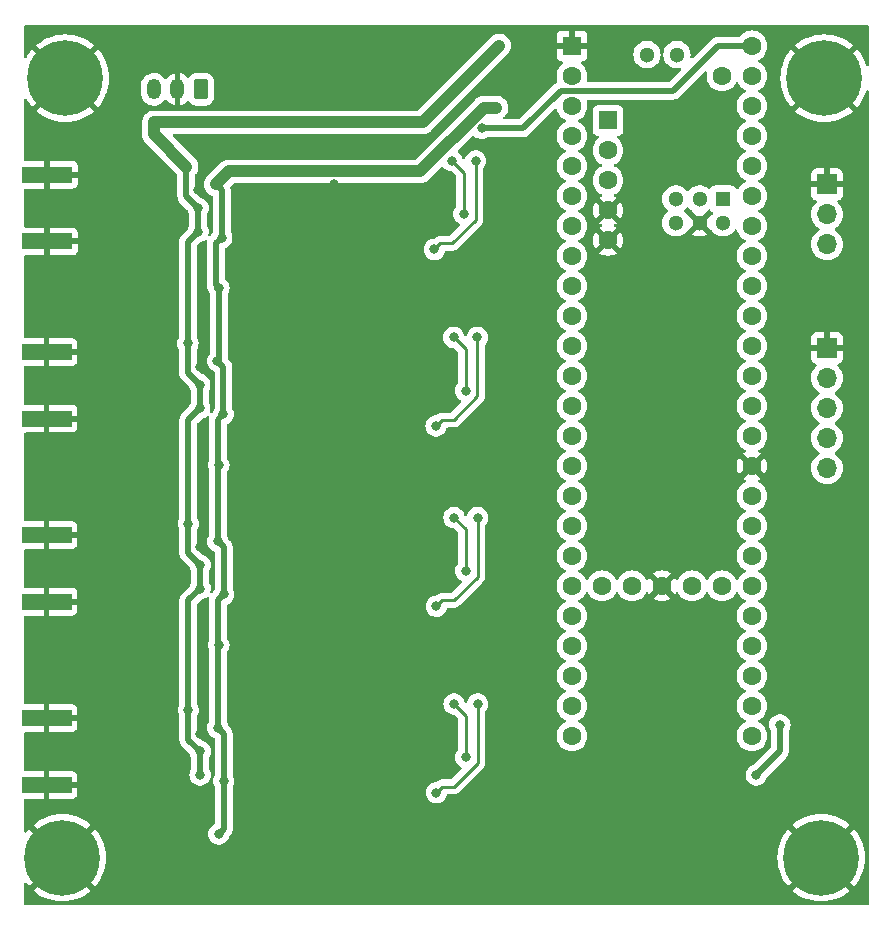
<source format=gbr>
%TF.GenerationSoftware,KiCad,Pcbnew,7.0.1*%
%TF.CreationDate,2023-03-27T13:01:22+02:00*%
%TF.ProjectId,OpenSPD_PCB,4f70656e-5350-4445-9f50-43422e6b6963,rev?*%
%TF.SameCoordinates,Original*%
%TF.FileFunction,Copper,L2,Bot*%
%TF.FilePolarity,Positive*%
%FSLAX46Y46*%
G04 Gerber Fmt 4.6, Leading zero omitted, Abs format (unit mm)*
G04 Created by KiCad (PCBNEW 7.0.1) date 2023-03-27 13:01:22*
%MOMM*%
%LPD*%
G01*
G04 APERTURE LIST*
G04 Aperture macros list*
%AMRoundRect*
0 Rectangle with rounded corners*
0 $1 Rounding radius*
0 $2 $3 $4 $5 $6 $7 $8 $9 X,Y pos of 4 corners*
0 Add a 4 corners polygon primitive as box body*
4,1,4,$2,$3,$4,$5,$6,$7,$8,$9,$2,$3,0*
0 Add four circle primitives for the rounded corners*
1,1,$1+$1,$2,$3*
1,1,$1+$1,$4,$5*
1,1,$1+$1,$6,$7*
1,1,$1+$1,$8,$9*
0 Add four rect primitives between the rounded corners*
20,1,$1+$1,$2,$3,$4,$5,0*
20,1,$1+$1,$4,$5,$6,$7,0*
20,1,$1+$1,$6,$7,$8,$9,0*
20,1,$1+$1,$8,$9,$2,$3,0*%
G04 Aperture macros list end*
%TA.AperFunction,ComponentPad*%
%ADD10C,6.400000*%
%TD*%
%TA.AperFunction,ComponentPad*%
%ADD11R,1.700000X1.700000*%
%TD*%
%TA.AperFunction,ComponentPad*%
%ADD12O,1.700000X1.700000*%
%TD*%
%TA.AperFunction,SMDPad,CuDef*%
%ADD13R,4.200000X1.350000*%
%TD*%
%TA.AperFunction,ComponentPad*%
%ADD14R,1.600000X1.600000*%
%TD*%
%TA.AperFunction,ComponentPad*%
%ADD15C,1.600000*%
%TD*%
%TA.AperFunction,ComponentPad*%
%ADD16R,1.300000X1.300000*%
%TD*%
%TA.AperFunction,ComponentPad*%
%ADD17C,1.300000*%
%TD*%
%TA.AperFunction,ComponentPad*%
%ADD18RoundRect,0.250000X0.350000X0.625000X-0.350000X0.625000X-0.350000X-0.625000X0.350000X-0.625000X0*%
%TD*%
%TA.AperFunction,ComponentPad*%
%ADD19O,1.200000X1.750000*%
%TD*%
%TA.AperFunction,ViaPad*%
%ADD20C,0.800000*%
%TD*%
%TA.AperFunction,Conductor*%
%ADD21C,0.250000*%
%TD*%
%TA.AperFunction,Conductor*%
%ADD22C,0.500000*%
%TD*%
%TA.AperFunction,Conductor*%
%ADD23C,1.000000*%
%TD*%
G04 APERTURE END LIST*
D10*
%TO.P,H2,1,1*%
%TO.N,Earth*%
X181225000Y-65750000D03*
%TD*%
D11*
%TO.P,SCK/MISO/MOSI/CS/GND,1,Pin_1*%
%TO.N,Earth*%
X181475000Y-88590000D03*
D12*
%TO.P,SCK/MISO/MOSI/CS/GND,2,Pin_2*%
%TO.N,CS*%
X181475000Y-91130000D03*
%TO.P,SCK/MISO/MOSI/CS/GND,3,Pin_3*%
%TO.N,MOSI*%
X181475000Y-93670000D03*
%TO.P,SCK/MISO/MOSI/CS/GND,4,Pin_4*%
%TO.N,MISO*%
X181475000Y-96210000D03*
%TO.P,SCK/MISO/MOSI/CS/GND,5,Pin_5*%
%TO.N,SCK*%
X181475000Y-98750000D03*
%TD*%
D13*
%TO.P,PMT 3,2,Ext*%
%TO.N,Earth*%
X115387500Y-104425000D03*
X115387500Y-110075000D03*
%TD*%
D10*
%TO.P,H4,1,1*%
%TO.N,Earth*%
X116725000Y-131750000D03*
%TD*%
D14*
%TO.P,Teensy 4.1,1,GND*%
%TO.N,Earth*%
X159875000Y-63020000D03*
D15*
%TO.P,Teensy 4.1,2,0_RX1_CRX2_CS1*%
%TO.N,unconnected-(U5-0_RX1_CRX2_CS1-Pad2)*%
X159875000Y-65560000D03*
%TO.P,Teensy 4.1,3,1_TX1_CTX2_MISO1*%
%TO.N,unconnected-(U5-1_TX1_CTX2_MISO1-Pad3)*%
X159875000Y-68100000D03*
%TO.P,Teensy 4.1,4,2_OUT2*%
%TO.N,unconnected-(U5-2_OUT2-Pad4)*%
X159875000Y-70640000D03*
%TO.P,Teensy 4.1,5,3_LRCLK2*%
%TO.N,unconnected-(U5-3_LRCLK2-Pad5)*%
X159875000Y-73180000D03*
%TO.P,Teensy 4.1,6,4_BCLK2*%
%TO.N,PMT_1*%
X159875000Y-75720000D03*
%TO.P,Teensy 4.1,7,5_IN2*%
%TO.N,unconnected-(U5-5_IN2-Pad7)*%
X159875000Y-78260000D03*
%TO.P,Teensy 4.1,8,6_OUT1D*%
%TO.N,unconnected-(U5-6_OUT1D-Pad8)*%
X159875000Y-80800000D03*
%TO.P,Teensy 4.1,9,7_RX2_OUT1A*%
%TO.N,unconnected-(U5-7_RX2_OUT1A-Pad9)*%
X159875000Y-83340000D03*
%TO.P,Teensy 4.1,10,8_TX2_IN1*%
%TO.N,unconnected-(U5-8_TX2_IN1-Pad10)*%
X159875000Y-85880000D03*
%TO.P,Teensy 4.1,11,9_OUT1C*%
%TO.N,PMT_2*%
X159875000Y-88420000D03*
%TO.P,Teensy 4.1,12,10_CS_MQSR*%
%TO.N,CS*%
X159875000Y-90960000D03*
%TO.P,Teensy 4.1,13,11_MOSI_CTX1*%
%TO.N,MOSI*%
X159875000Y-93500000D03*
%TO.P,Teensy 4.1,14,12_MISO_MQSL*%
%TO.N,MISO*%
X159875000Y-96040000D03*
%TO.P,Teensy 4.1,15,3V3*%
%TO.N,unconnected-(U5-3V3-Pad15)*%
X159875000Y-98580000D03*
%TO.P,Teensy 4.1,16,24_A10_TX6_SCL2*%
%TO.N,unconnected-(U5-24_A10_TX6_SCL2-Pad16)*%
X159875000Y-101120000D03*
%TO.P,Teensy 4.1,17,25_A11_RX6_SDA2*%
%TO.N,unconnected-(U5-25_A11_RX6_SDA2-Pad17)*%
X159875000Y-103660000D03*
%TO.P,Teensy 4.1,18,26_A12_MOSI1*%
%TO.N,PMT_3*%
X159875000Y-106200000D03*
%TO.P,Teensy 4.1,19,27_A13_SCK1*%
%TO.N,unconnected-(U5-27_A13_SCK1-Pad19)*%
X159875000Y-108740000D03*
%TO.P,Teensy 4.1,20,28_RX7*%
%TO.N,unconnected-(U5-28_RX7-Pad20)*%
X159875000Y-111280000D03*
%TO.P,Teensy 4.1,21,29_TX7*%
%TO.N,unconnected-(U5-29_TX7-Pad21)*%
X159875000Y-113820000D03*
%TO.P,Teensy 4.1,22,30_CRX3*%
%TO.N,unconnected-(U5-30_CRX3-Pad22)*%
X159875000Y-116360000D03*
%TO.P,Teensy 4.1,23,31_CTX3*%
%TO.N,unconnected-(U5-31_CTX3-Pad23)*%
X159875000Y-118900000D03*
%TO.P,Teensy 4.1,24,32_OUT1B*%
%TO.N,PMT_4*%
X159875000Y-121440000D03*
%TO.P,Teensy 4.1,25,33_MCLK2*%
%TO.N,LED_4*%
X175115000Y-121440000D03*
%TO.P,Teensy 4.1,26,34_RX8*%
%TO.N,LED_3*%
X175115000Y-118900000D03*
%TO.P,Teensy 4.1,27,35_TX8*%
%TO.N,LED_2*%
X175115000Y-116360000D03*
%TO.P,Teensy 4.1,28,36_CS*%
%TO.N,LED_1*%
X175115000Y-113820000D03*
%TO.P,Teensy 4.1,29,37_CS*%
%TO.N,unconnected-(U5-37_CS-Pad29)*%
X175115000Y-111280000D03*
%TO.P,Teensy 4.1,30,38_CS1_IN1*%
%TO.N,unconnected-(U5-38_CS1_IN1-Pad30)*%
X175115000Y-108740000D03*
%TO.P,Teensy 4.1,31,39_MISO1_OUT1A*%
%TO.N,unconnected-(U5-39_MISO1_OUT1A-Pad31)*%
X175115000Y-106200000D03*
%TO.P,Teensy 4.1,32,40_A16*%
%TO.N,unconnected-(U5-40_A16-Pad32)*%
X175115000Y-103660000D03*
%TO.P,Teensy 4.1,33,41_A17*%
%TO.N,unconnected-(U5-41_A17-Pad33)*%
X175115000Y-101120000D03*
%TO.P,Teensy 4.1,34,GND*%
%TO.N,Earth*%
X175115000Y-98580000D03*
%TO.P,Teensy 4.1,35,13_SCK_LED*%
%TO.N,SCK*%
X175115000Y-96040000D03*
%TO.P,Teensy 4.1,36,14_A0_TX3_SPDIF_OUT*%
%TO.N,unconnected-(U5-14_A0_TX3_SPDIF_OUT-Pad36)*%
X175115000Y-93500000D03*
%TO.P,Teensy 4.1,37,15_A1_RX3_SPDIF_IN*%
%TO.N,unconnected-(U5-15_A1_RX3_SPDIF_IN-Pad37)*%
X175115000Y-90960000D03*
%TO.P,Teensy 4.1,38,16_A2_RX4_SCL1*%
%TO.N,unconnected-(U5-16_A2_RX4_SCL1-Pad38)*%
X175115000Y-88420000D03*
%TO.P,Teensy 4.1,39,17_A3_TX4_SDA1*%
%TO.N,unconnected-(U5-17_A3_TX4_SDA1-Pad39)*%
X175115000Y-85880000D03*
%TO.P,Teensy 4.1,40,18_A4_SDA*%
%TO.N,unconnected-(U5-18_A4_SDA-Pad40)*%
X175115000Y-83340000D03*
%TO.P,Teensy 4.1,41,19_A5_SCL*%
%TO.N,unconnected-(U5-19_A5_SCL-Pad41)*%
X175115000Y-80800000D03*
%TO.P,Teensy 4.1,42,20_A6_TX5_LRCLK1*%
%TO.N,TX*%
X175115000Y-78260000D03*
%TO.P,Teensy 4.1,43,21_A7_RX5_BCLK1*%
%TO.N,RX*%
X175115000Y-75720000D03*
%TO.P,Teensy 4.1,44,22_A8_CTX1*%
%TO.N,unconnected-(U5-22_A8_CTX1-Pad44)*%
X175115000Y-73180000D03*
%TO.P,Teensy 4.1,45,23_A9_CRX1_MCLK1*%
%TO.N,unconnected-(U5-23_A9_CRX1_MCLK1-Pad45)*%
X175115000Y-70640000D03*
%TO.P,Teensy 4.1,46,3V3*%
%TO.N,unconnected-(U5-3V3-Pad46)*%
X175115000Y-68100000D03*
%TO.P,Teensy 4.1,47,GND*%
%TO.N,unconnected-(U5-GND-Pad47)*%
X175115000Y-65560000D03*
%TO.P,Teensy 4.1,48,VIN*%
%TO.N,+5V*%
X175115000Y-63020000D03*
%TO.P,Teensy 4.1,49,VUSB*%
%TO.N,unconnected-(U5-VUSB-Pad49)*%
X172575000Y-65560000D03*
%TO.P,Teensy 4.1,50,VBAT*%
%TO.N,unconnected-(U5-VBAT-Pad50)*%
X162415000Y-108740000D03*
%TO.P,Teensy 4.1,51,3V3*%
%TO.N,unconnected-(U5-3V3-Pad51)*%
X164955000Y-108740000D03*
%TO.P,Teensy 4.1,52,GND*%
%TO.N,Earth*%
X167495000Y-108740000D03*
%TO.P,Teensy 4.1,53,PROGRAM*%
%TO.N,unconnected-(U5-PROGRAM-Pad53)*%
X170035000Y-108740000D03*
%TO.P,Teensy 4.1,54,ON_OFF*%
%TO.N,unconnected-(U5-ON_OFF-Pad54)*%
X172575000Y-108740000D03*
D14*
%TO.P,Teensy 4.1,55,5V*%
%TO.N,unconnected-(U5-5V-Pad55)*%
X162925800Y-69319200D03*
D15*
%TO.P,Teensy 4.1,56,D-*%
%TO.N,unconnected-(U5-D--Pad56)*%
X162925800Y-71859200D03*
%TO.P,Teensy 4.1,57,D+*%
%TO.N,unconnected-(U5-D+-Pad57)*%
X162925800Y-74399200D03*
%TO.P,Teensy 4.1,58,GND*%
%TO.N,Earth*%
X162925800Y-76939200D03*
%TO.P,Teensy 4.1,59,GND*%
X162925800Y-79479200D03*
D16*
%TO.P,Teensy 4.1,60,R+*%
%TO.N,unconnected-(U5-R+-Pad60)*%
X172676600Y-75990000D03*
D17*
%TO.P,Teensy 4.1,61,LED*%
%TO.N,unconnected-(U5-LED-Pad61)*%
X170676600Y-75990000D03*
%TO.P,Teensy 4.1,62,T-*%
%TO.N,unconnected-(U5-T--Pad62)*%
X168676600Y-75990000D03*
%TO.P,Teensy 4.1,63,T+*%
%TO.N,unconnected-(U5-T+-Pad63)*%
X168676600Y-77990000D03*
%TO.P,Teensy 4.1,64,GND*%
%TO.N,Earth*%
X170676600Y-77990000D03*
%TO.P,Teensy 4.1,65,R-*%
%TO.N,unconnected-(U5-R--Pad65)*%
X172676600Y-77990000D03*
%TO.P,Teensy 4.1,66,D-*%
%TO.N,unconnected-(U5-D--Pad66)*%
X168765000Y-63750000D03*
%TO.P,Teensy 4.1,67,D+*%
%TO.N,unconnected-(U5-D+-Pad67)*%
X166225000Y-63750000D03*
%TD*%
D10*
%TO.P,H3,1,1*%
%TO.N,Earth*%
X116975000Y-65750000D03*
%TD*%
%TO.P,H1,1,1*%
%TO.N,Earth*%
X180975000Y-131750000D03*
%TD*%
D13*
%TO.P,PMT 1,2,Ext*%
%TO.N,Earth*%
X115425000Y-73925000D03*
X115425000Y-79575000D03*
%TD*%
D11*
%TO.P,TX/RX/GND,1,Pin_1*%
%TO.N,Earth*%
X181475000Y-74750000D03*
D12*
%TO.P,TX/RX/GND,2,Pin_2*%
%TO.N,RX*%
X181475000Y-77290000D03*
%TO.P,TX/RX/GND,3,Pin_3*%
%TO.N,TX*%
X181475000Y-79830000D03*
%TD*%
D13*
%TO.P,PMT 2,2,Ext*%
%TO.N,Earth*%
X115387500Y-88925000D03*
X115387500Y-94575000D03*
%TD*%
D18*
%TO.P,-3\u002C3V/GND/+5V,1,Pin_1*%
%TO.N,+5V*%
X128475000Y-66700000D03*
D19*
%TO.P,-3\u002C3V/GND/+5V,2,Pin_2*%
%TO.N,Earth*%
X126475000Y-66700000D03*
%TO.P,-3\u002C3V/GND/+5V,3,Pin_3*%
%TO.N,-3V3*%
X124475000Y-66700000D03*
%TD*%
D13*
%TO.P,PMT 4,2,Ext*%
%TO.N,Earth*%
X115387500Y-119925000D03*
X115387500Y-125575000D03*
%TD*%
D20*
%TO.N,Earth*%
X153362500Y-93200000D03*
X145975000Y-67250000D03*
X128362500Y-90200000D03*
X153225000Y-78250000D03*
X170225000Y-125000000D03*
X153390000Y-124250000D03*
X158475000Y-131750000D03*
X123862500Y-87200000D03*
X139725000Y-117250000D03*
X153390000Y-128750000D03*
X123725000Y-72250000D03*
X139475000Y-101500000D03*
X132390000Y-112964124D03*
X153362500Y-97700000D03*
X139725000Y-74750000D03*
X145362500Y-95700000D03*
X170225000Y-129750000D03*
X123890000Y-102464124D03*
X140390000Y-112464124D03*
X153225000Y-82750000D03*
X123862500Y-96700000D03*
X120862500Y-95200000D03*
X128225000Y-75250000D03*
X139225000Y-71750000D03*
X153390000Y-112964124D03*
X123890000Y-127750000D03*
X123890000Y-118250000D03*
X123725000Y-81750000D03*
X145390000Y-110964124D03*
X140362500Y-97200000D03*
X120890000Y-126250000D03*
X158475000Y-127500000D03*
X139725000Y-86250000D03*
X132225000Y-82750000D03*
X132390000Y-128750000D03*
X149725000Y-62250000D03*
X128390000Y-105464124D03*
X139862500Y-89700000D03*
X145225000Y-80750000D03*
X132362500Y-97700000D03*
X135225000Y-62500000D03*
X120890000Y-110464124D03*
X140390000Y-128250000D03*
X128390000Y-121250000D03*
X123890000Y-111964124D03*
X139890000Y-120750000D03*
X140225000Y-82250000D03*
X131725000Y-67750000D03*
X120725000Y-80250000D03*
X139890000Y-104964124D03*
X157475000Y-64500000D03*
X153390000Y-108464124D03*
X145390000Y-126750000D03*
%TO.N,Net-(U4-VN)*%
X148225000Y-80250000D03*
X151725000Y-72750000D03*
%TO.N,-3V3*%
X128225000Y-76750000D03*
X128225000Y-78750000D03*
X127390000Y-119250000D03*
X127362500Y-88200000D03*
X153725000Y-63000000D03*
X127390000Y-103464124D03*
X128390000Y-106964124D03*
X128362500Y-93700000D03*
X124475000Y-69500000D03*
X128390000Y-124750000D03*
X128390000Y-122750000D03*
X127225000Y-73250000D03*
X128390000Y-108964124D03*
X128362500Y-91700000D03*
%TO.N,+3.3V*%
X129890000Y-120750000D03*
X129725000Y-74750000D03*
X130390000Y-109464124D03*
X153475000Y-68250000D03*
X129862500Y-89700000D03*
X129975000Y-98500000D03*
X130390000Y-125250000D03*
X129890000Y-104964124D03*
X130225000Y-79250000D03*
X129975000Y-83500000D03*
X129975000Y-113750000D03*
X129975000Y-129750000D03*
X130362500Y-94200000D03*
%TO.N,+5V*%
X152225000Y-70000000D03*
%TO.N,Net-(U10-VN)*%
X151862500Y-87700000D03*
X148362500Y-95200000D03*
%TO.N,Net-(U14-VN)*%
X151890000Y-102964124D03*
X148390000Y-110464124D03*
%TO.N,Net-(U18-VN)*%
X148390000Y-126250000D03*
X151890000Y-118750000D03*
%TO.N,Net-(D1-A)*%
X149725000Y-72750000D03*
X150725000Y-77250000D03*
%TO.N,Net-(D2-A)*%
X149862500Y-87700000D03*
X150862500Y-92200000D03*
%TO.N,Net-(D3-A)*%
X150890000Y-107464124D03*
X149890000Y-102964124D03*
%TO.N,Net-(D4-A)*%
X149890000Y-118750000D03*
X150890000Y-123250000D03*
%TO.N,LED_2*%
X175475000Y-124750000D03*
X177475000Y-120500000D03*
%TD*%
D21*
%TO.N,Net-(U4-VN)*%
X151725000Y-72750000D02*
X151725000Y-77750000D01*
X149725000Y-79750000D02*
X148725000Y-79750000D01*
X148725000Y-79750000D02*
X148225000Y-80250000D01*
X151725000Y-77750000D02*
X149725000Y-79750000D01*
D22*
%TO.N,-3V3*%
X127390000Y-119250000D02*
X127390000Y-121750000D01*
D23*
X147225000Y-69500000D02*
X153725000Y-63000000D01*
D22*
X128225000Y-76750000D02*
X128225000Y-78750000D01*
X128390000Y-122750000D02*
X128390000Y-124750000D01*
D23*
X124475000Y-69500000D02*
X124475000Y-70500000D01*
D22*
X128390000Y-106964124D02*
X128390000Y-108964124D01*
X128362500Y-91700000D02*
X128362500Y-93700000D01*
X127390000Y-121750000D02*
X128390000Y-122750000D01*
X127225000Y-73250000D02*
X127225000Y-75750000D01*
X127362500Y-88200000D02*
X127362500Y-90700000D01*
X127390000Y-105964124D02*
X128390000Y-106964124D01*
X127390000Y-109964124D02*
X127390000Y-119250000D01*
X127390000Y-103464124D02*
X127390000Y-105964124D01*
D23*
X124475000Y-69500000D02*
X147225000Y-69500000D01*
D22*
X127390000Y-94672500D02*
X127390000Y-103464124D01*
X127362500Y-79612500D02*
X128225000Y-78750000D01*
X128390000Y-108964124D02*
X127390000Y-109964124D01*
D23*
X124475000Y-70500000D02*
X127225000Y-73250000D01*
D22*
X127225000Y-75750000D02*
X128225000Y-76750000D01*
X127362500Y-90700000D02*
X128362500Y-91700000D01*
X128362500Y-93700000D02*
X127390000Y-94672500D01*
X127362500Y-88200000D02*
X127362500Y-79612500D01*
%TO.N,+3.3V*%
X130362500Y-90200000D02*
X129862500Y-89700000D01*
X129890000Y-104964124D02*
X129890000Y-94672500D01*
D23*
X152419365Y-68250000D02*
X147019365Y-73650000D01*
D22*
X130225000Y-79250000D02*
X130225000Y-75250000D01*
X129890000Y-109964124D02*
X130390000Y-109464124D01*
X129975000Y-83500000D02*
X129975000Y-89587500D01*
D23*
X147019365Y-73650000D02*
X130825000Y-73650000D01*
D22*
X130390000Y-125250000D02*
X130390000Y-121250000D01*
X129975000Y-129750000D02*
X130390000Y-129335000D01*
X130390000Y-121250000D02*
X129890000Y-120750000D01*
D23*
X153475000Y-68250000D02*
X152419365Y-68250000D01*
D22*
X129862500Y-83612500D02*
X129975000Y-83500000D01*
X129975000Y-89587500D02*
X129862500Y-89700000D01*
X129725000Y-79750000D02*
X129725000Y-83250000D01*
X130390000Y-105464124D02*
X129890000Y-104964124D01*
X130390000Y-125250000D02*
X130390000Y-129335000D01*
X129890000Y-94672500D02*
X130362500Y-94200000D01*
X130225000Y-79250000D02*
X129725000Y-79750000D01*
X130390000Y-109464124D02*
X130390000Y-105464124D01*
X129890000Y-120750000D02*
X129890000Y-109964124D01*
D23*
X130825000Y-73650000D02*
X129725000Y-74750000D01*
D22*
X130362500Y-94200000D02*
X130362500Y-90200000D01*
X130225000Y-75250000D02*
X129725000Y-74750000D01*
X129725000Y-83250000D02*
X129975000Y-83500000D01*
%TO.N,+5V*%
X172205000Y-63020000D02*
X168415000Y-66810000D01*
X175115000Y-63020000D02*
X172205000Y-63020000D01*
X168415000Y-66810000D02*
X158915000Y-66810000D01*
X158915000Y-66810000D02*
X155725000Y-70000000D01*
X155725000Y-70000000D02*
X152225000Y-70000000D01*
D21*
%TO.N,Net-(U10-VN)*%
X149862500Y-94700000D02*
X148862500Y-94700000D01*
X151862500Y-92700000D02*
X149862500Y-94700000D01*
X148862500Y-94700000D02*
X148362500Y-95200000D01*
X151862500Y-87700000D02*
X151862500Y-92700000D01*
%TO.N,Net-(U14-VN)*%
X151890000Y-102964124D02*
X151890000Y-107964124D01*
X151890000Y-107964124D02*
X149890000Y-109964124D01*
X149890000Y-109964124D02*
X148890000Y-109964124D01*
X148890000Y-109964124D02*
X148390000Y-110464124D01*
%TO.N,Net-(U18-VN)*%
X149890000Y-125750000D02*
X148890000Y-125750000D01*
X151890000Y-123750000D02*
X149890000Y-125750000D01*
X151890000Y-118750000D02*
X151890000Y-123750000D01*
X148890000Y-125750000D02*
X148390000Y-126250000D01*
%TO.N,Net-(D1-A)*%
X150725000Y-73750000D02*
X150725000Y-77250000D01*
X149725000Y-72750000D02*
X150725000Y-73750000D01*
%TO.N,Net-(D2-A)*%
X150862500Y-88700000D02*
X150862500Y-92200000D01*
X149862500Y-87700000D02*
X150862500Y-88700000D01*
%TO.N,Net-(D3-A)*%
X150890000Y-103964124D02*
X150890000Y-107464124D01*
X149890000Y-102964124D02*
X150890000Y-103964124D01*
%TO.N,Net-(D4-A)*%
X149890000Y-118750000D02*
X150890000Y-119750000D01*
X150890000Y-119750000D02*
X150890000Y-123250000D01*
D22*
%TO.N,LED_2*%
X175475000Y-124750000D02*
X177475000Y-122750000D01*
X177475000Y-122750000D02*
X177475000Y-120500000D01*
%TD*%
%TA.AperFunction,Conductor*%
%TO.N,Earth*%
G36*
X129078170Y-94358620D02*
G01*
X129127759Y-94390620D01*
X129156939Y-94441919D01*
X129159099Y-94500896D01*
X129157572Y-94508290D01*
X129156793Y-94511805D01*
X129139208Y-94586005D01*
X129137229Y-94605378D01*
X129139448Y-94681631D01*
X129139500Y-94685237D01*
X129139500Y-98137686D01*
X129133431Y-98176004D01*
X129089326Y-98311742D01*
X129084957Y-98353310D01*
X129069540Y-98500000D01*
X129089326Y-98688256D01*
X129127807Y-98806689D01*
X129133431Y-98823996D01*
X129139500Y-98862314D01*
X129139500Y-104429802D01*
X129122887Y-104491802D01*
X129062820Y-104595839D01*
X129004326Y-104775866D01*
X128984540Y-104964124D01*
X129004326Y-105152381D01*
X129062820Y-105332408D01*
X129157466Y-105496340D01*
X129284129Y-105637013D01*
X129437265Y-105748273D01*
X129449010Y-105753502D01*
X129565937Y-105805562D01*
X129604698Y-105832703D01*
X129630471Y-105872390D01*
X129639500Y-105918841D01*
X129639500Y-108929802D01*
X129622887Y-108991802D01*
X129562821Y-109095838D01*
X129507478Y-109266164D01*
X129477228Y-109315526D01*
X129465359Y-109327395D01*
X129408515Y-109359818D01*
X129343083Y-109358790D01*
X129287286Y-109324598D01*
X129256664Y-109266763D01*
X129259746Y-109201398D01*
X129275674Y-109152380D01*
X129295460Y-108964124D01*
X129275674Y-108775868D01*
X129217179Y-108595840D01*
X129217179Y-108595839D01*
X129157113Y-108491802D01*
X129140500Y-108429802D01*
X129140500Y-107498446D01*
X129157113Y-107436446D01*
X129217179Y-107332408D01*
X129217777Y-107330568D01*
X129275674Y-107152380D01*
X129295460Y-106964124D01*
X129275674Y-106775868D01*
X129217179Y-106595840D01*
X129217179Y-106595839D01*
X129122533Y-106431907D01*
X128995870Y-106291234D01*
X128842730Y-106179972D01*
X128669803Y-106102979D01*
X128604669Y-106089135D01*
X128571282Y-106076818D01*
X128542769Y-106055526D01*
X128176819Y-105689575D01*
X128149939Y-105649347D01*
X128140500Y-105601894D01*
X128140500Y-103998446D01*
X128157113Y-103936446D01*
X128217179Y-103832408D01*
X128219499Y-103825268D01*
X128275674Y-103652380D01*
X128295460Y-103464124D01*
X128275674Y-103275868D01*
X128245332Y-103182487D01*
X128217179Y-103095839D01*
X128157113Y-102991802D01*
X128140500Y-102929802D01*
X128140500Y-95034730D01*
X128149939Y-94987278D01*
X128176816Y-94947051D01*
X128515275Y-94608590D01*
X128543782Y-94587304D01*
X128577165Y-94574988D01*
X128642303Y-94561144D01*
X128642304Y-94561143D01*
X128642306Y-94561143D01*
X128757027Y-94510065D01*
X128815230Y-94484151D01*
X128964778Y-94375497D01*
X129019405Y-94353168D01*
X129078170Y-94358620D01*
G37*
%TD.AperFunction*%
%TA.AperFunction,Conductor*%
G36*
X128914996Y-79427272D02*
G01*
X128964585Y-79459271D01*
X128993765Y-79510569D01*
X128995927Y-79569546D01*
X128992573Y-79585788D01*
X128991793Y-79589305D01*
X128974208Y-79663505D01*
X128972229Y-79682878D01*
X128974448Y-79759131D01*
X128974500Y-79762737D01*
X128974500Y-83186294D01*
X128973191Y-83204264D01*
X128969711Y-83228023D01*
X128974028Y-83277369D01*
X128974500Y-83288176D01*
X128974500Y-83293708D01*
X128978098Y-83324496D01*
X128978464Y-83328081D01*
X128985110Y-83404041D01*
X128989329Y-83423071D01*
X128989758Y-83424251D01*
X128989759Y-83424255D01*
X129015413Y-83494742D01*
X129016582Y-83498107D01*
X129040580Y-83570524D01*
X129049076Y-83588073D01*
X129067880Y-83616663D01*
X129087601Y-83671839D01*
X129089326Y-83688257D01*
X129121246Y-83786497D01*
X129147821Y-83868284D01*
X129151307Y-83874323D01*
X129153178Y-83878839D01*
X129153399Y-83878720D01*
X129160277Y-83891476D01*
X129203868Y-83972322D01*
X129209645Y-83983035D01*
X129224500Y-84041885D01*
X129224500Y-89015196D01*
X129216264Y-89059634D01*
X129192649Y-89098169D01*
X129129966Y-89167783D01*
X129035320Y-89331715D01*
X128976826Y-89511742D01*
X128957040Y-89699999D01*
X128976826Y-89888257D01*
X129035320Y-90068284D01*
X129129966Y-90232216D01*
X129256629Y-90372889D01*
X129409765Y-90484149D01*
X129450242Y-90502170D01*
X129538437Y-90541438D01*
X129577198Y-90568579D01*
X129602971Y-90608266D01*
X129612000Y-90654717D01*
X129612000Y-93665678D01*
X129595387Y-93727678D01*
X129535321Y-93831714D01*
X129479978Y-94002040D01*
X129449728Y-94051402D01*
X129437859Y-94063271D01*
X129381015Y-94095694D01*
X129315583Y-94094666D01*
X129259786Y-94060474D01*
X129229164Y-94002639D01*
X129232246Y-93937274D01*
X129248174Y-93888256D01*
X129267960Y-93700000D01*
X129248174Y-93511744D01*
X129189679Y-93331716D01*
X129189679Y-93331715D01*
X129129613Y-93227678D01*
X129113000Y-93165678D01*
X129113000Y-92234322D01*
X129129613Y-92172322D01*
X129189679Y-92068284D01*
X129211410Y-92001404D01*
X129248174Y-91888256D01*
X129267960Y-91700000D01*
X129248174Y-91511744D01*
X129189679Y-91331716D01*
X129189679Y-91331715D01*
X129095033Y-91167783D01*
X128968370Y-91027110D01*
X128815230Y-90915848D01*
X128642303Y-90838855D01*
X128577169Y-90825011D01*
X128543782Y-90812694D01*
X128515269Y-90791402D01*
X128149319Y-90425451D01*
X128122439Y-90385223D01*
X128113000Y-90337770D01*
X128113000Y-88734322D01*
X128129613Y-88672322D01*
X128189679Y-88568284D01*
X128191999Y-88561144D01*
X128248174Y-88388256D01*
X128267960Y-88200000D01*
X128248174Y-88011744D01*
X128209530Y-87892811D01*
X128189679Y-87831715D01*
X128129613Y-87727678D01*
X128113000Y-87665678D01*
X128113000Y-79974731D01*
X128122439Y-79927279D01*
X128149318Y-79887050D01*
X128254151Y-79782216D01*
X128377772Y-79658593D01*
X128406283Y-79637304D01*
X128439667Y-79624988D01*
X128504803Y-79611144D01*
X128504804Y-79611143D01*
X128504806Y-79611143D01*
X128677727Y-79534153D01*
X128683443Y-79530000D01*
X128801607Y-79444149D01*
X128856232Y-79421820D01*
X128914996Y-79427272D01*
G37*
%TD.AperFunction*%
%TA.AperFunction,Conductor*%
G36*
X184938000Y-61266613D02*
G01*
X184983387Y-61312000D01*
X185000000Y-61374000D01*
X185000000Y-64600913D01*
X184985989Y-64658170D01*
X184947123Y-64702488D01*
X184892185Y-64723852D01*
X184833589Y-64717435D01*
X184784577Y-64684686D01*
X184756225Y-64633006D01*
X184748739Y-64605068D01*
X184609757Y-64243009D01*
X184433690Y-63897456D01*
X184222469Y-63572207D01*
X184013904Y-63314649D01*
X184013903Y-63314648D01*
X181578553Y-65750000D01*
X184013902Y-68185349D01*
X184222473Y-67927786D01*
X184433690Y-67602543D01*
X184609757Y-67256990D01*
X184748739Y-66894931D01*
X184756225Y-66866994D01*
X184784577Y-66815314D01*
X184833589Y-66782565D01*
X184892185Y-66776148D01*
X184947123Y-66797512D01*
X184985989Y-66841830D01*
X185000000Y-66899087D01*
X185000000Y-135626000D01*
X184983387Y-135688000D01*
X184938000Y-135733387D01*
X184876000Y-135750000D01*
X113624000Y-135750000D01*
X113562000Y-135733387D01*
X113516613Y-135688000D01*
X113500000Y-135626000D01*
X113500000Y-134538903D01*
X114289648Y-134538903D01*
X114289649Y-134538904D01*
X114547207Y-134747469D01*
X114872456Y-134958690D01*
X115218009Y-135134757D01*
X115580068Y-135273739D01*
X115954674Y-135374114D01*
X116337711Y-135434780D01*
X116724999Y-135455077D01*
X117112288Y-135434780D01*
X117495325Y-135374114D01*
X117869931Y-135273739D01*
X118231990Y-135134757D01*
X118577543Y-134958690D01*
X118902786Y-134747473D01*
X119160348Y-134538903D01*
X178539648Y-134538903D01*
X178539649Y-134538904D01*
X178797207Y-134747469D01*
X179122456Y-134958690D01*
X179468009Y-135134757D01*
X179830068Y-135273739D01*
X180204674Y-135374114D01*
X180587711Y-135434780D01*
X180974999Y-135455077D01*
X181362288Y-135434780D01*
X181745325Y-135374114D01*
X182119931Y-135273739D01*
X182481990Y-135134757D01*
X182827543Y-134958690D01*
X183152786Y-134747473D01*
X183410349Y-134538902D01*
X180975000Y-132103553D01*
X178539648Y-134538903D01*
X119160348Y-134538903D01*
X119160349Y-134538902D01*
X116725000Y-132103553D01*
X114289648Y-134538903D01*
X113500000Y-134538903D01*
X113500000Y-133996043D01*
X113515969Y-133935171D01*
X113559765Y-133889978D01*
X113620105Y-133872104D01*
X113681449Y-133886154D01*
X113722495Y-133923503D01*
X113723439Y-133922740D01*
X113936095Y-134185350D01*
X113936096Y-134185350D01*
X116371447Y-131750001D01*
X117078553Y-131750001D01*
X119513902Y-134185349D01*
X119722473Y-133927786D01*
X119933690Y-133602543D01*
X120109757Y-133256990D01*
X120248739Y-132894931D01*
X120349114Y-132520325D01*
X120409780Y-132137288D01*
X120430077Y-131750000D01*
X120430077Y-131749999D01*
X177269922Y-131749999D01*
X177290219Y-132137288D01*
X177350885Y-132520325D01*
X177451260Y-132894931D01*
X177590242Y-133256990D01*
X177766309Y-133602543D01*
X177977530Y-133927792D01*
X178186095Y-134185350D01*
X178186096Y-134185350D01*
X180621447Y-131750000D01*
X181328553Y-131750000D01*
X183763902Y-134185349D01*
X183972473Y-133927786D01*
X184183690Y-133602543D01*
X184359757Y-133256990D01*
X184498739Y-132894931D01*
X184599114Y-132520325D01*
X184659780Y-132137288D01*
X184680077Y-131749999D01*
X184659780Y-131362711D01*
X184599114Y-130979674D01*
X184498739Y-130605068D01*
X184359757Y-130243009D01*
X184183690Y-129897456D01*
X183972469Y-129572207D01*
X183763904Y-129314649D01*
X183763903Y-129314648D01*
X181328553Y-131750000D01*
X180621447Y-131750000D01*
X178186096Y-129314648D01*
X177977526Y-129572214D01*
X177766309Y-129897456D01*
X177590242Y-130243009D01*
X177451260Y-130605068D01*
X177350885Y-130979674D01*
X177290219Y-131362711D01*
X177269922Y-131749999D01*
X120430077Y-131749999D01*
X120409780Y-131362711D01*
X120349114Y-130979674D01*
X120248739Y-130605068D01*
X120109757Y-130243009D01*
X119933690Y-129897456D01*
X119722469Y-129572207D01*
X119513904Y-129314649D01*
X119513903Y-129314648D01*
X117078553Y-131750000D01*
X117078553Y-131750001D01*
X116371447Y-131750001D01*
X116371447Y-131750000D01*
X113936096Y-129314648D01*
X113723440Y-129577260D01*
X113722496Y-129576495D01*
X113681449Y-129613846D01*
X113620105Y-129627896D01*
X113559765Y-129610022D01*
X113515969Y-129564829D01*
X113500000Y-129503957D01*
X113500000Y-128961096D01*
X114289648Y-128961096D01*
X116725000Y-131396447D01*
X116725001Y-131396447D01*
X119160350Y-128961096D01*
X119160350Y-128961095D01*
X118902792Y-128752530D01*
X118577543Y-128541309D01*
X118231990Y-128365242D01*
X117869931Y-128226260D01*
X117495325Y-128125885D01*
X117112288Y-128065219D01*
X116725000Y-128044922D01*
X116337711Y-128065219D01*
X115954674Y-128125885D01*
X115580068Y-128226260D01*
X115218009Y-128365242D01*
X114872456Y-128541309D01*
X114547214Y-128752526D01*
X114289648Y-128961096D01*
X113500000Y-128961096D01*
X113500000Y-126874000D01*
X113516613Y-126812000D01*
X113562000Y-126766613D01*
X113624000Y-126750000D01*
X115137500Y-126750000D01*
X115137500Y-125825000D01*
X115637500Y-125825000D01*
X115637500Y-126750000D01*
X117535324Y-126750000D01*
X117594875Y-126743597D01*
X117729589Y-126693352D01*
X117844688Y-126607188D01*
X117930852Y-126492089D01*
X117981097Y-126357375D01*
X117987500Y-126297824D01*
X117987500Y-125825000D01*
X115637500Y-125825000D01*
X115137500Y-125825000D01*
X115137500Y-124400000D01*
X115637500Y-124400000D01*
X115637500Y-125325000D01*
X117987500Y-125325000D01*
X117987500Y-124852176D01*
X117981097Y-124792624D01*
X117930852Y-124657910D01*
X117844688Y-124542811D01*
X117729589Y-124456647D01*
X117594875Y-124406402D01*
X117535324Y-124400000D01*
X115637500Y-124400000D01*
X115137500Y-124400000D01*
X113624000Y-124400000D01*
X113562000Y-124383387D01*
X113516613Y-124338000D01*
X113500000Y-124276000D01*
X113500000Y-121224000D01*
X113516613Y-121162000D01*
X113562000Y-121116613D01*
X113624000Y-121100000D01*
X115137500Y-121100000D01*
X115137500Y-120175000D01*
X115637500Y-120175000D01*
X115637500Y-121100000D01*
X117535324Y-121100000D01*
X117594875Y-121093597D01*
X117729589Y-121043352D01*
X117844688Y-120957188D01*
X117930852Y-120842089D01*
X117981097Y-120707375D01*
X117987500Y-120647824D01*
X117987500Y-120175000D01*
X115637500Y-120175000D01*
X115137500Y-120175000D01*
X115137500Y-118750000D01*
X115637500Y-118750000D01*
X115637500Y-119675000D01*
X117987500Y-119675000D01*
X117987500Y-119202176D01*
X117981097Y-119142624D01*
X117930852Y-119007910D01*
X117844688Y-118892811D01*
X117729589Y-118806647D01*
X117594875Y-118756402D01*
X117535324Y-118750000D01*
X115637500Y-118750000D01*
X115137500Y-118750000D01*
X113624000Y-118750000D01*
X113562000Y-118733387D01*
X113516613Y-118688000D01*
X113500000Y-118626000D01*
X113500000Y-111374000D01*
X113516613Y-111312000D01*
X113562000Y-111266613D01*
X113624000Y-111250000D01*
X115137500Y-111250000D01*
X115137500Y-110325000D01*
X115637500Y-110325000D01*
X115637500Y-111250000D01*
X117535324Y-111250000D01*
X117594875Y-111243597D01*
X117729589Y-111193352D01*
X117844688Y-111107188D01*
X117930852Y-110992089D01*
X117981097Y-110857375D01*
X117987500Y-110797824D01*
X117987500Y-110325000D01*
X115637500Y-110325000D01*
X115137500Y-110325000D01*
X115137500Y-108900000D01*
X115637500Y-108900000D01*
X115637500Y-109825000D01*
X117987500Y-109825000D01*
X117987500Y-109352176D01*
X117981097Y-109292624D01*
X117930852Y-109157910D01*
X117844688Y-109042811D01*
X117729589Y-108956647D01*
X117594875Y-108906402D01*
X117535324Y-108900000D01*
X115637500Y-108900000D01*
X115137500Y-108900000D01*
X113624000Y-108900000D01*
X113562000Y-108883387D01*
X113516613Y-108838000D01*
X113500000Y-108776000D01*
X113500000Y-105724000D01*
X113516613Y-105662000D01*
X113562000Y-105616613D01*
X113624000Y-105600000D01*
X115137500Y-105600000D01*
X115137500Y-104675000D01*
X115637500Y-104675000D01*
X115637500Y-105600000D01*
X117535324Y-105600000D01*
X117594875Y-105593597D01*
X117729589Y-105543352D01*
X117844688Y-105457188D01*
X117930852Y-105342089D01*
X117981097Y-105207375D01*
X117987500Y-105147824D01*
X117987500Y-104675000D01*
X115637500Y-104675000D01*
X115137500Y-104675000D01*
X115137500Y-103250000D01*
X115637500Y-103250000D01*
X115637500Y-104175000D01*
X117987500Y-104175000D01*
X117987500Y-103702176D01*
X117981097Y-103642624D01*
X117930852Y-103507910D01*
X117844688Y-103392811D01*
X117729589Y-103306647D01*
X117594875Y-103256402D01*
X117535324Y-103250000D01*
X115637500Y-103250000D01*
X115137500Y-103250000D01*
X113624000Y-103250000D01*
X113562000Y-103233387D01*
X113516613Y-103188000D01*
X113500000Y-103126000D01*
X113500000Y-95874000D01*
X113516613Y-95812000D01*
X113562000Y-95766613D01*
X113624000Y-95750000D01*
X115137500Y-95750000D01*
X115137500Y-94825000D01*
X115637500Y-94825000D01*
X115637500Y-95750000D01*
X117535324Y-95750000D01*
X117594875Y-95743597D01*
X117729589Y-95693352D01*
X117844688Y-95607188D01*
X117930852Y-95492089D01*
X117981097Y-95357375D01*
X117987500Y-95297824D01*
X117987500Y-94825000D01*
X115637500Y-94825000D01*
X115137500Y-94825000D01*
X115137500Y-93400000D01*
X115637500Y-93400000D01*
X115637500Y-94325000D01*
X117987500Y-94325000D01*
X117987500Y-93852176D01*
X117981097Y-93792624D01*
X117930852Y-93657910D01*
X117844688Y-93542811D01*
X117729589Y-93456647D01*
X117594875Y-93406402D01*
X117535324Y-93400000D01*
X115637500Y-93400000D01*
X115137500Y-93400000D01*
X113624000Y-93400000D01*
X113562000Y-93383387D01*
X113516613Y-93338000D01*
X113500000Y-93276000D01*
X113500000Y-90224000D01*
X113516613Y-90162000D01*
X113562000Y-90116613D01*
X113624000Y-90100000D01*
X115137500Y-90100000D01*
X115137500Y-89175000D01*
X115637500Y-89175000D01*
X115637500Y-90100000D01*
X117535324Y-90100000D01*
X117594875Y-90093597D01*
X117729589Y-90043352D01*
X117844688Y-89957188D01*
X117930852Y-89842089D01*
X117981097Y-89707375D01*
X117987500Y-89647824D01*
X117987500Y-89175000D01*
X115637500Y-89175000D01*
X115137500Y-89175000D01*
X115137500Y-87750000D01*
X115637500Y-87750000D01*
X115637500Y-88675000D01*
X117987500Y-88675000D01*
X117987500Y-88202176D01*
X117981097Y-88142624D01*
X117930852Y-88007910D01*
X117844688Y-87892811D01*
X117729589Y-87806647D01*
X117594875Y-87756402D01*
X117535324Y-87750000D01*
X115637500Y-87750000D01*
X115137500Y-87750000D01*
X113624000Y-87750000D01*
X113562000Y-87733387D01*
X113516613Y-87688000D01*
X113500000Y-87626000D01*
X113500000Y-80874000D01*
X113516613Y-80812000D01*
X113562000Y-80766613D01*
X113624000Y-80750000D01*
X115175000Y-80750000D01*
X115175000Y-79825000D01*
X115675000Y-79825000D01*
X115675000Y-80750000D01*
X117572824Y-80750000D01*
X117632375Y-80743597D01*
X117767089Y-80693352D01*
X117882188Y-80607188D01*
X117968352Y-80492089D01*
X118018597Y-80357375D01*
X118025000Y-80297824D01*
X118025000Y-79825000D01*
X115675000Y-79825000D01*
X115175000Y-79825000D01*
X115175000Y-78400000D01*
X115675000Y-78400000D01*
X115675000Y-79325000D01*
X118025000Y-79325000D01*
X118025000Y-78852176D01*
X118018597Y-78792624D01*
X117968352Y-78657910D01*
X117882188Y-78542811D01*
X117767089Y-78456647D01*
X117632375Y-78406402D01*
X117572824Y-78400000D01*
X115675000Y-78400000D01*
X115175000Y-78400000D01*
X113624000Y-78400000D01*
X113562000Y-78383387D01*
X113516613Y-78338000D01*
X113500000Y-78276000D01*
X113500000Y-75224000D01*
X113516613Y-75162000D01*
X113562000Y-75116613D01*
X113624000Y-75100000D01*
X115175000Y-75100000D01*
X115175000Y-74175000D01*
X115675000Y-74175000D01*
X115675000Y-75100000D01*
X117572824Y-75100000D01*
X117632375Y-75093597D01*
X117767089Y-75043352D01*
X117882188Y-74957188D01*
X117968352Y-74842089D01*
X118018597Y-74707375D01*
X118025000Y-74647824D01*
X118025000Y-74175000D01*
X115675000Y-74175000D01*
X115175000Y-74175000D01*
X115175000Y-72750000D01*
X115675000Y-72750000D01*
X115675000Y-73675000D01*
X118025000Y-73675000D01*
X118025000Y-73202176D01*
X118018597Y-73142624D01*
X117968352Y-73007910D01*
X117882188Y-72892811D01*
X117767089Y-72806647D01*
X117632375Y-72756402D01*
X117572824Y-72750000D01*
X115675000Y-72750000D01*
X115175000Y-72750000D01*
X113624000Y-72750000D01*
X113562000Y-72733387D01*
X113516613Y-72688000D01*
X113500000Y-72626000D01*
X113500000Y-69550935D01*
X123470630Y-69550935D01*
X123473070Y-69566856D01*
X123474500Y-69585635D01*
X123474500Y-70485721D01*
X123474460Y-70488863D01*
X123472242Y-70576362D01*
X123482648Y-70634420D01*
X123483957Y-70643749D01*
X123489926Y-70702438D01*
X123499033Y-70731467D01*
X123502772Y-70746702D01*
X123508141Y-70776652D01*
X123530020Y-70831425D01*
X123533180Y-70840300D01*
X123550841Y-70896588D01*
X123565607Y-70923191D01*
X123572337Y-70937364D01*
X123583622Y-70965617D01*
X123616080Y-71014867D01*
X123620961Y-71022923D01*
X123649590Y-71074501D01*
X123669404Y-71097581D01*
X123678856Y-71110116D01*
X123695599Y-71135520D01*
X123737300Y-71177221D01*
X123743705Y-71184132D01*
X123782130Y-71228891D01*
X123782131Y-71228892D01*
X123782134Y-71228895D01*
X123806198Y-71247522D01*
X123817968Y-71257889D01*
X126438181Y-73878102D01*
X126465061Y-73918330D01*
X126474500Y-73965783D01*
X126474500Y-75686294D01*
X126473191Y-75704264D01*
X126469711Y-75728023D01*
X126474028Y-75777369D01*
X126474500Y-75788176D01*
X126474500Y-75793708D01*
X126478098Y-75824496D01*
X126478464Y-75828081D01*
X126485110Y-75904041D01*
X126489329Y-75923071D01*
X126489758Y-75924251D01*
X126489759Y-75924255D01*
X126515413Y-75994742D01*
X126516582Y-75998107D01*
X126540580Y-76070524D01*
X126549075Y-76088072D01*
X126590979Y-76151784D01*
X126592889Y-76154782D01*
X126600116Y-76166497D01*
X126632952Y-76219733D01*
X126645248Y-76234826D01*
X126646169Y-76235695D01*
X126646170Y-76235696D01*
X126700746Y-76287185D01*
X126703298Y-76289665D01*
X127312228Y-76898595D01*
X127342478Y-76947958D01*
X127397820Y-77118284D01*
X127457887Y-77222322D01*
X127474500Y-77284322D01*
X127474500Y-78215678D01*
X127457887Y-78277678D01*
X127397821Y-78381714D01*
X127342478Y-78552040D01*
X127312228Y-78601402D01*
X126876858Y-79036772D01*
X126863227Y-79048553D01*
X126843967Y-79062892D01*
X126812133Y-79100829D01*
X126804841Y-79108789D01*
X126800908Y-79112722D01*
X126781676Y-79137045D01*
X126779402Y-79139837D01*
X126730394Y-79198244D01*
X126719918Y-79214687D01*
X126687692Y-79283794D01*
X126686122Y-79287036D01*
X126651893Y-79355192D01*
X126645496Y-79373598D01*
X126630073Y-79448288D01*
X126629293Y-79451805D01*
X126611708Y-79526005D01*
X126609729Y-79545378D01*
X126611948Y-79621631D01*
X126612000Y-79625237D01*
X126612000Y-87665678D01*
X126595387Y-87727678D01*
X126535320Y-87831715D01*
X126476826Y-88011742D01*
X126457040Y-88200000D01*
X126476826Y-88388257D01*
X126535320Y-88568284D01*
X126595387Y-88672322D01*
X126612000Y-88734322D01*
X126612000Y-90636294D01*
X126610691Y-90654264D01*
X126607211Y-90678023D01*
X126611528Y-90727369D01*
X126612000Y-90738176D01*
X126612000Y-90743708D01*
X126615598Y-90774496D01*
X126615964Y-90778081D01*
X126622610Y-90854041D01*
X126626829Y-90873071D01*
X126627258Y-90874251D01*
X126627259Y-90874255D01*
X126652913Y-90944742D01*
X126654082Y-90948107D01*
X126678080Y-91020524D01*
X126686575Y-91038072D01*
X126728479Y-91101784D01*
X126730389Y-91104782D01*
X126759980Y-91152756D01*
X126770452Y-91169733D01*
X126782748Y-91184826D01*
X126783669Y-91185695D01*
X126783670Y-91185696D01*
X126838246Y-91237185D01*
X126840798Y-91239665D01*
X127449728Y-91848595D01*
X127479978Y-91897958D01*
X127535320Y-92068284D01*
X127595387Y-92172322D01*
X127612000Y-92234322D01*
X127612000Y-93165678D01*
X127595387Y-93227678D01*
X127535321Y-93331714D01*
X127479978Y-93502041D01*
X127449728Y-93551403D01*
X126904359Y-94096771D01*
X126890728Y-94108551D01*
X126871469Y-94122889D01*
X126839633Y-94160829D01*
X126832341Y-94168789D01*
X126828408Y-94172722D01*
X126809176Y-94197045D01*
X126806902Y-94199837D01*
X126757894Y-94258244D01*
X126747418Y-94274687D01*
X126715192Y-94343794D01*
X126713622Y-94347036D01*
X126679393Y-94415192D01*
X126672996Y-94433598D01*
X126657573Y-94508288D01*
X126656793Y-94511805D01*
X126639208Y-94586005D01*
X126637229Y-94605378D01*
X126639448Y-94681631D01*
X126639500Y-94685237D01*
X126639500Y-102929802D01*
X126622887Y-102991802D01*
X126562820Y-103095839D01*
X126504326Y-103275866D01*
X126484540Y-103464123D01*
X126504326Y-103652381D01*
X126562820Y-103832408D01*
X126622887Y-103936446D01*
X126639500Y-103998446D01*
X126639500Y-105900418D01*
X126638191Y-105918388D01*
X126634711Y-105942147D01*
X126639028Y-105991493D01*
X126639500Y-106002300D01*
X126639500Y-106007832D01*
X126643098Y-106038620D01*
X126643464Y-106042205D01*
X126650110Y-106118165D01*
X126654329Y-106137195D01*
X126654758Y-106138375D01*
X126654759Y-106138379D01*
X126680413Y-106208866D01*
X126681582Y-106212231D01*
X126705580Y-106284648D01*
X126714075Y-106302196D01*
X126755979Y-106365908D01*
X126757889Y-106368906D01*
X126787480Y-106416880D01*
X126797952Y-106433857D01*
X126810248Y-106448950D01*
X126811169Y-106449819D01*
X126811170Y-106449820D01*
X126865746Y-106501309D01*
X126868298Y-106503789D01*
X127477228Y-107112719D01*
X127507478Y-107162082D01*
X127562820Y-107332408D01*
X127622887Y-107436446D01*
X127639500Y-107498446D01*
X127639500Y-108429802D01*
X127622887Y-108491802D01*
X127562821Y-108595838D01*
X127507478Y-108766165D01*
X127477228Y-108815527D01*
X126904359Y-109388395D01*
X126890728Y-109400175D01*
X126871469Y-109414513D01*
X126839633Y-109452453D01*
X126832341Y-109460413D01*
X126828408Y-109464346D01*
X126809176Y-109488669D01*
X126806902Y-109491461D01*
X126757894Y-109549868D01*
X126747418Y-109566311D01*
X126715192Y-109635418D01*
X126713622Y-109638660D01*
X126679393Y-109706816D01*
X126672996Y-109725222D01*
X126657573Y-109799912D01*
X126656793Y-109803429D01*
X126639208Y-109877629D01*
X126637229Y-109897002D01*
X126639448Y-109973255D01*
X126639500Y-109976861D01*
X126639500Y-118715678D01*
X126622887Y-118777678D01*
X126562820Y-118881715D01*
X126504326Y-119061742D01*
X126484540Y-119250000D01*
X126504326Y-119438257D01*
X126562820Y-119618284D01*
X126622887Y-119722322D01*
X126639500Y-119784322D01*
X126639500Y-121686294D01*
X126638191Y-121704264D01*
X126634711Y-121728023D01*
X126639028Y-121777369D01*
X126639500Y-121788176D01*
X126639500Y-121793708D01*
X126643098Y-121824496D01*
X126643464Y-121828081D01*
X126650110Y-121904041D01*
X126654329Y-121923071D01*
X126654758Y-121924251D01*
X126654759Y-121924255D01*
X126680413Y-121994742D01*
X126681582Y-121998107D01*
X126705580Y-122070524D01*
X126714075Y-122088072D01*
X126755979Y-122151784D01*
X126757889Y-122154782D01*
X126787480Y-122202756D01*
X126797952Y-122219733D01*
X126810248Y-122234826D01*
X126811169Y-122235695D01*
X126811170Y-122235696D01*
X126865746Y-122287185D01*
X126868298Y-122289665D01*
X127477228Y-122898595D01*
X127507478Y-122947958D01*
X127562820Y-123118284D01*
X127622887Y-123222322D01*
X127639500Y-123284322D01*
X127639500Y-124215678D01*
X127622887Y-124277678D01*
X127562820Y-124381715D01*
X127504326Y-124561742D01*
X127484540Y-124750000D01*
X127504326Y-124938257D01*
X127562820Y-125118284D01*
X127657466Y-125282216D01*
X127784129Y-125422889D01*
X127937269Y-125534151D01*
X128110197Y-125611144D01*
X128295352Y-125650500D01*
X128295354Y-125650500D01*
X128484646Y-125650500D01*
X128484648Y-125650500D01*
X128608083Y-125624262D01*
X128669803Y-125611144D01*
X128842730Y-125534151D01*
X128936740Y-125465849D01*
X128995870Y-125422889D01*
X129026515Y-125388855D01*
X129122533Y-125282216D01*
X129217179Y-125118284D01*
X129275674Y-124938256D01*
X129295460Y-124750000D01*
X129275674Y-124561744D01*
X129217179Y-124381716D01*
X129217179Y-124381715D01*
X129157113Y-124277678D01*
X129140500Y-124215678D01*
X129140500Y-123284322D01*
X129157113Y-123222322D01*
X129217179Y-123118284D01*
X129230039Y-123078706D01*
X129275674Y-122938256D01*
X129295460Y-122750000D01*
X129275674Y-122561744D01*
X129217179Y-122381716D01*
X129217179Y-122381715D01*
X129122533Y-122217783D01*
X128995870Y-122077110D01*
X128842730Y-121965848D01*
X128669803Y-121888855D01*
X128604669Y-121875011D01*
X128571282Y-121862694D01*
X128542769Y-121841402D01*
X128176819Y-121475451D01*
X128149939Y-121435223D01*
X128140500Y-121387770D01*
X128140500Y-119784322D01*
X128157113Y-119722322D01*
X128217179Y-119618284D01*
X128238477Y-119552735D01*
X128275674Y-119438256D01*
X128295460Y-119250000D01*
X128275674Y-119061744D01*
X128245332Y-118968363D01*
X128217179Y-118881715D01*
X128157113Y-118777678D01*
X128140500Y-118715678D01*
X128140500Y-110326354D01*
X128149939Y-110278901D01*
X128176816Y-110238675D01*
X128542775Y-109872714D01*
X128571282Y-109851428D01*
X128604665Y-109839112D01*
X128669803Y-109825268D01*
X128669804Y-109825267D01*
X128669806Y-109825267D01*
X128842727Y-109748277D01*
X128872768Y-109726451D01*
X128966607Y-109658273D01*
X129021232Y-109635944D01*
X129079996Y-109641396D01*
X129129585Y-109673395D01*
X129158765Y-109724693D01*
X129160927Y-109783670D01*
X129157573Y-109799912D01*
X129156793Y-109803429D01*
X129139208Y-109877629D01*
X129137229Y-109897002D01*
X129139448Y-109973255D01*
X129139500Y-109976861D01*
X129139500Y-113387686D01*
X129133431Y-113426004D01*
X129089326Y-113561742D01*
X129069540Y-113749999D01*
X129089326Y-113938257D01*
X129133431Y-114073996D01*
X129139500Y-114112314D01*
X129139500Y-120215678D01*
X129122887Y-120277678D01*
X129062820Y-120381715D01*
X129004326Y-120561742D01*
X128984540Y-120750000D01*
X129004326Y-120938257D01*
X129062820Y-121118284D01*
X129157466Y-121282216D01*
X129284129Y-121422889D01*
X129437265Y-121534149D01*
X129477742Y-121552170D01*
X129565937Y-121591438D01*
X129604698Y-121618579D01*
X129630471Y-121658266D01*
X129639500Y-121704717D01*
X129639500Y-124715678D01*
X129622887Y-124777678D01*
X129562820Y-124881715D01*
X129504326Y-125061742D01*
X129484540Y-125250000D01*
X129504326Y-125438257D01*
X129562820Y-125618284D01*
X129622887Y-125722322D01*
X129639500Y-125784322D01*
X129639500Y-128833128D01*
X129630471Y-128879579D01*
X129604699Y-128919265D01*
X129565937Y-128946406D01*
X129532945Y-128961096D01*
X129522268Y-128965850D01*
X129369129Y-129077111D01*
X129242466Y-129217783D01*
X129147820Y-129381715D01*
X129089326Y-129561742D01*
X129085995Y-129593433D01*
X129069540Y-129750000D01*
X129075603Y-129807686D01*
X129089326Y-129938257D01*
X129147820Y-130118284D01*
X129242466Y-130282216D01*
X129369129Y-130422889D01*
X129522269Y-130534151D01*
X129695197Y-130611144D01*
X129880352Y-130650500D01*
X129880354Y-130650500D01*
X130069646Y-130650500D01*
X130069648Y-130650500D01*
X130193083Y-130624262D01*
X130254803Y-130611144D01*
X130427730Y-130534151D01*
X130580871Y-130422888D01*
X130707533Y-130282216D01*
X130802179Y-130118284D01*
X130856193Y-129952044D01*
X130873385Y-129918062D01*
X130900078Y-129890901D01*
X130908530Y-129884610D01*
X130940385Y-129846645D01*
X130947675Y-129838691D01*
X130951591Y-129834776D01*
X130970847Y-129810421D01*
X130973076Y-129807686D01*
X131021302Y-129750214D01*
X131021303Y-129750211D01*
X131022115Y-129749244D01*
X131032573Y-129732828D01*
X131033107Y-129731680D01*
X131033111Y-129731677D01*
X131064845Y-129663621D01*
X131066371Y-129660470D01*
X131100040Y-129593433D01*
X131100040Y-129593431D01*
X131100609Y-129592299D01*
X131107002Y-129573906D01*
X131107352Y-129572214D01*
X131121445Y-129503957D01*
X131122431Y-129499184D01*
X131123212Y-129495660D01*
X131140791Y-129421493D01*
X131142770Y-129402120D01*
X131142733Y-129400858D01*
X131142734Y-129400855D01*
X131140552Y-129325868D01*
X131140500Y-129322262D01*
X131140500Y-128961096D01*
X178539648Y-128961096D01*
X180975000Y-131396447D01*
X180975001Y-131396447D01*
X183410350Y-128961096D01*
X183410350Y-128961095D01*
X183152792Y-128752530D01*
X182827543Y-128541309D01*
X182481990Y-128365242D01*
X182119931Y-128226260D01*
X181745325Y-128125885D01*
X181362288Y-128065219D01*
X180975000Y-128044922D01*
X180587711Y-128065219D01*
X180204674Y-128125885D01*
X179830068Y-128226260D01*
X179468009Y-128365242D01*
X179122456Y-128541309D01*
X178797214Y-128752526D01*
X178539648Y-128961096D01*
X131140500Y-128961096D01*
X131140500Y-126250000D01*
X147484540Y-126250000D01*
X147504326Y-126438257D01*
X147562820Y-126618284D01*
X147657466Y-126782216D01*
X147784129Y-126922889D01*
X147937269Y-127034151D01*
X148110197Y-127111144D01*
X148295352Y-127150500D01*
X148295354Y-127150500D01*
X148484646Y-127150500D01*
X148484648Y-127150500D01*
X148608083Y-127124262D01*
X148669803Y-127111144D01*
X148842730Y-127034151D01*
X148995871Y-126922888D01*
X149122533Y-126782216D01*
X149217179Y-126618284D01*
X149220784Y-126607188D01*
X149268225Y-126461182D01*
X149294006Y-126416528D01*
X149335721Y-126386220D01*
X149386156Y-126375500D01*
X149807256Y-126375500D01*
X149827762Y-126377764D01*
X149830665Y-126377672D01*
X149830667Y-126377673D01*
X149897872Y-126375561D01*
X149901768Y-126375500D01*
X149929349Y-126375500D01*
X149929350Y-126375500D01*
X149933319Y-126374998D01*
X149944965Y-126374080D01*
X149988627Y-126372709D01*
X150007859Y-126367120D01*
X150026918Y-126363174D01*
X150033196Y-126362381D01*
X150046792Y-126360664D01*
X150087407Y-126344582D01*
X150098444Y-126340803D01*
X150140390Y-126328618D01*
X150157629Y-126318422D01*
X150175102Y-126309862D01*
X150193732Y-126302486D01*
X150229064Y-126276814D01*
X150238830Y-126270400D01*
X150240622Y-126269340D01*
X150276420Y-126248170D01*
X150290585Y-126234004D01*
X150305373Y-126221373D01*
X150321587Y-126209594D01*
X150349438Y-126175926D01*
X150357279Y-126167309D01*
X151774589Y-124750000D01*
X174569540Y-124750000D01*
X174589326Y-124938257D01*
X174647820Y-125118284D01*
X174742466Y-125282216D01*
X174869129Y-125422889D01*
X175022269Y-125534151D01*
X175195197Y-125611144D01*
X175380352Y-125650500D01*
X175380354Y-125650500D01*
X175569646Y-125650500D01*
X175569648Y-125650500D01*
X175693083Y-125624262D01*
X175754803Y-125611144D01*
X175927730Y-125534151D01*
X176021740Y-125465849D01*
X176080870Y-125422889D01*
X176111515Y-125388855D01*
X176207533Y-125282216D01*
X176302179Y-125118284D01*
X176357522Y-124947955D01*
X176387769Y-124898597D01*
X177960638Y-123325727D01*
X177974256Y-123313957D01*
X177993530Y-123299610D01*
X178025382Y-123261649D01*
X178032668Y-123253697D01*
X178036590Y-123249777D01*
X178055863Y-123225399D01*
X178058030Y-123222739D01*
X178106302Y-123165214D01*
X178106303Y-123165210D01*
X178107118Y-123164240D01*
X178117573Y-123147827D01*
X178118106Y-123146682D01*
X178118111Y-123146677D01*
X178149833Y-123078646D01*
X178151362Y-123075488D01*
X178185040Y-123008433D01*
X178185040Y-123008432D01*
X178185612Y-123007294D01*
X178192000Y-122988914D01*
X178192255Y-122987675D01*
X178192257Y-122987673D01*
X178207433Y-122914168D01*
X178208194Y-122910734D01*
X178225500Y-122837721D01*
X178225500Y-122837718D01*
X178225790Y-122836494D01*
X178227769Y-122817123D01*
X178227732Y-122815859D01*
X178227733Y-122815856D01*
X178225552Y-122740889D01*
X178225500Y-122737284D01*
X178225500Y-121034322D01*
X178242113Y-120972322D01*
X178302179Y-120868284D01*
X178308697Y-120848225D01*
X178360674Y-120688256D01*
X178380460Y-120500000D01*
X178360674Y-120311744D01*
X178314618Y-120170000D01*
X178302179Y-120131715D01*
X178207533Y-119967783D01*
X178080870Y-119827110D01*
X177927730Y-119715848D01*
X177754802Y-119638855D01*
X177569648Y-119599500D01*
X177569646Y-119599500D01*
X177380354Y-119599500D01*
X177380352Y-119599500D01*
X177195197Y-119638855D01*
X177022269Y-119715848D01*
X176869129Y-119827110D01*
X176742466Y-119967783D01*
X176647820Y-120131715D01*
X176589326Y-120311742D01*
X176569540Y-120499999D01*
X176589326Y-120688257D01*
X176647820Y-120868284D01*
X176707887Y-120972322D01*
X176724500Y-121034322D01*
X176724500Y-122387770D01*
X176715061Y-122435223D01*
X176688181Y-122475451D01*
X175322228Y-123841402D01*
X175293715Y-123862694D01*
X175260330Y-123875011D01*
X175195197Y-123888856D01*
X175022267Y-123965849D01*
X174869129Y-124077110D01*
X174742466Y-124217783D01*
X174647820Y-124381715D01*
X174589326Y-124561742D01*
X174569540Y-124750000D01*
X151774589Y-124750000D01*
X152273789Y-124250800D01*
X152289885Y-124237906D01*
X152291873Y-124235787D01*
X152291877Y-124235786D01*
X152337948Y-124186723D01*
X152340566Y-124184023D01*
X152360120Y-124164471D01*
X152362581Y-124161298D01*
X152370156Y-124152427D01*
X152400062Y-124120582D01*
X152409717Y-124103018D01*
X152420394Y-124086764D01*
X152432673Y-124070936D01*
X152450018Y-124030852D01*
X152455160Y-124020356D01*
X152476197Y-123982092D01*
X152481179Y-123962684D01*
X152487481Y-123944280D01*
X152495437Y-123925896D01*
X152502269Y-123882752D01*
X152504633Y-123871338D01*
X152515500Y-123829019D01*
X152515500Y-123808984D01*
X152517027Y-123789585D01*
X152518194Y-123782216D01*
X152520160Y-123769804D01*
X152516050Y-123726325D01*
X152515500Y-123714656D01*
X152515500Y-119448687D01*
X152523736Y-119404249D01*
X152547347Y-119365717D01*
X152622533Y-119282216D01*
X152641134Y-119249999D01*
X152717179Y-119118284D01*
X152735551Y-119061742D01*
X152775674Y-118938256D01*
X152795460Y-118750000D01*
X152775674Y-118561744D01*
X152745332Y-118468363D01*
X152717179Y-118381715D01*
X152622533Y-118217783D01*
X152495870Y-118077110D01*
X152342730Y-117965848D01*
X152169802Y-117888855D01*
X151984648Y-117849500D01*
X151984646Y-117849500D01*
X151795354Y-117849500D01*
X151795352Y-117849500D01*
X151610197Y-117888855D01*
X151437269Y-117965848D01*
X151284129Y-118077110D01*
X151157466Y-118217783D01*
X151062820Y-118381715D01*
X151007931Y-118550649D01*
X150974884Y-118602723D01*
X150920838Y-118632435D01*
X150859162Y-118632435D01*
X150805116Y-118602723D01*
X150772069Y-118550649D01*
X150717179Y-118381715D01*
X150622533Y-118217783D01*
X150495870Y-118077110D01*
X150342730Y-117965848D01*
X150169802Y-117888855D01*
X149984648Y-117849500D01*
X149984646Y-117849500D01*
X149795354Y-117849500D01*
X149795352Y-117849500D01*
X149610197Y-117888855D01*
X149437269Y-117965848D01*
X149284129Y-118077110D01*
X149157466Y-118217783D01*
X149062820Y-118381715D01*
X149004326Y-118561742D01*
X148984540Y-118749999D01*
X149004326Y-118938257D01*
X149062820Y-119118284D01*
X149157466Y-119282216D01*
X149284129Y-119422889D01*
X149437269Y-119534151D01*
X149610197Y-119611144D01*
X149795352Y-119650500D01*
X149795354Y-119650500D01*
X149854548Y-119650500D01*
X149902001Y-119659939D01*
X149942229Y-119686819D01*
X150228181Y-119972771D01*
X150255061Y-120012999D01*
X150264500Y-120060452D01*
X150264500Y-122551313D01*
X150256264Y-122595751D01*
X150232652Y-122634282D01*
X150203429Y-122666738D01*
X150157464Y-122717786D01*
X150062820Y-122881715D01*
X150004326Y-123061742D01*
X149984540Y-123249999D01*
X150004326Y-123438257D01*
X150062820Y-123618284D01*
X150157466Y-123782216D01*
X150284129Y-123922889D01*
X150437268Y-124034151D01*
X150468945Y-124048254D01*
X150515890Y-124084766D01*
X150540435Y-124138936D01*
X150536934Y-124198305D01*
X150506192Y-124249215D01*
X149667228Y-125088181D01*
X149627000Y-125115061D01*
X149579547Y-125124500D01*
X148972744Y-125124500D01*
X148952237Y-125122235D01*
X148882127Y-125124439D01*
X148878232Y-125124500D01*
X148850650Y-125124500D01*
X148846665Y-125125003D01*
X148835033Y-125125918D01*
X148791369Y-125127290D01*
X148772129Y-125132880D01*
X148753081Y-125136825D01*
X148733209Y-125139335D01*
X148692599Y-125155413D01*
X148681554Y-125159194D01*
X148639610Y-125171381D01*
X148622365Y-125181579D01*
X148604904Y-125190133D01*
X148586267Y-125197512D01*
X148550931Y-125223185D01*
X148541174Y-125229595D01*
X148503580Y-125251829D01*
X148489413Y-125265996D01*
X148474624Y-125278626D01*
X148458414Y-125290404D01*
X148446719Y-125304541D01*
X148403972Y-125337699D01*
X148351176Y-125349500D01*
X148295352Y-125349500D01*
X148110197Y-125388855D01*
X147937269Y-125465848D01*
X147784129Y-125577110D01*
X147657466Y-125717783D01*
X147562820Y-125881715D01*
X147504326Y-126061742D01*
X147484540Y-126250000D01*
X131140500Y-126250000D01*
X131140500Y-125784322D01*
X131157113Y-125722322D01*
X131217179Y-125618284D01*
X131230557Y-125577110D01*
X131275674Y-125438256D01*
X131295460Y-125250000D01*
X131275674Y-125061744D01*
X131245332Y-124968363D01*
X131217179Y-124881715D01*
X131157113Y-124777678D01*
X131140500Y-124715678D01*
X131140500Y-121313706D01*
X131141809Y-121295736D01*
X131143789Y-121282216D01*
X131145289Y-121271977D01*
X131140972Y-121222631D01*
X131140500Y-121211824D01*
X131140500Y-121206289D01*
X131136903Y-121175521D01*
X131136536Y-121171929D01*
X131131697Y-121116613D01*
X131129999Y-121097203D01*
X131129998Y-121097201D01*
X131129889Y-121095949D01*
X131125672Y-121076930D01*
X131099592Y-121005274D01*
X131098408Y-121001868D01*
X131088617Y-120972322D01*
X131074814Y-120930666D01*
X131074812Y-120930663D01*
X131074415Y-120929464D01*
X131065929Y-120911936D01*
X131065237Y-120910884D01*
X131065237Y-120910883D01*
X131024001Y-120848188D01*
X131022086Y-120845181D01*
X130982048Y-120780269D01*
X130969748Y-120765170D01*
X130914274Y-120712833D01*
X130911687Y-120710320D01*
X130802771Y-120601404D01*
X130772521Y-120552041D01*
X130717179Y-120381715D01*
X130657113Y-120277678D01*
X130640500Y-120215678D01*
X130640500Y-114404263D01*
X130648736Y-114359825D01*
X130672350Y-114321290D01*
X130707533Y-114282216D01*
X130716609Y-114266497D01*
X130802179Y-114118284D01*
X130825441Y-114046692D01*
X130860674Y-113938256D01*
X130880460Y-113750000D01*
X130860674Y-113561744D01*
X130802179Y-113381716D01*
X130802179Y-113381715D01*
X130707535Y-113217786D01*
X130672350Y-113178710D01*
X130648736Y-113140175D01*
X130640500Y-113095737D01*
X130640500Y-110464124D01*
X147484540Y-110464124D01*
X147504326Y-110652381D01*
X147562820Y-110832408D01*
X147657466Y-110996340D01*
X147784129Y-111137013D01*
X147937269Y-111248275D01*
X148110197Y-111325268D01*
X148295352Y-111364624D01*
X148295354Y-111364624D01*
X148484646Y-111364624D01*
X148484648Y-111364624D01*
X148608083Y-111338386D01*
X148669803Y-111325268D01*
X148842730Y-111248275D01*
X148849169Y-111243597D01*
X148995870Y-111137013D01*
X149122533Y-110996340D01*
X149217179Y-110832408D01*
X149268225Y-110675306D01*
X149294006Y-110630652D01*
X149335721Y-110600344D01*
X149386156Y-110589624D01*
X149807256Y-110589624D01*
X149827762Y-110591888D01*
X149830665Y-110591796D01*
X149830667Y-110591797D01*
X149897872Y-110589685D01*
X149901768Y-110589624D01*
X149929349Y-110589624D01*
X149929350Y-110589624D01*
X149933319Y-110589122D01*
X149944965Y-110588204D01*
X149988627Y-110586833D01*
X150007859Y-110581244D01*
X150026918Y-110577298D01*
X150033196Y-110576505D01*
X150046792Y-110574788D01*
X150087407Y-110558706D01*
X150098444Y-110554927D01*
X150140390Y-110542742D01*
X150157629Y-110532546D01*
X150175102Y-110523986D01*
X150193732Y-110516610D01*
X150229064Y-110490938D01*
X150238830Y-110484524D01*
X150240622Y-110483464D01*
X150276420Y-110462294D01*
X150290585Y-110448128D01*
X150305373Y-110435497D01*
X150321587Y-110423718D01*
X150349438Y-110390050D01*
X150357279Y-110381433D01*
X152273789Y-108464924D01*
X152289885Y-108452030D01*
X152291873Y-108449911D01*
X152291877Y-108449910D01*
X152337948Y-108400847D01*
X152340566Y-108398147D01*
X152360120Y-108378595D01*
X152362581Y-108375422D01*
X152370156Y-108366551D01*
X152400062Y-108334706D01*
X152409717Y-108317142D01*
X152420394Y-108300888D01*
X152432673Y-108285060D01*
X152450018Y-108244976D01*
X152455160Y-108234480D01*
X152476197Y-108196216D01*
X152481179Y-108176808D01*
X152487481Y-108158404D01*
X152495437Y-108140020D01*
X152502269Y-108096876D01*
X152504633Y-108085462D01*
X152515500Y-108043143D01*
X152515500Y-108023108D01*
X152517027Y-108003709D01*
X152518194Y-107996340D01*
X152520160Y-107983928D01*
X152516050Y-107940449D01*
X152515500Y-107928780D01*
X152515500Y-103662811D01*
X152523736Y-103618373D01*
X152547347Y-103579841D01*
X152622533Y-103496340D01*
X152641134Y-103464123D01*
X152717179Y-103332408D01*
X152749353Y-103233387D01*
X152775674Y-103152380D01*
X152795460Y-102964124D01*
X152775674Y-102775868D01*
X152717179Y-102595840D01*
X152717179Y-102595839D01*
X152622533Y-102431907D01*
X152495870Y-102291234D01*
X152342730Y-102179972D01*
X152169802Y-102102979D01*
X151984648Y-102063624D01*
X151984646Y-102063624D01*
X151795354Y-102063624D01*
X151795352Y-102063624D01*
X151610197Y-102102979D01*
X151437269Y-102179972D01*
X151284129Y-102291234D01*
X151157466Y-102431907D01*
X151062820Y-102595839D01*
X151007931Y-102764773D01*
X150974884Y-102816847D01*
X150920838Y-102846559D01*
X150859162Y-102846559D01*
X150805116Y-102816847D01*
X150772069Y-102764773D01*
X150717179Y-102595839D01*
X150622533Y-102431907D01*
X150495870Y-102291234D01*
X150342730Y-102179972D01*
X150169802Y-102102979D01*
X149984648Y-102063624D01*
X149984646Y-102063624D01*
X149795354Y-102063624D01*
X149795352Y-102063624D01*
X149610197Y-102102979D01*
X149437269Y-102179972D01*
X149284129Y-102291234D01*
X149157466Y-102431907D01*
X149062820Y-102595839D01*
X149004326Y-102775866D01*
X148984540Y-102964123D01*
X149004326Y-103152381D01*
X149062820Y-103332408D01*
X149157466Y-103496340D01*
X149284129Y-103637013D01*
X149437269Y-103748275D01*
X149610197Y-103825268D01*
X149795352Y-103864624D01*
X149795354Y-103864624D01*
X149854548Y-103864624D01*
X149902001Y-103874063D01*
X149942229Y-103900943D01*
X150228181Y-104186895D01*
X150255061Y-104227123D01*
X150264500Y-104274576D01*
X150264500Y-106765437D01*
X150256264Y-106809875D01*
X150232652Y-106848406D01*
X150199545Y-106885175D01*
X150157464Y-106931910D01*
X150062820Y-107095839D01*
X150004326Y-107275866D01*
X149984540Y-107464124D01*
X150004326Y-107652381D01*
X150062820Y-107832408D01*
X150157466Y-107996340D01*
X150284129Y-108137013D01*
X150437268Y-108248275D01*
X150468945Y-108262378D01*
X150515890Y-108298890D01*
X150540435Y-108353060D01*
X150536934Y-108412429D01*
X150506192Y-108463339D01*
X149667228Y-109302305D01*
X149627000Y-109329185D01*
X149579547Y-109338624D01*
X148972744Y-109338624D01*
X148952237Y-109336359D01*
X148882127Y-109338563D01*
X148878232Y-109338624D01*
X148850650Y-109338624D01*
X148846665Y-109339127D01*
X148835033Y-109340042D01*
X148791369Y-109341414D01*
X148772129Y-109347004D01*
X148753081Y-109350949D01*
X148733209Y-109353459D01*
X148692599Y-109369537D01*
X148681554Y-109373318D01*
X148639610Y-109385505D01*
X148622365Y-109395703D01*
X148604904Y-109404257D01*
X148586267Y-109411636D01*
X148550931Y-109437309D01*
X148541174Y-109443719D01*
X148503580Y-109465953D01*
X148489413Y-109480120D01*
X148474624Y-109492750D01*
X148458414Y-109504528D01*
X148446719Y-109518665D01*
X148403972Y-109551823D01*
X148351176Y-109563624D01*
X148295352Y-109563624D01*
X148110197Y-109602979D01*
X147937269Y-109679972D01*
X147784129Y-109791234D01*
X147657466Y-109931907D01*
X147562820Y-110095839D01*
X147504326Y-110275866D01*
X147484540Y-110464124D01*
X130640500Y-110464124D01*
X130640500Y-110418841D01*
X130649529Y-110372390D01*
X130675302Y-110332703D01*
X130714062Y-110305562D01*
X130842730Y-110248275D01*
X130842730Y-110248274D01*
X130842734Y-110248273D01*
X130995870Y-110137013D01*
X131032943Y-110095840D01*
X131122533Y-109996340D01*
X131217179Y-109832408D01*
X131275674Y-109652380D01*
X131295460Y-109464124D01*
X131275674Y-109275868D01*
X131217179Y-109095840D01*
X131217179Y-109095839D01*
X131157113Y-108991802D01*
X131140500Y-108929802D01*
X131140500Y-105527830D01*
X131141809Y-105509860D01*
X131143789Y-105496340D01*
X131145289Y-105486101D01*
X131140972Y-105436755D01*
X131140500Y-105425948D01*
X131140500Y-105420413D01*
X131136903Y-105389645D01*
X131136536Y-105386053D01*
X131129889Y-105310073D01*
X131125672Y-105291054D01*
X131099592Y-105219398D01*
X131098408Y-105215992D01*
X131077329Y-105152381D01*
X131074814Y-105144790D01*
X131074812Y-105144787D01*
X131074415Y-105143588D01*
X131065929Y-105126060D01*
X131065237Y-105125008D01*
X131065237Y-105125007D01*
X131024001Y-105062312D01*
X131022086Y-105059305D01*
X130982048Y-104994393D01*
X130969748Y-104979294D01*
X130914274Y-104926957D01*
X130911687Y-104924444D01*
X130802771Y-104815528D01*
X130772521Y-104766165D01*
X130717179Y-104595839D01*
X130657113Y-104491802D01*
X130640500Y-104429802D01*
X130640500Y-99154263D01*
X130648736Y-99109825D01*
X130672350Y-99071290D01*
X130707533Y-99032216D01*
X130710836Y-99026496D01*
X130802179Y-98868284D01*
X130816569Y-98823996D01*
X130860674Y-98688256D01*
X130880460Y-98500000D01*
X130860674Y-98311744D01*
X130802760Y-98133504D01*
X130802179Y-98131715D01*
X130707535Y-97967786D01*
X130672350Y-97928710D01*
X130648736Y-97890175D01*
X130640500Y-97845737D01*
X130640500Y-95200000D01*
X147457040Y-95200000D01*
X147459184Y-95220400D01*
X147476826Y-95388257D01*
X147535320Y-95568284D01*
X147629966Y-95732216D01*
X147756629Y-95872889D01*
X147909769Y-95984151D01*
X148082697Y-96061144D01*
X148267852Y-96100500D01*
X148267854Y-96100500D01*
X148457146Y-96100500D01*
X148457148Y-96100500D01*
X148580583Y-96074262D01*
X148642303Y-96061144D01*
X148815230Y-95984151D01*
X148828387Y-95974592D01*
X148968370Y-95872889D01*
X149095033Y-95732216D01*
X149189679Y-95568284D01*
X149240725Y-95411182D01*
X149266506Y-95366528D01*
X149308221Y-95336220D01*
X149358656Y-95325500D01*
X149779756Y-95325500D01*
X149800262Y-95327764D01*
X149803165Y-95327672D01*
X149803167Y-95327673D01*
X149870372Y-95325561D01*
X149874268Y-95325500D01*
X149901849Y-95325500D01*
X149901850Y-95325500D01*
X149905819Y-95324998D01*
X149917465Y-95324080D01*
X149961127Y-95322709D01*
X149980359Y-95317120D01*
X149999418Y-95313174D01*
X150005696Y-95312381D01*
X150019292Y-95310664D01*
X150059907Y-95294582D01*
X150070944Y-95290803D01*
X150112890Y-95278618D01*
X150130129Y-95268422D01*
X150147602Y-95259862D01*
X150166232Y-95252486D01*
X150201564Y-95226814D01*
X150211330Y-95220400D01*
X150213122Y-95219340D01*
X150248920Y-95198170D01*
X150263085Y-95184004D01*
X150277873Y-95171373D01*
X150294087Y-95159594D01*
X150321938Y-95125926D01*
X150329779Y-95117309D01*
X152246289Y-93200800D01*
X152262385Y-93187906D01*
X152264373Y-93185787D01*
X152264377Y-93185786D01*
X152310448Y-93136723D01*
X152313066Y-93134023D01*
X152332620Y-93114471D01*
X152335081Y-93111298D01*
X152342656Y-93102427D01*
X152372562Y-93070582D01*
X152382217Y-93053018D01*
X152392894Y-93036764D01*
X152405173Y-93020936D01*
X152422518Y-92980852D01*
X152427660Y-92970356D01*
X152448697Y-92932092D01*
X152453679Y-92912684D01*
X152459981Y-92894280D01*
X152467937Y-92875896D01*
X152474769Y-92832752D01*
X152477133Y-92821338D01*
X152488000Y-92779019D01*
X152488000Y-92758984D01*
X152489527Y-92739585D01*
X152490694Y-92732216D01*
X152492660Y-92719804D01*
X152488550Y-92676325D01*
X152488000Y-92664656D01*
X152488000Y-88398687D01*
X152496236Y-88354249D01*
X152519847Y-88315717D01*
X152595033Y-88232216D01*
X152613634Y-88199999D01*
X152689679Y-88068284D01*
X152720475Y-87973504D01*
X152748174Y-87888256D01*
X152767960Y-87700000D01*
X152748174Y-87511744D01*
X152689679Y-87331716D01*
X152689679Y-87331715D01*
X152595033Y-87167783D01*
X152468370Y-87027110D01*
X152315230Y-86915848D01*
X152142302Y-86838855D01*
X151957148Y-86799500D01*
X151957146Y-86799500D01*
X151767854Y-86799500D01*
X151767852Y-86799500D01*
X151582697Y-86838855D01*
X151409769Y-86915848D01*
X151256629Y-87027110D01*
X151129966Y-87167783D01*
X151035320Y-87331715D01*
X150980431Y-87500649D01*
X150947384Y-87552723D01*
X150893338Y-87582435D01*
X150831662Y-87582435D01*
X150777616Y-87552723D01*
X150744569Y-87500649D01*
X150689679Y-87331715D01*
X150595033Y-87167783D01*
X150468370Y-87027110D01*
X150315230Y-86915848D01*
X150142302Y-86838855D01*
X149957148Y-86799500D01*
X149957146Y-86799500D01*
X149767854Y-86799500D01*
X149767852Y-86799500D01*
X149582697Y-86838855D01*
X149409769Y-86915848D01*
X149256629Y-87027110D01*
X149129966Y-87167783D01*
X149035320Y-87331715D01*
X148976826Y-87511742D01*
X148957040Y-87700000D01*
X148976826Y-87888257D01*
X149035320Y-88068284D01*
X149129966Y-88232216D01*
X149256629Y-88372889D01*
X149409769Y-88484151D01*
X149582697Y-88561144D01*
X149767852Y-88600500D01*
X149767854Y-88600500D01*
X149827048Y-88600500D01*
X149874501Y-88609939D01*
X149914729Y-88636819D01*
X150200681Y-88922771D01*
X150227561Y-88962999D01*
X150237000Y-89010452D01*
X150237000Y-91501313D01*
X150228764Y-91545751D01*
X150205152Y-91584282D01*
X150172045Y-91621051D01*
X150129964Y-91667786D01*
X150035320Y-91831715D01*
X149976826Y-92011742D01*
X149957040Y-92199999D01*
X149976826Y-92388257D01*
X150035320Y-92568284D01*
X150129966Y-92732216D01*
X150256629Y-92872889D01*
X150409768Y-92984151D01*
X150441445Y-92998254D01*
X150488390Y-93034766D01*
X150512935Y-93088936D01*
X150509434Y-93148305D01*
X150478692Y-93199215D01*
X149639728Y-94038181D01*
X149599500Y-94065061D01*
X149552047Y-94074500D01*
X148945244Y-94074500D01*
X148924737Y-94072235D01*
X148854627Y-94074439D01*
X148850732Y-94074500D01*
X148823150Y-94074500D01*
X148819165Y-94075003D01*
X148807533Y-94075918D01*
X148763869Y-94077290D01*
X148744629Y-94082880D01*
X148725581Y-94086825D01*
X148705709Y-94089335D01*
X148665099Y-94105413D01*
X148654054Y-94109194D01*
X148612110Y-94121381D01*
X148594865Y-94131579D01*
X148577404Y-94140133D01*
X148558767Y-94147512D01*
X148523431Y-94173185D01*
X148513674Y-94179595D01*
X148476080Y-94201829D01*
X148461913Y-94215996D01*
X148447124Y-94228626D01*
X148430914Y-94240404D01*
X148419219Y-94254541D01*
X148376472Y-94287699D01*
X148323676Y-94299500D01*
X148267852Y-94299500D01*
X148082697Y-94338855D01*
X147909769Y-94415848D01*
X147756629Y-94527110D01*
X147629966Y-94667783D01*
X147535320Y-94831715D01*
X147476826Y-95011742D01*
X147459446Y-95177105D01*
X147457040Y-95200000D01*
X130640500Y-95200000D01*
X130640500Y-95142473D01*
X130649529Y-95096022D01*
X130675302Y-95056335D01*
X130714065Y-95029193D01*
X130785794Y-94997257D01*
X130815230Y-94984151D01*
X130815230Y-94984150D01*
X130815232Y-94984150D01*
X130968370Y-94872889D01*
X131005443Y-94831716D01*
X131095033Y-94732216D01*
X131189679Y-94568284D01*
X131248174Y-94388256D01*
X131267960Y-94200000D01*
X131248174Y-94011744D01*
X131189679Y-93831716D01*
X131189679Y-93831715D01*
X131129613Y-93727678D01*
X131113000Y-93665678D01*
X131113000Y-90263706D01*
X131114309Y-90245736D01*
X131116289Y-90232216D01*
X131117789Y-90221977D01*
X131113472Y-90172631D01*
X131113000Y-90161824D01*
X131113000Y-90156289D01*
X131109403Y-90125521D01*
X131109036Y-90121929D01*
X131107118Y-90100000D01*
X131102499Y-90047203D01*
X131102498Y-90047201D01*
X131102389Y-90045949D01*
X131098172Y-90026930D01*
X131072343Y-89955965D01*
X131072091Y-89955273D01*
X131070908Y-89951868D01*
X131049829Y-89888257D01*
X131047314Y-89880666D01*
X131047312Y-89880663D01*
X131046915Y-89879464D01*
X131038429Y-89861936D01*
X131037737Y-89860884D01*
X131037737Y-89860883D01*
X130996501Y-89798188D01*
X130994586Y-89795181D01*
X130955212Y-89731345D01*
X130955211Y-89731344D01*
X130954548Y-89730269D01*
X130942248Y-89715170D01*
X130886774Y-89662833D01*
X130884187Y-89660320D01*
X130775271Y-89551404D01*
X130745021Y-89502040D01*
X130731569Y-89460638D01*
X130725500Y-89422321D01*
X130725500Y-84034322D01*
X130742113Y-83972322D01*
X130802179Y-83868284D01*
X130828753Y-83786497D01*
X130860674Y-83688256D01*
X130880460Y-83500000D01*
X130860674Y-83311744D01*
X130802179Y-83131716D01*
X130802179Y-83131715D01*
X130707533Y-82967783D01*
X130580871Y-82827112D01*
X130526616Y-82787694D01*
X130489015Y-82743670D01*
X130475500Y-82687375D01*
X130475500Y-80204717D01*
X130484529Y-80158266D01*
X130510302Y-80118579D01*
X130549062Y-80091438D01*
X130677730Y-80034151D01*
X130677730Y-80034150D01*
X130677734Y-80034149D01*
X130830870Y-79922889D01*
X130867943Y-79881716D01*
X130957533Y-79782216D01*
X131052179Y-79618284D01*
X131110674Y-79438256D01*
X131130460Y-79250000D01*
X131110674Y-79061744D01*
X131062258Y-78912735D01*
X131052179Y-78881715D01*
X130992113Y-78777678D01*
X130975500Y-78715678D01*
X130975500Y-75313706D01*
X130976809Y-75295736D01*
X130977338Y-75292118D01*
X130980289Y-75271977D01*
X130975972Y-75222631D01*
X130975500Y-75211824D01*
X130975500Y-75206289D01*
X130971903Y-75175521D01*
X130971536Y-75171929D01*
X130970667Y-75162000D01*
X130964999Y-75097203D01*
X130964998Y-75097201D01*
X130964889Y-75095949D01*
X130960672Y-75076930D01*
X130959776Y-75074469D01*
X130948282Y-75042887D01*
X130943743Y-74973638D01*
X130977121Y-74912798D01*
X131203101Y-74686819D01*
X131243329Y-74659939D01*
X131290782Y-74650500D01*
X147005086Y-74650500D01*
X147008227Y-74650539D01*
X147095728Y-74652757D01*
X147153797Y-74642348D01*
X147163101Y-74641043D01*
X147221803Y-74635074D01*
X147250832Y-74625965D01*
X147266065Y-74622226D01*
X147296018Y-74616858D01*
X147350791Y-74594978D01*
X147359666Y-74591819D01*
X147377040Y-74586367D01*
X147415953Y-74574159D01*
X147442559Y-74559390D01*
X147456727Y-74552662D01*
X147484982Y-74541377D01*
X147534244Y-74508909D01*
X147542275Y-74504043D01*
X147593867Y-74475409D01*
X147616952Y-74455589D01*
X147629479Y-74446144D01*
X147654884Y-74429402D01*
X147696616Y-74387668D01*
X147703488Y-74381300D01*
X147748260Y-74342866D01*
X147766889Y-74318798D01*
X147777248Y-74307036D01*
X148809861Y-73274422D01*
X148867541Y-73241788D01*
X148933794Y-73243523D01*
X148989690Y-73279132D01*
X148992467Y-73282216D01*
X149119129Y-73422888D01*
X149119132Y-73422890D01*
X149272269Y-73534151D01*
X149445197Y-73611144D01*
X149630352Y-73650500D01*
X149630354Y-73650500D01*
X149689548Y-73650500D01*
X149737001Y-73659939D01*
X149777229Y-73686819D01*
X150063181Y-73972771D01*
X150090061Y-74012999D01*
X150099500Y-74060452D01*
X150099500Y-76551313D01*
X150091264Y-76595751D01*
X150067652Y-76634282D01*
X150047498Y-76656666D01*
X149992464Y-76717786D01*
X149897820Y-76881715D01*
X149839326Y-77061742D01*
X149819540Y-77249999D01*
X149839326Y-77438257D01*
X149897820Y-77618284D01*
X149992466Y-77782216D01*
X150119129Y-77922889D01*
X150272268Y-78034151D01*
X150303945Y-78048254D01*
X150350890Y-78084766D01*
X150375435Y-78138936D01*
X150371934Y-78198305D01*
X150341192Y-78249215D01*
X149502228Y-79088181D01*
X149462000Y-79115061D01*
X149414547Y-79124500D01*
X148807744Y-79124500D01*
X148787237Y-79122235D01*
X148717127Y-79124439D01*
X148713232Y-79124500D01*
X148685650Y-79124500D01*
X148681665Y-79125003D01*
X148670033Y-79125918D01*
X148626369Y-79127290D01*
X148607129Y-79132880D01*
X148588081Y-79136825D01*
X148568209Y-79139335D01*
X148527599Y-79155413D01*
X148516554Y-79159194D01*
X148474610Y-79171381D01*
X148457365Y-79181579D01*
X148439904Y-79190133D01*
X148421267Y-79197512D01*
X148385931Y-79223185D01*
X148376174Y-79229595D01*
X148338580Y-79251829D01*
X148324413Y-79265996D01*
X148309624Y-79278626D01*
X148293414Y-79290404D01*
X148281719Y-79304541D01*
X148238972Y-79337699D01*
X148186176Y-79349500D01*
X148130352Y-79349500D01*
X147945197Y-79388855D01*
X147772269Y-79465848D01*
X147619129Y-79577110D01*
X147492466Y-79717783D01*
X147397820Y-79881715D01*
X147339326Y-80061742D01*
X147319540Y-80250000D01*
X147339326Y-80438257D01*
X147397820Y-80618284D01*
X147492466Y-80782216D01*
X147619129Y-80922889D01*
X147772269Y-81034151D01*
X147945197Y-81111144D01*
X148130352Y-81150500D01*
X148130354Y-81150500D01*
X148319646Y-81150500D01*
X148319648Y-81150500D01*
X148443083Y-81124262D01*
X148504803Y-81111144D01*
X148677730Y-81034151D01*
X148830871Y-80922888D01*
X148957533Y-80782216D01*
X149052179Y-80618284D01*
X149071693Y-80558226D01*
X149103225Y-80461182D01*
X149129006Y-80416528D01*
X149170721Y-80386220D01*
X149221156Y-80375500D01*
X149642256Y-80375500D01*
X149662762Y-80377764D01*
X149665665Y-80377672D01*
X149665667Y-80377673D01*
X149732872Y-80375561D01*
X149736768Y-80375500D01*
X149764349Y-80375500D01*
X149764350Y-80375500D01*
X149768319Y-80374998D01*
X149779965Y-80374080D01*
X149823627Y-80372709D01*
X149842859Y-80367120D01*
X149861918Y-80363174D01*
X149868196Y-80362381D01*
X149881792Y-80360664D01*
X149922407Y-80344582D01*
X149933444Y-80340803D01*
X149975390Y-80328618D01*
X149992629Y-80318422D01*
X150010102Y-80309862D01*
X150028732Y-80302486D01*
X150064064Y-80276814D01*
X150073830Y-80270400D01*
X150075622Y-80269340D01*
X150111420Y-80248170D01*
X150125585Y-80234004D01*
X150140373Y-80221373D01*
X150156587Y-80209594D01*
X150184438Y-80175926D01*
X150192279Y-80167309D01*
X152108789Y-78250800D01*
X152124885Y-78237906D01*
X152126873Y-78235787D01*
X152126877Y-78235786D01*
X152172948Y-78186723D01*
X152175566Y-78184023D01*
X152195120Y-78164471D01*
X152197581Y-78161298D01*
X152205156Y-78152427D01*
X152235062Y-78120582D01*
X152244717Y-78103018D01*
X152255394Y-78086764D01*
X152267673Y-78070936D01*
X152285018Y-78030852D01*
X152290160Y-78020356D01*
X152306849Y-77990000D01*
X152311197Y-77982092D01*
X152316179Y-77962684D01*
X152322481Y-77944280D01*
X152330437Y-77925896D01*
X152337269Y-77882752D01*
X152339633Y-77871338D01*
X152350500Y-77829019D01*
X152350500Y-77808984D01*
X152352027Y-77789585D01*
X152353194Y-77782216D01*
X152355160Y-77769804D01*
X152351050Y-77726325D01*
X152350500Y-77714656D01*
X152350500Y-73448687D01*
X152358736Y-73404249D01*
X152382347Y-73365717D01*
X152457533Y-73282216D01*
X152465377Y-73268631D01*
X152552179Y-73118284D01*
X152552178Y-73118284D01*
X152610674Y-72938256D01*
X152630460Y-72750000D01*
X152610674Y-72561744D01*
X152552179Y-72381716D01*
X152552179Y-72381715D01*
X152457533Y-72217783D01*
X152330870Y-72077110D01*
X152177730Y-71965848D01*
X152004802Y-71888855D01*
X151819648Y-71849500D01*
X151819646Y-71849500D01*
X151630354Y-71849500D01*
X151630352Y-71849500D01*
X151445197Y-71888855D01*
X151272269Y-71965848D01*
X151119129Y-72077110D01*
X150992466Y-72217783D01*
X150897820Y-72381715D01*
X150842931Y-72550649D01*
X150809884Y-72602723D01*
X150755838Y-72632435D01*
X150694162Y-72632435D01*
X150640116Y-72602723D01*
X150607069Y-72550649D01*
X150552179Y-72381715D01*
X150457533Y-72217783D01*
X150330870Y-72077110D01*
X150260844Y-72026234D01*
X150225540Y-71986505D01*
X150210111Y-71935645D01*
X150217393Y-71882998D01*
X150246044Y-71838240D01*
X151428311Y-70655972D01*
X151485992Y-70623338D01*
X151552246Y-70625074D01*
X151608140Y-70660684D01*
X151610062Y-70662818D01*
X151619131Y-70672890D01*
X151772269Y-70784151D01*
X151945197Y-70861144D01*
X152130352Y-70900500D01*
X152130354Y-70900500D01*
X152319646Y-70900500D01*
X152319648Y-70900500D01*
X152478701Y-70866692D01*
X152504803Y-70861144D01*
X152677730Y-70784151D01*
X152691449Y-70774183D01*
X152726018Y-70756569D01*
X152764337Y-70750500D01*
X155661294Y-70750500D01*
X155679264Y-70751809D01*
X155683320Y-70752402D01*
X155703023Y-70755289D01*
X155752368Y-70750972D01*
X155763176Y-70750500D01*
X155768706Y-70750500D01*
X155768709Y-70750500D01*
X155799550Y-70746894D01*
X155803031Y-70746539D01*
X155877797Y-70739999D01*
X155877797Y-70739998D01*
X155879052Y-70739889D01*
X155898062Y-70735674D01*
X155899250Y-70735241D01*
X155899255Y-70735241D01*
X155969820Y-70709557D01*
X155973095Y-70708419D01*
X156044334Y-70684814D01*
X156044336Y-70684812D01*
X156045536Y-70684415D01*
X156063063Y-70675929D01*
X156064112Y-70675238D01*
X156064117Y-70675237D01*
X156126806Y-70634005D01*
X156129798Y-70632099D01*
X156193656Y-70592712D01*
X156193656Y-70592711D01*
X156194729Y-70592050D01*
X156209824Y-70579753D01*
X156210692Y-70578832D01*
X156210696Y-70578830D01*
X156262185Y-70524253D01*
X156264631Y-70521735D01*
X158410091Y-68376274D01*
X158465676Y-68344182D01*
X158529863Y-68344182D01*
X158585451Y-68376276D01*
X158617545Y-68431863D01*
X158648261Y-68546497D01*
X158744432Y-68752735D01*
X158874953Y-68939140D01*
X159035859Y-69100046D01*
X159222263Y-69230566D01*
X159222266Y-69230568D01*
X159262866Y-69249500D01*
X159280275Y-69257618D01*
X159332450Y-69303375D01*
X159351869Y-69370000D01*
X159332450Y-69436625D01*
X159280275Y-69482382D01*
X159222263Y-69509433D01*
X159035859Y-69639953D01*
X158874953Y-69800859D01*
X158744432Y-69987264D01*
X158648261Y-70193502D01*
X158589364Y-70413310D01*
X158569531Y-70639999D01*
X158589364Y-70866689D01*
X158648261Y-71086497D01*
X158744432Y-71292735D01*
X158874953Y-71479140D01*
X159035859Y-71640046D01*
X159222263Y-71770566D01*
X159222266Y-71770568D01*
X159280275Y-71797618D01*
X159332450Y-71843375D01*
X159351869Y-71910000D01*
X159332450Y-71976625D01*
X159280275Y-72022382D01*
X159222263Y-72049433D01*
X159035859Y-72179953D01*
X158874953Y-72340859D01*
X158744432Y-72527264D01*
X158648261Y-72733502D01*
X158589364Y-72953310D01*
X158569531Y-73179999D01*
X158589364Y-73406689D01*
X158648261Y-73626497D01*
X158744432Y-73832735D01*
X158874953Y-74019140D01*
X159035859Y-74180046D01*
X159059488Y-74196591D01*
X159222266Y-74310568D01*
X159280275Y-74337618D01*
X159332450Y-74383375D01*
X159351869Y-74450000D01*
X159332450Y-74516625D01*
X159280275Y-74562382D01*
X159222263Y-74589433D01*
X159035859Y-74719953D01*
X158874953Y-74880859D01*
X158744432Y-75067264D01*
X158648261Y-75273502D01*
X158589364Y-75493310D01*
X158569531Y-75719999D01*
X158589364Y-75946689D01*
X158648261Y-76166497D01*
X158744432Y-76372735D01*
X158874953Y-76559140D01*
X159035859Y-76720046D01*
X159104928Y-76768408D01*
X159222266Y-76850568D01*
X159280275Y-76877618D01*
X159332450Y-76923375D01*
X159351869Y-76990000D01*
X159332450Y-77056625D01*
X159280275Y-77102382D01*
X159222263Y-77129433D01*
X159035859Y-77259953D01*
X158874953Y-77420859D01*
X158744432Y-77607264D01*
X158648261Y-77813502D01*
X158589364Y-78033310D01*
X158569531Y-78259999D01*
X158589364Y-78486689D01*
X158648261Y-78706497D01*
X158744432Y-78912735D01*
X158874953Y-79099140D01*
X159035859Y-79260046D01*
X159156699Y-79344658D01*
X159222266Y-79390568D01*
X159280273Y-79417617D01*
X159332449Y-79463373D01*
X159351869Y-79529997D01*
X159332451Y-79596622D01*
X159280276Y-79642380D01*
X159222266Y-79669431D01*
X159035859Y-79799953D01*
X158874953Y-79960859D01*
X158744432Y-80147264D01*
X158648261Y-80353502D01*
X158589364Y-80573310D01*
X158569531Y-80799999D01*
X158589364Y-81026689D01*
X158648261Y-81246497D01*
X158744432Y-81452735D01*
X158874953Y-81639140D01*
X159035859Y-81800046D01*
X159222263Y-81930566D01*
X159222266Y-81930568D01*
X159280275Y-81957618D01*
X159332450Y-82003375D01*
X159351869Y-82070000D01*
X159332450Y-82136625D01*
X159280275Y-82182382D01*
X159222263Y-82209433D01*
X159035859Y-82339953D01*
X158874953Y-82500859D01*
X158744432Y-82687264D01*
X158648261Y-82893502D01*
X158589364Y-83113310D01*
X158569531Y-83339999D01*
X158589364Y-83566689D01*
X158648261Y-83786497D01*
X158744432Y-83992735D01*
X158874953Y-84179140D01*
X159035859Y-84340046D01*
X159222262Y-84470565D01*
X159222266Y-84470568D01*
X159280273Y-84497617D01*
X159332449Y-84543373D01*
X159351869Y-84609997D01*
X159332451Y-84676622D01*
X159280276Y-84722380D01*
X159222266Y-84749431D01*
X159035859Y-84879953D01*
X158874953Y-85040859D01*
X158744432Y-85227264D01*
X158648261Y-85433502D01*
X158589364Y-85653310D01*
X158569531Y-85879999D01*
X158589364Y-86106689D01*
X158648261Y-86326497D01*
X158744432Y-86532735D01*
X158874953Y-86719140D01*
X159035859Y-86880046D01*
X159086992Y-86915849D01*
X159222266Y-87010568D01*
X159280275Y-87037618D01*
X159332450Y-87083375D01*
X159351869Y-87150000D01*
X159332450Y-87216625D01*
X159280275Y-87262382D01*
X159222263Y-87289433D01*
X159035859Y-87419953D01*
X158874953Y-87580859D01*
X158744432Y-87767264D01*
X158648261Y-87973502D01*
X158589364Y-88193310D01*
X158569531Y-88419999D01*
X158589364Y-88646689D01*
X158648261Y-88866497D01*
X158744432Y-89072735D01*
X158874953Y-89259140D01*
X159035859Y-89420046D01*
X159217706Y-89547375D01*
X159222266Y-89550568D01*
X159280273Y-89577617D01*
X159332449Y-89623373D01*
X159351869Y-89689997D01*
X159332451Y-89756622D01*
X159280276Y-89802380D01*
X159222266Y-89829431D01*
X159035859Y-89959953D01*
X158874953Y-90120859D01*
X158744432Y-90307264D01*
X158648261Y-90513502D01*
X158589364Y-90733310D01*
X158569531Y-90959999D01*
X158589364Y-91186689D01*
X158648261Y-91406497D01*
X158744432Y-91612735D01*
X158874953Y-91799140D01*
X159035859Y-91960046D01*
X159190441Y-92068284D01*
X159222266Y-92090568D01*
X159280275Y-92117618D01*
X159332450Y-92163375D01*
X159351869Y-92230000D01*
X159332450Y-92296625D01*
X159280275Y-92342381D01*
X159259576Y-92352033D01*
X159222263Y-92369433D01*
X159035859Y-92499953D01*
X158874953Y-92660859D01*
X158744432Y-92847264D01*
X158648261Y-93053502D01*
X158589364Y-93273310D01*
X158569531Y-93499999D01*
X158589364Y-93726689D01*
X158648261Y-93946497D01*
X158744432Y-94152735D01*
X158874953Y-94339140D01*
X159035859Y-94500046D01*
X159190888Y-94608597D01*
X159222266Y-94630568D01*
X159280275Y-94657618D01*
X159332450Y-94703375D01*
X159351869Y-94770000D01*
X159332450Y-94836625D01*
X159280275Y-94882381D01*
X159259576Y-94892033D01*
X159222263Y-94909433D01*
X159035859Y-95039953D01*
X158874953Y-95200859D01*
X158744432Y-95387264D01*
X158648261Y-95593502D01*
X158589364Y-95813310D01*
X158569531Y-96039999D01*
X158589364Y-96266689D01*
X158648261Y-96486497D01*
X158744432Y-96692735D01*
X158874953Y-96879140D01*
X159035859Y-97040046D01*
X159094921Y-97081401D01*
X159222266Y-97170568D01*
X159280275Y-97197618D01*
X159332450Y-97243375D01*
X159351869Y-97310000D01*
X159332450Y-97376625D01*
X159280275Y-97422381D01*
X159259576Y-97432033D01*
X159222263Y-97449433D01*
X159035859Y-97579953D01*
X158874953Y-97740859D01*
X158744432Y-97927264D01*
X158648261Y-98133502D01*
X158589364Y-98353310D01*
X158569531Y-98579999D01*
X158589364Y-98806689D01*
X158648261Y-99026497D01*
X158744432Y-99232735D01*
X158874953Y-99419140D01*
X159035859Y-99580046D01*
X159094921Y-99621401D01*
X159222266Y-99710568D01*
X159280273Y-99737617D01*
X159332449Y-99783373D01*
X159351869Y-99849997D01*
X159332451Y-99916622D01*
X159280276Y-99962380D01*
X159222266Y-99989431D01*
X159035859Y-100119953D01*
X158874953Y-100280859D01*
X158744432Y-100467264D01*
X158648261Y-100673502D01*
X158589364Y-100893310D01*
X158569531Y-101119999D01*
X158589364Y-101346689D01*
X158648261Y-101566497D01*
X158744432Y-101772735D01*
X158874953Y-101959140D01*
X159035859Y-102120046D01*
X159121445Y-102179973D01*
X159222266Y-102250568D01*
X159280275Y-102277618D01*
X159332450Y-102323375D01*
X159351869Y-102390000D01*
X159332450Y-102456625D01*
X159280275Y-102502382D01*
X159222263Y-102529433D01*
X159035859Y-102659953D01*
X158874953Y-102820859D01*
X158744432Y-103007264D01*
X158648261Y-103213502D01*
X158589364Y-103433310D01*
X158569531Y-103659999D01*
X158589364Y-103886689D01*
X158648261Y-104106497D01*
X158744432Y-104312735D01*
X158874953Y-104499140D01*
X159035859Y-104660046D01*
X159222263Y-104790566D01*
X159222266Y-104790568D01*
X159275793Y-104815528D01*
X159280275Y-104817618D01*
X159332450Y-104863375D01*
X159351869Y-104930000D01*
X159332450Y-104996625D01*
X159280275Y-105042382D01*
X159222263Y-105069433D01*
X159035859Y-105199953D01*
X158874953Y-105360859D01*
X158744432Y-105547264D01*
X158648261Y-105753502D01*
X158589364Y-105973310D01*
X158569531Y-106199999D01*
X158589364Y-106426689D01*
X158648261Y-106646497D01*
X158744432Y-106852735D01*
X158874953Y-107039140D01*
X159035859Y-107200046D01*
X159222263Y-107330566D01*
X159222266Y-107330568D01*
X159280275Y-107357618D01*
X159332450Y-107403375D01*
X159351869Y-107470000D01*
X159332450Y-107536625D01*
X159280275Y-107582382D01*
X159222263Y-107609433D01*
X159035859Y-107739953D01*
X158874953Y-107900859D01*
X158744432Y-108087264D01*
X158648261Y-108293502D01*
X158589364Y-108513310D01*
X158569531Y-108739999D01*
X158589364Y-108966689D01*
X158648261Y-109186497D01*
X158744432Y-109392735D01*
X158874953Y-109579140D01*
X159035859Y-109740046D01*
X159157569Y-109825267D01*
X159222266Y-109870568D01*
X159280273Y-109897617D01*
X159332449Y-109943373D01*
X159351869Y-110009997D01*
X159332451Y-110076622D01*
X159280276Y-110122380D01*
X159222266Y-110149431D01*
X159035859Y-110279953D01*
X158874953Y-110440859D01*
X158744432Y-110627264D01*
X158648261Y-110833502D01*
X158589364Y-111053310D01*
X158569531Y-111279999D01*
X158589364Y-111506689D01*
X158648261Y-111726497D01*
X158744432Y-111932735D01*
X158874953Y-112119140D01*
X159035859Y-112280046D01*
X159222263Y-112410566D01*
X159222266Y-112410568D01*
X159280275Y-112437618D01*
X159332450Y-112483375D01*
X159351869Y-112550000D01*
X159332450Y-112616625D01*
X159280275Y-112662382D01*
X159222263Y-112689433D01*
X159035859Y-112819953D01*
X158874953Y-112980859D01*
X158744432Y-113167264D01*
X158648261Y-113373502D01*
X158589364Y-113593310D01*
X158569531Y-113819999D01*
X158589364Y-114046689D01*
X158648261Y-114266497D01*
X158744432Y-114472735D01*
X158874953Y-114659140D01*
X159035859Y-114820046D01*
X159222262Y-114950565D01*
X159222266Y-114950568D01*
X159280275Y-114977618D01*
X159332450Y-115023375D01*
X159351869Y-115090000D01*
X159332450Y-115156625D01*
X159280275Y-115202382D01*
X159222263Y-115229433D01*
X159035859Y-115359953D01*
X158874953Y-115520859D01*
X158744432Y-115707264D01*
X158648261Y-115913502D01*
X158589364Y-116133310D01*
X158569531Y-116359999D01*
X158589364Y-116586689D01*
X158648261Y-116806497D01*
X158744432Y-117012735D01*
X158874953Y-117199140D01*
X159035859Y-117360046D01*
X159222263Y-117490566D01*
X159222266Y-117490568D01*
X159280275Y-117517618D01*
X159332450Y-117563375D01*
X159351869Y-117630000D01*
X159332450Y-117696625D01*
X159280275Y-117742382D01*
X159222263Y-117769433D01*
X159035859Y-117899953D01*
X158874953Y-118060859D01*
X158744432Y-118247264D01*
X158648261Y-118453502D01*
X158589364Y-118673310D01*
X158569531Y-118899999D01*
X158589364Y-119126689D01*
X158648261Y-119346497D01*
X158744432Y-119552735D01*
X158874953Y-119739140D01*
X159035859Y-119900046D01*
X159191592Y-120009090D01*
X159222266Y-120030568D01*
X159280273Y-120057617D01*
X159332449Y-120103373D01*
X159351869Y-120169997D01*
X159332451Y-120236622D01*
X159280276Y-120282380D01*
X159222266Y-120309431D01*
X159035859Y-120439953D01*
X158874953Y-120600859D01*
X158744432Y-120787264D01*
X158648261Y-120993502D01*
X158589364Y-121213310D01*
X158569531Y-121439999D01*
X158589364Y-121666689D01*
X158648261Y-121886497D01*
X158744432Y-122092735D01*
X158874953Y-122279140D01*
X159035859Y-122440046D01*
X159222264Y-122570567D01*
X159222265Y-122570567D01*
X159222266Y-122570568D01*
X159428504Y-122666739D01*
X159648308Y-122725635D01*
X159875000Y-122745468D01*
X160101692Y-122725635D01*
X160321496Y-122666739D01*
X160527734Y-122570568D01*
X160714139Y-122440047D01*
X160875047Y-122279139D01*
X161005568Y-122092734D01*
X161101739Y-121886496D01*
X161160635Y-121666692D01*
X161180468Y-121440000D01*
X161160635Y-121213308D01*
X161101739Y-120993504D01*
X161005568Y-120787266D01*
X161001422Y-120781345D01*
X160875046Y-120600859D01*
X160714140Y-120439953D01*
X160527733Y-120309431D01*
X160469725Y-120282382D01*
X160417549Y-120236625D01*
X160398129Y-120170000D01*
X160417549Y-120103375D01*
X160469725Y-120057618D01*
X160527734Y-120030568D01*
X160714139Y-119900047D01*
X160875047Y-119739139D01*
X161005568Y-119552734D01*
X161101739Y-119346496D01*
X161160635Y-119126692D01*
X161180468Y-118900000D01*
X161160635Y-118673308D01*
X161101739Y-118453504D01*
X161005568Y-118247266D01*
X160875047Y-118060861D01*
X160875046Y-118060859D01*
X160714140Y-117899953D01*
X160527736Y-117769433D01*
X160469723Y-117742381D01*
X160417548Y-117696623D01*
X160398129Y-117629997D01*
X160417549Y-117563372D01*
X160469721Y-117517619D01*
X160527734Y-117490568D01*
X160714139Y-117360047D01*
X160875047Y-117199139D01*
X161005568Y-117012734D01*
X161101739Y-116806496D01*
X161160635Y-116586692D01*
X161180468Y-116360000D01*
X161160635Y-116133308D01*
X161101739Y-115913504D01*
X161005568Y-115707266D01*
X160875047Y-115520861D01*
X160875046Y-115520859D01*
X160714140Y-115359953D01*
X160527732Y-115229430D01*
X160469724Y-115202380D01*
X160417549Y-115156623D01*
X160398130Y-115089997D01*
X160417550Y-115023373D01*
X160469721Y-114977619D01*
X160527734Y-114950568D01*
X160714139Y-114820047D01*
X160875047Y-114659139D01*
X161005568Y-114472734D01*
X161101739Y-114266496D01*
X161160635Y-114046692D01*
X161180468Y-113820000D01*
X161160635Y-113593308D01*
X161101739Y-113373504D01*
X161005568Y-113167266D01*
X160955483Y-113095737D01*
X160875046Y-112980859D01*
X160714140Y-112819953D01*
X160527733Y-112689431D01*
X160469725Y-112662382D01*
X160417549Y-112616625D01*
X160398129Y-112550000D01*
X160417549Y-112483375D01*
X160469725Y-112437618D01*
X160527734Y-112410568D01*
X160714139Y-112280047D01*
X160875047Y-112119139D01*
X161005568Y-111932734D01*
X161101739Y-111726496D01*
X161160635Y-111506692D01*
X161180468Y-111280000D01*
X161160635Y-111053308D01*
X161101739Y-110833504D01*
X161005568Y-110627266D01*
X160986717Y-110600344D01*
X160875046Y-110440859D01*
X160714140Y-110279953D01*
X160527733Y-110149431D01*
X160469725Y-110122382D01*
X160417549Y-110076625D01*
X160398129Y-110010000D01*
X160417549Y-109943375D01*
X160469725Y-109897618D01*
X160527734Y-109870568D01*
X160714139Y-109740047D01*
X160875047Y-109579139D01*
X161005568Y-109392734D01*
X161032618Y-109334724D01*
X161078375Y-109282549D01*
X161145000Y-109263129D01*
X161211625Y-109282549D01*
X161257381Y-109334724D01*
X161263108Y-109347004D01*
X161284431Y-109392733D01*
X161414953Y-109579140D01*
X161575859Y-109740046D01*
X161762264Y-109870567D01*
X161762265Y-109870567D01*
X161762266Y-109870568D01*
X161968504Y-109966739D01*
X162188308Y-110025635D01*
X162415000Y-110045468D01*
X162641692Y-110025635D01*
X162861496Y-109966739D01*
X163067734Y-109870568D01*
X163254139Y-109740047D01*
X163415047Y-109579139D01*
X163545568Y-109392734D01*
X163572618Y-109334724D01*
X163618375Y-109282549D01*
X163685000Y-109263129D01*
X163751625Y-109282549D01*
X163797381Y-109334724D01*
X163803108Y-109347004D01*
X163824431Y-109392733D01*
X163954953Y-109579140D01*
X164115859Y-109740046D01*
X164302264Y-109870567D01*
X164302265Y-109870567D01*
X164302266Y-109870568D01*
X164508504Y-109966739D01*
X164728308Y-110025635D01*
X164955000Y-110045468D01*
X165181692Y-110025635D01*
X165401496Y-109966739D01*
X165607734Y-109870568D01*
X165681344Y-109819026D01*
X166769526Y-109819026D01*
X166842515Y-109870133D01*
X167048673Y-109966266D01*
X167268397Y-110025141D01*
X167495000Y-110044966D01*
X167721602Y-110025141D01*
X167941326Y-109966266D01*
X168147480Y-109870134D01*
X168220472Y-109819025D01*
X167495001Y-109093553D01*
X167495000Y-109093553D01*
X166769526Y-109819025D01*
X166769526Y-109819026D01*
X165681344Y-109819026D01*
X165794139Y-109740047D01*
X165955047Y-109579139D01*
X166085568Y-109392734D01*
X166112893Y-109334134D01*
X166158649Y-109281959D01*
X166225274Y-109262539D01*
X166291899Y-109281958D01*
X166337657Y-109334133D01*
X166364867Y-109392485D01*
X166415972Y-109465471D01*
X166415974Y-109465472D01*
X167141446Y-108740001D01*
X167848553Y-108740001D01*
X168574025Y-109465472D01*
X168625136Y-109392479D01*
X168652342Y-109334135D01*
X168698098Y-109281959D01*
X168764723Y-109262539D01*
X168831348Y-109281958D01*
X168877105Y-109334132D01*
X168886118Y-109353459D01*
X168904433Y-109392736D01*
X169034953Y-109579140D01*
X169195859Y-109740046D01*
X169382264Y-109870567D01*
X169382265Y-109870567D01*
X169382266Y-109870568D01*
X169588504Y-109966739D01*
X169808308Y-110025635D01*
X170035000Y-110045468D01*
X170261692Y-110025635D01*
X170481496Y-109966739D01*
X170687734Y-109870568D01*
X170874139Y-109740047D01*
X171035047Y-109579139D01*
X171165568Y-109392734D01*
X171192618Y-109334724D01*
X171238375Y-109282549D01*
X171305000Y-109263129D01*
X171371625Y-109282549D01*
X171417381Y-109334724D01*
X171423108Y-109347004D01*
X171444431Y-109392733D01*
X171574953Y-109579140D01*
X171735859Y-109740046D01*
X171922264Y-109870567D01*
X171922265Y-109870567D01*
X171922266Y-109870568D01*
X172128504Y-109966739D01*
X172348308Y-110025635D01*
X172575000Y-110045468D01*
X172801692Y-110025635D01*
X173021496Y-109966739D01*
X173227734Y-109870568D01*
X173414139Y-109740047D01*
X173575047Y-109579139D01*
X173705568Y-109392734D01*
X173732618Y-109334724D01*
X173778375Y-109282549D01*
X173845000Y-109263129D01*
X173911625Y-109282549D01*
X173957381Y-109334724D01*
X173963108Y-109347004D01*
X173984431Y-109392733D01*
X174114953Y-109579140D01*
X174275859Y-109740046D01*
X174397569Y-109825267D01*
X174462266Y-109870568D01*
X174520273Y-109897617D01*
X174572449Y-109943373D01*
X174591869Y-110009997D01*
X174572451Y-110076622D01*
X174520276Y-110122380D01*
X174462266Y-110149431D01*
X174275859Y-110279953D01*
X174114953Y-110440859D01*
X173984432Y-110627264D01*
X173888261Y-110833502D01*
X173829364Y-111053310D01*
X173809531Y-111279999D01*
X173829364Y-111506689D01*
X173888261Y-111726497D01*
X173984432Y-111932735D01*
X174114953Y-112119140D01*
X174275859Y-112280046D01*
X174462263Y-112410566D01*
X174462266Y-112410568D01*
X174520275Y-112437618D01*
X174572450Y-112483375D01*
X174591869Y-112550000D01*
X174572450Y-112616625D01*
X174520275Y-112662382D01*
X174462263Y-112689433D01*
X174275859Y-112819953D01*
X174114953Y-112980859D01*
X173984432Y-113167264D01*
X173888261Y-113373502D01*
X173829364Y-113593310D01*
X173809531Y-113819999D01*
X173829364Y-114046689D01*
X173888261Y-114266497D01*
X173984432Y-114472735D01*
X174114953Y-114659140D01*
X174275859Y-114820046D01*
X174462262Y-114950565D01*
X174462266Y-114950568D01*
X174520275Y-114977618D01*
X174572450Y-115023375D01*
X174591869Y-115090000D01*
X174572450Y-115156625D01*
X174520275Y-115202382D01*
X174462263Y-115229433D01*
X174275859Y-115359953D01*
X174114953Y-115520859D01*
X173984432Y-115707264D01*
X173888261Y-115913502D01*
X173829364Y-116133310D01*
X173809531Y-116359999D01*
X173829364Y-116586689D01*
X173888261Y-116806497D01*
X173984432Y-117012735D01*
X174114953Y-117199140D01*
X174275859Y-117360046D01*
X174462263Y-117490566D01*
X174462266Y-117490568D01*
X174520275Y-117517618D01*
X174572450Y-117563375D01*
X174591869Y-117630000D01*
X174572450Y-117696625D01*
X174520275Y-117742382D01*
X174462263Y-117769433D01*
X174275859Y-117899953D01*
X174114953Y-118060859D01*
X173984432Y-118247264D01*
X173888261Y-118453502D01*
X173829364Y-118673310D01*
X173809531Y-118899999D01*
X173829364Y-119126689D01*
X173888261Y-119346497D01*
X173984432Y-119552735D01*
X174114953Y-119739140D01*
X174275859Y-119900046D01*
X174431592Y-120009090D01*
X174462266Y-120030568D01*
X174520273Y-120057617D01*
X174572449Y-120103373D01*
X174591869Y-120169997D01*
X174572451Y-120236622D01*
X174520276Y-120282380D01*
X174462266Y-120309431D01*
X174275859Y-120439953D01*
X174114953Y-120600859D01*
X173984432Y-120787264D01*
X173888261Y-120993502D01*
X173829364Y-121213310D01*
X173809531Y-121439999D01*
X173829364Y-121666689D01*
X173888261Y-121886497D01*
X173984432Y-122092735D01*
X174114953Y-122279140D01*
X174275859Y-122440046D01*
X174462264Y-122570567D01*
X174462265Y-122570567D01*
X174462266Y-122570568D01*
X174668504Y-122666739D01*
X174888308Y-122725635D01*
X175115000Y-122745468D01*
X175341692Y-122725635D01*
X175561496Y-122666739D01*
X175767734Y-122570568D01*
X175954139Y-122440047D01*
X176115047Y-122279139D01*
X176245568Y-122092734D01*
X176341739Y-121886496D01*
X176400635Y-121666692D01*
X176420468Y-121440000D01*
X176400635Y-121213308D01*
X176341739Y-120993504D01*
X176245568Y-120787266D01*
X176241422Y-120781345D01*
X176115046Y-120600859D01*
X175954140Y-120439953D01*
X175767733Y-120309431D01*
X175709725Y-120282382D01*
X175657549Y-120236625D01*
X175638129Y-120170000D01*
X175657549Y-120103375D01*
X175709725Y-120057618D01*
X175767734Y-120030568D01*
X175954139Y-119900047D01*
X176115047Y-119739139D01*
X176245568Y-119552734D01*
X176341739Y-119346496D01*
X176400635Y-119126692D01*
X176420468Y-118900000D01*
X176400635Y-118673308D01*
X176341739Y-118453504D01*
X176245568Y-118247266D01*
X176115047Y-118060861D01*
X176115046Y-118060859D01*
X175954140Y-117899953D01*
X175767736Y-117769433D01*
X175709723Y-117742381D01*
X175657548Y-117696623D01*
X175638129Y-117629997D01*
X175657549Y-117563372D01*
X175709721Y-117517619D01*
X175767734Y-117490568D01*
X175954139Y-117360047D01*
X176115047Y-117199139D01*
X176245568Y-117012734D01*
X176341739Y-116806496D01*
X176400635Y-116586692D01*
X176420468Y-116360000D01*
X176400635Y-116133308D01*
X176341739Y-115913504D01*
X176245568Y-115707266D01*
X176115047Y-115520861D01*
X176115046Y-115520859D01*
X175954140Y-115359953D01*
X175767732Y-115229430D01*
X175709724Y-115202380D01*
X175657549Y-115156623D01*
X175638130Y-115089997D01*
X175657550Y-115023373D01*
X175709721Y-114977619D01*
X175767734Y-114950568D01*
X175954139Y-114820047D01*
X176115047Y-114659139D01*
X176245568Y-114472734D01*
X176341739Y-114266496D01*
X176400635Y-114046692D01*
X176420468Y-113820000D01*
X176400635Y-113593308D01*
X176341739Y-113373504D01*
X176245568Y-113167266D01*
X176195483Y-113095737D01*
X176115046Y-112980859D01*
X175954140Y-112819953D01*
X175767733Y-112689431D01*
X175709725Y-112662382D01*
X175657549Y-112616625D01*
X175638129Y-112550000D01*
X175657549Y-112483375D01*
X175709725Y-112437618D01*
X175767734Y-112410568D01*
X175954139Y-112280047D01*
X176115047Y-112119139D01*
X176245568Y-111932734D01*
X176341739Y-111726496D01*
X176400635Y-111506692D01*
X176420468Y-111280000D01*
X176400635Y-111053308D01*
X176341739Y-110833504D01*
X176245568Y-110627266D01*
X176226717Y-110600344D01*
X176115046Y-110440859D01*
X175954140Y-110279953D01*
X175767733Y-110149431D01*
X175709725Y-110122382D01*
X175657549Y-110076625D01*
X175638129Y-110010000D01*
X175657549Y-109943375D01*
X175709725Y-109897618D01*
X175767734Y-109870568D01*
X175954139Y-109740047D01*
X176115047Y-109579139D01*
X176245568Y-109392734D01*
X176341739Y-109186496D01*
X176400635Y-108966692D01*
X176420468Y-108740000D01*
X176400635Y-108513308D01*
X176341739Y-108293504D01*
X176245568Y-108087266D01*
X176244297Y-108085451D01*
X176115046Y-107900859D01*
X175954140Y-107739953D01*
X175767733Y-107609431D01*
X175709725Y-107582382D01*
X175657549Y-107536625D01*
X175638129Y-107470000D01*
X175657549Y-107403375D01*
X175709725Y-107357618D01*
X175767734Y-107330568D01*
X175954139Y-107200047D01*
X176115047Y-107039139D01*
X176245568Y-106852734D01*
X176341739Y-106646496D01*
X176400635Y-106426692D01*
X176420468Y-106200000D01*
X176400635Y-105973308D01*
X176341739Y-105753504D01*
X176245568Y-105547266D01*
X176242827Y-105543352D01*
X176115046Y-105360859D01*
X175954140Y-105199953D01*
X175767733Y-105069431D01*
X175709725Y-105042382D01*
X175657549Y-104996625D01*
X175638129Y-104930000D01*
X175657549Y-104863375D01*
X175709725Y-104817618D01*
X175714207Y-104815528D01*
X175767734Y-104790568D01*
X175954139Y-104660047D01*
X176115047Y-104499139D01*
X176245568Y-104312734D01*
X176341739Y-104106496D01*
X176400635Y-103886692D01*
X176420468Y-103660000D01*
X176419801Y-103652381D01*
X176407162Y-103507910D01*
X176400635Y-103433308D01*
X176341739Y-103213504D01*
X176245568Y-103007266D01*
X176215359Y-102964123D01*
X176115046Y-102820859D01*
X175954140Y-102659953D01*
X175767733Y-102529431D01*
X175709725Y-102502382D01*
X175657549Y-102456625D01*
X175638129Y-102390000D01*
X175657549Y-102323375D01*
X175709725Y-102277618D01*
X175767734Y-102250568D01*
X175954139Y-102120047D01*
X176115047Y-101959139D01*
X176245568Y-101772734D01*
X176341739Y-101566496D01*
X176400635Y-101346692D01*
X176420468Y-101120000D01*
X176400635Y-100893308D01*
X176341739Y-100673504D01*
X176245568Y-100467266D01*
X176115047Y-100280861D01*
X176115046Y-100280859D01*
X175954140Y-100119953D01*
X175767736Y-99989433D01*
X175709721Y-99962380D01*
X175709132Y-99962105D01*
X175656958Y-99916348D01*
X175637539Y-99849723D01*
X175656959Y-99783098D01*
X175709135Y-99737342D01*
X175767479Y-99710136D01*
X175840472Y-99659025D01*
X175115001Y-98933553D01*
X175115000Y-98933553D01*
X174389526Y-99659025D01*
X174389526Y-99659026D01*
X174462515Y-99710133D01*
X174520865Y-99737342D01*
X174573040Y-99783099D01*
X174592460Y-99849723D01*
X174573041Y-99916348D01*
X174520866Y-99962105D01*
X174462267Y-99989430D01*
X174275859Y-100119953D01*
X174114953Y-100280859D01*
X173984432Y-100467264D01*
X173888261Y-100673502D01*
X173829364Y-100893310D01*
X173809531Y-101119999D01*
X173829364Y-101346689D01*
X173888261Y-101566497D01*
X173984432Y-101772735D01*
X174114953Y-101959140D01*
X174275859Y-102120046D01*
X174361445Y-102179973D01*
X174462266Y-102250568D01*
X174520275Y-102277618D01*
X174572450Y-102323375D01*
X174591869Y-102390000D01*
X174572450Y-102456625D01*
X174520275Y-102502382D01*
X174462263Y-102529433D01*
X174275859Y-102659953D01*
X174114953Y-102820859D01*
X173984432Y-103007264D01*
X173888261Y-103213502D01*
X173829364Y-103433310D01*
X173809531Y-103659999D01*
X173829364Y-103886689D01*
X173888261Y-104106497D01*
X173984432Y-104312735D01*
X174114953Y-104499140D01*
X174275859Y-104660046D01*
X174462263Y-104790566D01*
X174462266Y-104790568D01*
X174515793Y-104815528D01*
X174520275Y-104817618D01*
X174572450Y-104863375D01*
X174591869Y-104930000D01*
X174572450Y-104996625D01*
X174520275Y-105042382D01*
X174462263Y-105069433D01*
X174275859Y-105199953D01*
X174114953Y-105360859D01*
X173984432Y-105547264D01*
X173888261Y-105753502D01*
X173829364Y-105973310D01*
X173809531Y-106199999D01*
X173829364Y-106426689D01*
X173888261Y-106646497D01*
X173984432Y-106852735D01*
X174114953Y-107039140D01*
X174275859Y-107200046D01*
X174462263Y-107330566D01*
X174462266Y-107330568D01*
X174520275Y-107357618D01*
X174572450Y-107403375D01*
X174591869Y-107470000D01*
X174572450Y-107536625D01*
X174520275Y-107582382D01*
X174462263Y-107609433D01*
X174275859Y-107739953D01*
X174114953Y-107900859D01*
X173984433Y-108087263D01*
X173979941Y-108096896D01*
X173961235Y-108137013D01*
X173957382Y-108145275D01*
X173911625Y-108197450D01*
X173845000Y-108216869D01*
X173778375Y-108197450D01*
X173732618Y-108145275D01*
X173730167Y-108140019D01*
X173705568Y-108087266D01*
X173674672Y-108043142D01*
X173575046Y-107900859D01*
X173414140Y-107739953D01*
X173227735Y-107609432D01*
X173021497Y-107513261D01*
X172801689Y-107454364D01*
X172575000Y-107434531D01*
X172348310Y-107454364D01*
X172128502Y-107513261D01*
X171922264Y-107609432D01*
X171735859Y-107739953D01*
X171574953Y-107900859D01*
X171444433Y-108087263D01*
X171439941Y-108096896D01*
X171421235Y-108137013D01*
X171417382Y-108145275D01*
X171371625Y-108197450D01*
X171305000Y-108216869D01*
X171238375Y-108197450D01*
X171192618Y-108145275D01*
X171190167Y-108140019D01*
X171165568Y-108087266D01*
X171134672Y-108043142D01*
X171035046Y-107900859D01*
X170874140Y-107739953D01*
X170687735Y-107609432D01*
X170481497Y-107513261D01*
X170261689Y-107454364D01*
X170035000Y-107434531D01*
X169808310Y-107454364D01*
X169588502Y-107513261D01*
X169382264Y-107609432D01*
X169195859Y-107739953D01*
X169034953Y-107900859D01*
X168904430Y-108087267D01*
X168877105Y-108145866D01*
X168831348Y-108198041D01*
X168764723Y-108217460D01*
X168698099Y-108198040D01*
X168652342Y-108145865D01*
X168625133Y-108087515D01*
X168574025Y-108014526D01*
X167848553Y-108740000D01*
X167848553Y-108740001D01*
X167141446Y-108740001D01*
X167141446Y-108740000D01*
X166415973Y-108014526D01*
X166415973Y-108014527D01*
X166364865Y-108087517D01*
X166337657Y-108145865D01*
X166291900Y-108198041D01*
X166225275Y-108217460D01*
X166158650Y-108198040D01*
X166112893Y-108145865D01*
X166110167Y-108140020D01*
X166085568Y-108087266D01*
X166084297Y-108085451D01*
X165955046Y-107900859D01*
X165794140Y-107739953D01*
X165681344Y-107660973D01*
X166769526Y-107660973D01*
X167495000Y-108386446D01*
X167495001Y-108386446D01*
X168220472Y-107660974D01*
X168220471Y-107660972D01*
X168147484Y-107609866D01*
X167941326Y-107513733D01*
X167721602Y-107454858D01*
X167495000Y-107435033D01*
X167268397Y-107454858D01*
X167048672Y-107513733D01*
X166842516Y-107609865D01*
X166769527Y-107660973D01*
X166769526Y-107660973D01*
X165681344Y-107660973D01*
X165607735Y-107609432D01*
X165401497Y-107513261D01*
X165181689Y-107454364D01*
X164955000Y-107434531D01*
X164728310Y-107454364D01*
X164508502Y-107513261D01*
X164302264Y-107609432D01*
X164115859Y-107739953D01*
X163954953Y-107900859D01*
X163824433Y-108087263D01*
X163819941Y-108096896D01*
X163801235Y-108137013D01*
X163797382Y-108145275D01*
X163751625Y-108197450D01*
X163685000Y-108216869D01*
X163618375Y-108197450D01*
X163572618Y-108145275D01*
X163570167Y-108140019D01*
X163545568Y-108087266D01*
X163514672Y-108043142D01*
X163415046Y-107900859D01*
X163254140Y-107739953D01*
X163067735Y-107609432D01*
X162861497Y-107513261D01*
X162641689Y-107454364D01*
X162415000Y-107434531D01*
X162188310Y-107454364D01*
X161968502Y-107513261D01*
X161762264Y-107609432D01*
X161575859Y-107739953D01*
X161414953Y-107900859D01*
X161284433Y-108087263D01*
X161279941Y-108096896D01*
X161261235Y-108137013D01*
X161257382Y-108145275D01*
X161211625Y-108197450D01*
X161145000Y-108216869D01*
X161078375Y-108197450D01*
X161032618Y-108145275D01*
X161030167Y-108140019D01*
X161005568Y-108087266D01*
X160974672Y-108043142D01*
X160875046Y-107900859D01*
X160714140Y-107739953D01*
X160527733Y-107609431D01*
X160469725Y-107582382D01*
X160417549Y-107536625D01*
X160398129Y-107470000D01*
X160417549Y-107403375D01*
X160469725Y-107357618D01*
X160527734Y-107330568D01*
X160714139Y-107200047D01*
X160875047Y-107039139D01*
X161005568Y-106852734D01*
X161101739Y-106646496D01*
X161160635Y-106426692D01*
X161180468Y-106200000D01*
X161160635Y-105973308D01*
X161101739Y-105753504D01*
X161005568Y-105547266D01*
X161002827Y-105543352D01*
X160875046Y-105360859D01*
X160714140Y-105199953D01*
X160527733Y-105069431D01*
X160469725Y-105042382D01*
X160417549Y-104996625D01*
X160398129Y-104930000D01*
X160417549Y-104863375D01*
X160469725Y-104817618D01*
X160474207Y-104815528D01*
X160527734Y-104790568D01*
X160714139Y-104660047D01*
X160875047Y-104499139D01*
X161005568Y-104312734D01*
X161101739Y-104106496D01*
X161160635Y-103886692D01*
X161180468Y-103660000D01*
X161179801Y-103652381D01*
X161167162Y-103507910D01*
X161160635Y-103433308D01*
X161101739Y-103213504D01*
X161005568Y-103007266D01*
X160975359Y-102964123D01*
X160875046Y-102820859D01*
X160714140Y-102659953D01*
X160527733Y-102529431D01*
X160469725Y-102502382D01*
X160417549Y-102456625D01*
X160398129Y-102390000D01*
X160417549Y-102323375D01*
X160469725Y-102277618D01*
X160527734Y-102250568D01*
X160714139Y-102120047D01*
X160875047Y-101959139D01*
X161005568Y-101772734D01*
X161101739Y-101566496D01*
X161160635Y-101346692D01*
X161180468Y-101120000D01*
X161160635Y-100893308D01*
X161101739Y-100673504D01*
X161005568Y-100467266D01*
X160875047Y-100280861D01*
X160875046Y-100280859D01*
X160714140Y-100119953D01*
X160527732Y-99989430D01*
X160469724Y-99962380D01*
X160417549Y-99916623D01*
X160398130Y-99849997D01*
X160417550Y-99783373D01*
X160469721Y-99737619D01*
X160527734Y-99710568D01*
X160714139Y-99580047D01*
X160875047Y-99419139D01*
X161005568Y-99232734D01*
X161101739Y-99026496D01*
X161160635Y-98806692D01*
X161180468Y-98580000D01*
X173810033Y-98580000D01*
X173829858Y-98806602D01*
X173888733Y-99026326D01*
X173984866Y-99232484D01*
X174035972Y-99305471D01*
X174035973Y-99305472D01*
X174761446Y-98580000D01*
X174761446Y-98579999D01*
X175468553Y-98579999D01*
X176194025Y-99305472D01*
X176245134Y-99232480D01*
X176341266Y-99026326D01*
X176400141Y-98806602D01*
X176405093Y-98749999D01*
X180119340Y-98749999D01*
X180139936Y-98985407D01*
X180172427Y-99106663D01*
X180201097Y-99213663D01*
X180300965Y-99427830D01*
X180436505Y-99621401D01*
X180603599Y-99788495D01*
X180797170Y-99924035D01*
X181011337Y-100023903D01*
X181239592Y-100085063D01*
X181475000Y-100105659D01*
X181710408Y-100085063D01*
X181938663Y-100023903D01*
X182152830Y-99924035D01*
X182346401Y-99788495D01*
X182513495Y-99621401D01*
X182649035Y-99427830D01*
X182748903Y-99213663D01*
X182810063Y-98985408D01*
X182830659Y-98750000D01*
X182810063Y-98514592D01*
X182748903Y-98286337D01*
X182649035Y-98072171D01*
X182513495Y-97878599D01*
X182346401Y-97711505D01*
X182160839Y-97581573D01*
X182121974Y-97537255D01*
X182107964Y-97479999D01*
X182121975Y-97422742D01*
X182160837Y-97378428D01*
X182346401Y-97248495D01*
X182513495Y-97081401D01*
X182649035Y-96887830D01*
X182748903Y-96673663D01*
X182810063Y-96445408D01*
X182830659Y-96210000D01*
X182810063Y-95974592D01*
X182748903Y-95746337D01*
X182649035Y-95532171D01*
X182513495Y-95338599D01*
X182346401Y-95171505D01*
X182160839Y-95041573D01*
X182121976Y-94997257D01*
X182107965Y-94940000D01*
X182121976Y-94882743D01*
X182160839Y-94838426D01*
X182346401Y-94708495D01*
X182513495Y-94541401D01*
X182649035Y-94347830D01*
X182748903Y-94133663D01*
X182810063Y-93905408D01*
X182830659Y-93670000D01*
X182810063Y-93434592D01*
X182748903Y-93206337D01*
X182649035Y-92992171D01*
X182513495Y-92798599D01*
X182346401Y-92631505D01*
X182160839Y-92501573D01*
X182121975Y-92457257D01*
X182107964Y-92400000D01*
X182121975Y-92342743D01*
X182160839Y-92298426D01*
X182346401Y-92168495D01*
X182513495Y-92001401D01*
X182649035Y-91807830D01*
X182748903Y-91593663D01*
X182810063Y-91365408D01*
X182830659Y-91130000D01*
X182810063Y-90894592D01*
X182748903Y-90666337D01*
X182649035Y-90452171D01*
X182513495Y-90258599D01*
X182391180Y-90136284D01*
X182359885Y-90083539D01*
X182357696Y-90022246D01*
X182385149Y-89967401D01*
X182435528Y-89932422D01*
X182567089Y-89883352D01*
X182682188Y-89797188D01*
X182768352Y-89682089D01*
X182818597Y-89547375D01*
X182825000Y-89487824D01*
X182825000Y-88840000D01*
X180125000Y-88840000D01*
X180125000Y-89487824D01*
X180131402Y-89547375D01*
X180181647Y-89682089D01*
X180267811Y-89797188D01*
X180382911Y-89883352D01*
X180514471Y-89932422D01*
X180564850Y-89967401D01*
X180592303Y-90022246D01*
X180590114Y-90083539D01*
X180558819Y-90136285D01*
X180436503Y-90258601D01*
X180300965Y-90452170D01*
X180201097Y-90666336D01*
X180139936Y-90894592D01*
X180119340Y-91130000D01*
X180139936Y-91365407D01*
X180176352Y-91501313D01*
X180201097Y-91593663D01*
X180300965Y-91807830D01*
X180436505Y-92001401D01*
X180603599Y-92168495D01*
X180789160Y-92298426D01*
X180828024Y-92342743D01*
X180842035Y-92400000D01*
X180828024Y-92457257D01*
X180789159Y-92501575D01*
X180603595Y-92631508D01*
X180436505Y-92798598D01*
X180300965Y-92992170D01*
X180201097Y-93206336D01*
X180139936Y-93434592D01*
X180119340Y-93669999D01*
X180139936Y-93905407D01*
X180168429Y-94011744D01*
X180201097Y-94133663D01*
X180300965Y-94347830D01*
X180436505Y-94541401D01*
X180603599Y-94708495D01*
X180789160Y-94838426D01*
X180828024Y-94882743D01*
X180842035Y-94940000D01*
X180828024Y-94997257D01*
X180789159Y-95041575D01*
X180603595Y-95171508D01*
X180436505Y-95338598D01*
X180300965Y-95532170D01*
X180201097Y-95746336D01*
X180139936Y-95974592D01*
X180119340Y-96210000D01*
X180139936Y-96445407D01*
X180184709Y-96612501D01*
X180201097Y-96673663D01*
X180300965Y-96887830D01*
X180436505Y-97081401D01*
X180603599Y-97248495D01*
X180789160Y-97378426D01*
X180828024Y-97422743D01*
X180842035Y-97480000D01*
X180828024Y-97537257D01*
X180789159Y-97581575D01*
X180603595Y-97711508D01*
X180436505Y-97878598D01*
X180300965Y-98072170D01*
X180201097Y-98286336D01*
X180139936Y-98514592D01*
X180119340Y-98749999D01*
X176405093Y-98749999D01*
X176419966Y-98580000D01*
X176400141Y-98353397D01*
X176341266Y-98133673D01*
X176245133Y-97927515D01*
X176194025Y-97854526D01*
X175468553Y-98579998D01*
X175468553Y-98579999D01*
X174761446Y-98579999D01*
X174761446Y-98579998D01*
X174035973Y-97854527D01*
X173984865Y-97927516D01*
X173888733Y-98133672D01*
X173829858Y-98353397D01*
X173810033Y-98580000D01*
X161180468Y-98580000D01*
X161160635Y-98353308D01*
X161101739Y-98133504D01*
X161005568Y-97927266D01*
X160971491Y-97878599D01*
X160875046Y-97740859D01*
X160714140Y-97579953D01*
X160527733Y-97449431D01*
X160486727Y-97430310D01*
X160469724Y-97422381D01*
X160417549Y-97376625D01*
X160398129Y-97310000D01*
X160417549Y-97243375D01*
X160469725Y-97197618D01*
X160527734Y-97170568D01*
X160714139Y-97040047D01*
X160875047Y-96879139D01*
X161005568Y-96692734D01*
X161101739Y-96486496D01*
X161160635Y-96266692D01*
X161180468Y-96040000D01*
X161160635Y-95813308D01*
X161101739Y-95593504D01*
X161005568Y-95387266D01*
X160991047Y-95366528D01*
X160875046Y-95200859D01*
X160714140Y-95039953D01*
X160527733Y-94909431D01*
X160486727Y-94890310D01*
X160469724Y-94882381D01*
X160417549Y-94836625D01*
X160398129Y-94770000D01*
X160417549Y-94703375D01*
X160469725Y-94657618D01*
X160527734Y-94630568D01*
X160714139Y-94500047D01*
X160875047Y-94339139D01*
X161005568Y-94152734D01*
X161101739Y-93946496D01*
X161160635Y-93726692D01*
X161180468Y-93500000D01*
X161160635Y-93273308D01*
X161101739Y-93053504D01*
X161005568Y-92847266D01*
X160995419Y-92832772D01*
X160875046Y-92660859D01*
X160714140Y-92499953D01*
X160527733Y-92369431D01*
X160486727Y-92350310D01*
X160469724Y-92342381D01*
X160417549Y-92296625D01*
X160398129Y-92230000D01*
X160417549Y-92163375D01*
X160469725Y-92117618D01*
X160527734Y-92090568D01*
X160714139Y-91960047D01*
X160875047Y-91799139D01*
X161005568Y-91612734D01*
X161101739Y-91406496D01*
X161160635Y-91186692D01*
X161180468Y-90960000D01*
X161179427Y-90948107D01*
X161167580Y-90812694D01*
X161160635Y-90733308D01*
X161101739Y-90513504D01*
X161005568Y-90307266D01*
X160975067Y-90263706D01*
X160875046Y-90120859D01*
X160714140Y-89959953D01*
X160527733Y-89829431D01*
X160469725Y-89802382D01*
X160417549Y-89756625D01*
X160398129Y-89690000D01*
X160417549Y-89623375D01*
X160469725Y-89577618D01*
X160527734Y-89550568D01*
X160714139Y-89420047D01*
X160875047Y-89259139D01*
X161005568Y-89072734D01*
X161101739Y-88866496D01*
X161160635Y-88646692D01*
X161180468Y-88420000D01*
X161160635Y-88193308D01*
X161101739Y-87973504D01*
X161005568Y-87767266D01*
X160993478Y-87750000D01*
X160875046Y-87580859D01*
X160714140Y-87419953D01*
X160527733Y-87289431D01*
X160469725Y-87262382D01*
X160417549Y-87216625D01*
X160398129Y-87150000D01*
X160417549Y-87083375D01*
X160469725Y-87037618D01*
X160527734Y-87010568D01*
X160714139Y-86880047D01*
X160875047Y-86719139D01*
X161005568Y-86532734D01*
X161101739Y-86326496D01*
X161160635Y-86106692D01*
X161180468Y-85880000D01*
X161160635Y-85653308D01*
X161101739Y-85433504D01*
X161005568Y-85227266D01*
X160875047Y-85040861D01*
X160875046Y-85040859D01*
X160714140Y-84879953D01*
X160527732Y-84749430D01*
X160469724Y-84722380D01*
X160417549Y-84676623D01*
X160398130Y-84609997D01*
X160417550Y-84543373D01*
X160469721Y-84497619D01*
X160527734Y-84470568D01*
X160714139Y-84340047D01*
X160875047Y-84179139D01*
X161005568Y-83992734D01*
X161101739Y-83786496D01*
X161160635Y-83566692D01*
X161180468Y-83340000D01*
X161175460Y-83282764D01*
X161160635Y-83113310D01*
X161160635Y-83113308D01*
X161101739Y-82893504D01*
X161005568Y-82687266D01*
X160875047Y-82500861D01*
X160875046Y-82500859D01*
X160714140Y-82339953D01*
X160527733Y-82209431D01*
X160469725Y-82182382D01*
X160417549Y-82136625D01*
X160398129Y-82070000D01*
X160417549Y-82003375D01*
X160469725Y-81957618D01*
X160527734Y-81930568D01*
X160714139Y-81800047D01*
X160875047Y-81639139D01*
X161005568Y-81452734D01*
X161101739Y-81246496D01*
X161160635Y-81026692D01*
X161180468Y-80800000D01*
X161160635Y-80573308D01*
X161156594Y-80558226D01*
X162200326Y-80558226D01*
X162273315Y-80609333D01*
X162479473Y-80705466D01*
X162699197Y-80764341D01*
X162925800Y-80784166D01*
X163152402Y-80764341D01*
X163372126Y-80705466D01*
X163578280Y-80609334D01*
X163651272Y-80558225D01*
X162925801Y-79832753D01*
X162925800Y-79832753D01*
X162200326Y-80558225D01*
X162200326Y-80558226D01*
X161156594Y-80558226D01*
X161101739Y-80353504D01*
X161005568Y-80147266D01*
X160994657Y-80131684D01*
X160875046Y-79960859D01*
X160714140Y-79799953D01*
X160527733Y-79669431D01*
X160469725Y-79642382D01*
X160417549Y-79596625D01*
X160398129Y-79530000D01*
X160412936Y-79479200D01*
X161620833Y-79479200D01*
X161640658Y-79705802D01*
X161699533Y-79925526D01*
X161795666Y-80131684D01*
X161846772Y-80204671D01*
X161846774Y-80204672D01*
X162572246Y-79479201D01*
X163279353Y-79479201D01*
X164004825Y-80204672D01*
X164055934Y-80131680D01*
X164152066Y-79925526D01*
X164210941Y-79705802D01*
X164230766Y-79479200D01*
X164210941Y-79252597D01*
X164152066Y-79032873D01*
X164055933Y-78826715D01*
X164004825Y-78753726D01*
X163279353Y-79479200D01*
X163279353Y-79479201D01*
X162572246Y-79479201D01*
X162572246Y-79479200D01*
X161846773Y-78753726D01*
X161846773Y-78753727D01*
X161795665Y-78826716D01*
X161699533Y-79032872D01*
X161640658Y-79252597D01*
X161620833Y-79479200D01*
X160412936Y-79479200D01*
X160417549Y-79463375D01*
X160469725Y-79417618D01*
X160527734Y-79390568D01*
X160714139Y-79260047D01*
X160875047Y-79099139D01*
X161005568Y-78912734D01*
X161101739Y-78706496D01*
X161160635Y-78486692D01*
X161168204Y-78400173D01*
X162200326Y-78400173D01*
X162925800Y-79125646D01*
X162925801Y-79125646D01*
X163651272Y-78400174D01*
X163651271Y-78400172D01*
X163578285Y-78349067D01*
X163519341Y-78321581D01*
X163467166Y-78275823D01*
X163447747Y-78209198D01*
X163467167Y-78142572D01*
X163519344Y-78096816D01*
X163578281Y-78069333D01*
X163651272Y-78018225D01*
X162925801Y-77292753D01*
X162925800Y-77292753D01*
X162200326Y-78018225D01*
X162200326Y-78018226D01*
X162273317Y-78069334D01*
X162332255Y-78096817D01*
X162384431Y-78142573D01*
X162403851Y-78209198D01*
X162384432Y-78275823D01*
X162332257Y-78321581D01*
X162273315Y-78349066D01*
X162200327Y-78400173D01*
X162200326Y-78400173D01*
X161168204Y-78400173D01*
X161180468Y-78260000D01*
X161179524Y-78249215D01*
X161163787Y-78069333D01*
X161160635Y-78033308D01*
X161101739Y-77813504D01*
X161005568Y-77607266D01*
X160994657Y-77591684D01*
X160875046Y-77420859D01*
X160714140Y-77259953D01*
X160527736Y-77129433D01*
X160469723Y-77102381D01*
X160417548Y-77056623D01*
X160398129Y-76989997D01*
X160412936Y-76939199D01*
X161620833Y-76939199D01*
X161640658Y-77165802D01*
X161699533Y-77385526D01*
X161795666Y-77591684D01*
X161846772Y-77664671D01*
X161846774Y-77664672D01*
X162572246Y-76939201D01*
X163279353Y-76939201D01*
X164004825Y-77664672D01*
X164055934Y-77591680D01*
X164152066Y-77385526D01*
X164210941Y-77165802D01*
X164230766Y-76939199D01*
X164210941Y-76712597D01*
X164152066Y-76492873D01*
X164055933Y-76286715D01*
X164004825Y-76213726D01*
X163279353Y-76939200D01*
X163279353Y-76939201D01*
X162572246Y-76939201D01*
X162572246Y-76939200D01*
X161846773Y-76213726D01*
X161846773Y-76213727D01*
X161795665Y-76286716D01*
X161699533Y-76492872D01*
X161640658Y-76712597D01*
X161620833Y-76939199D01*
X160412936Y-76939199D01*
X160417549Y-76923372D01*
X160469721Y-76877619D01*
X160527734Y-76850568D01*
X160714139Y-76720047D01*
X160875047Y-76559139D01*
X161005568Y-76372734D01*
X161101739Y-76166496D01*
X161160635Y-75946692D01*
X161180468Y-75720000D01*
X161179363Y-75707375D01*
X161160635Y-75493310D01*
X161160635Y-75493308D01*
X161101739Y-75273504D01*
X161005568Y-75067266D01*
X160994833Y-75051935D01*
X160875046Y-74880859D01*
X160714140Y-74719953D01*
X160527733Y-74589431D01*
X160469725Y-74562382D01*
X160417549Y-74516625D01*
X160398129Y-74450000D01*
X160412936Y-74399200D01*
X161620331Y-74399200D01*
X161640164Y-74625889D01*
X161699061Y-74845697D01*
X161795232Y-75051935D01*
X161925753Y-75238340D01*
X162086659Y-75399246D01*
X162273064Y-75529767D01*
X162273065Y-75529767D01*
X162273066Y-75529768D01*
X162331665Y-75557093D01*
X162383840Y-75602850D01*
X162403260Y-75669475D01*
X162383841Y-75736100D01*
X162331665Y-75781857D01*
X162273317Y-75809065D01*
X162200327Y-75860173D01*
X162200326Y-75860173D01*
X162925800Y-76585646D01*
X162925801Y-76585646D01*
X163651272Y-75860174D01*
X163651271Y-75860172D01*
X163578285Y-75809067D01*
X163519933Y-75781857D01*
X163467758Y-75736099D01*
X163448339Y-75669474D01*
X163467759Y-75602849D01*
X163519934Y-75557093D01*
X163578534Y-75529768D01*
X163764939Y-75399247D01*
X163925847Y-75238339D01*
X164056368Y-75051934D01*
X164152539Y-74845696D01*
X164211435Y-74625892D01*
X164231268Y-74399200D01*
X164211435Y-74172508D01*
X164152539Y-73952704D01*
X164056368Y-73746466D01*
X164014603Y-73686819D01*
X163925846Y-73560059D01*
X163764940Y-73399153D01*
X163578533Y-73268631D01*
X163520525Y-73241582D01*
X163468349Y-73195825D01*
X163448929Y-73129200D01*
X163468349Y-73062575D01*
X163520525Y-73016818D01*
X163578534Y-72989768D01*
X163764939Y-72859247D01*
X163925847Y-72698339D01*
X164056368Y-72511934D01*
X164152539Y-72305696D01*
X164211435Y-72085892D01*
X164231268Y-71859200D01*
X164211435Y-71632508D01*
X164152539Y-71412704D01*
X164056368Y-71206466D01*
X163984307Y-71103552D01*
X163925846Y-71020059D01*
X163764940Y-70859153D01*
X163740337Y-70841926D01*
X163701199Y-70797084D01*
X163687466Y-70739170D01*
X163702300Y-70681528D01*
X163742285Y-70637439D01*
X163798206Y-70617061D01*
X163833283Y-70613291D01*
X163968131Y-70562996D01*
X164083346Y-70476746D01*
X164169596Y-70361531D01*
X164219891Y-70226683D01*
X164226300Y-70167073D01*
X164226299Y-68471328D01*
X164219891Y-68411717D01*
X164169596Y-68276869D01*
X164083346Y-68161654D01*
X163968131Y-68075404D01*
X163833283Y-68025109D01*
X163773673Y-68018700D01*
X163773669Y-68018700D01*
X162077930Y-68018700D01*
X162018315Y-68025109D01*
X161883469Y-68075404D01*
X161768254Y-68161654D01*
X161682004Y-68276868D01*
X161631709Y-68411716D01*
X161625300Y-68471330D01*
X161625300Y-70167069D01*
X161631709Y-70226684D01*
X161651372Y-70279402D01*
X161682004Y-70361531D01*
X161768254Y-70476746D01*
X161883469Y-70562996D01*
X162018317Y-70613291D01*
X162053394Y-70617062D01*
X162109313Y-70637439D01*
X162149297Y-70681527D01*
X162164132Y-70739168D01*
X162150400Y-70797081D01*
X162111264Y-70841924D01*
X162086660Y-70859152D01*
X161925753Y-71020059D01*
X161795232Y-71206464D01*
X161699061Y-71412702D01*
X161640164Y-71632510D01*
X161620331Y-71859200D01*
X161640164Y-72085889D01*
X161699061Y-72305697D01*
X161795232Y-72511935D01*
X161925753Y-72698340D01*
X162086659Y-72859246D01*
X162273063Y-72989766D01*
X162273066Y-72989768D01*
X162331075Y-73016818D01*
X162383250Y-73062575D01*
X162402669Y-73129200D01*
X162383250Y-73195825D01*
X162331075Y-73241582D01*
X162273063Y-73268633D01*
X162086659Y-73399153D01*
X161925753Y-73560059D01*
X161795232Y-73746464D01*
X161699061Y-73952702D01*
X161640164Y-74172510D01*
X161620331Y-74399200D01*
X160412936Y-74399200D01*
X160417549Y-74383375D01*
X160469725Y-74337618D01*
X160527734Y-74310568D01*
X160714139Y-74180047D01*
X160875047Y-74019139D01*
X161005568Y-73832734D01*
X161101739Y-73626496D01*
X161160635Y-73406692D01*
X161180468Y-73180000D01*
X161179808Y-73172461D01*
X161163618Y-72987408D01*
X161160635Y-72953308D01*
X161101739Y-72733504D01*
X161005568Y-72527266D01*
X160994833Y-72511935D01*
X160875046Y-72340859D01*
X160714140Y-72179953D01*
X160527733Y-72049431D01*
X160469725Y-72022382D01*
X160417549Y-71976625D01*
X160398129Y-71910000D01*
X160417549Y-71843375D01*
X160469725Y-71797618D01*
X160527734Y-71770568D01*
X160714139Y-71640047D01*
X160875047Y-71479139D01*
X161005568Y-71292734D01*
X161101739Y-71086496D01*
X161160635Y-70866692D01*
X161180468Y-70640000D01*
X161179808Y-70632461D01*
X161160635Y-70413310D01*
X161160635Y-70413308D01*
X161101739Y-70193504D01*
X161005568Y-69987266D01*
X160875047Y-69800861D01*
X160875046Y-69800859D01*
X160714140Y-69639953D01*
X160527733Y-69509431D01*
X160469725Y-69482382D01*
X160417549Y-69436625D01*
X160398129Y-69370000D01*
X160417549Y-69303375D01*
X160469725Y-69257618D01*
X160507376Y-69240061D01*
X160527734Y-69230568D01*
X160714139Y-69100047D01*
X160875047Y-68939139D01*
X161005568Y-68752734D01*
X161101739Y-68546496D01*
X161160635Y-68326692D01*
X161180468Y-68100000D01*
X161160635Y-67873308D01*
X161139293Y-67793657D01*
X161118644Y-67716593D01*
X161116802Y-67660309D01*
X161140043Y-67609014D01*
X161183575Y-67573288D01*
X161238419Y-67560500D01*
X168351294Y-67560500D01*
X168369264Y-67561809D01*
X168373320Y-67562402D01*
X168393023Y-67565289D01*
X168442368Y-67560972D01*
X168453176Y-67560500D01*
X168458706Y-67560500D01*
X168458709Y-67560500D01*
X168489550Y-67556894D01*
X168493031Y-67556539D01*
X168567797Y-67549999D01*
X168567797Y-67549998D01*
X168569052Y-67549889D01*
X168588062Y-67545674D01*
X168589250Y-67545241D01*
X168589255Y-67545241D01*
X168659820Y-67519557D01*
X168663095Y-67518419D01*
X168734334Y-67494814D01*
X168734336Y-67494812D01*
X168735536Y-67494415D01*
X168753063Y-67485929D01*
X168754112Y-67485238D01*
X168754117Y-67485237D01*
X168816806Y-67444005D01*
X168819798Y-67442099D01*
X168883656Y-67402712D01*
X168883656Y-67402711D01*
X168884729Y-67402050D01*
X168899824Y-67389753D01*
X168900692Y-67388832D01*
X168900696Y-67388830D01*
X168952185Y-67334253D01*
X168954631Y-67331735D01*
X171085232Y-65201134D01*
X171140817Y-65169042D01*
X171205003Y-65169042D01*
X171260591Y-65201134D01*
X171292685Y-65256721D01*
X171292687Y-65320908D01*
X171289364Y-65333309D01*
X171269531Y-65560000D01*
X171289364Y-65786689D01*
X171348261Y-66006497D01*
X171444432Y-66212735D01*
X171574953Y-66399140D01*
X171735859Y-66560046D01*
X171922264Y-66690567D01*
X171922265Y-66690567D01*
X171922266Y-66690568D01*
X172128504Y-66786739D01*
X172348308Y-66845635D01*
X172575000Y-66865468D01*
X172801692Y-66845635D01*
X173021496Y-66786739D01*
X173227734Y-66690568D01*
X173414139Y-66560047D01*
X173575047Y-66399139D01*
X173705568Y-66212734D01*
X173732618Y-66154724D01*
X173778375Y-66102549D01*
X173845000Y-66083129D01*
X173911625Y-66102549D01*
X173957382Y-66154725D01*
X173984431Y-66212733D01*
X174114953Y-66399140D01*
X174275859Y-66560046D01*
X174462263Y-66690566D01*
X174462266Y-66690568D01*
X174520273Y-66717617D01*
X174572449Y-66763373D01*
X174591869Y-66829997D01*
X174572451Y-66896622D01*
X174520276Y-66942380D01*
X174462266Y-66969431D01*
X174275859Y-67099953D01*
X174114953Y-67260859D01*
X173984432Y-67447264D01*
X173888261Y-67653502D01*
X173829364Y-67873310D01*
X173809531Y-68100000D01*
X173829364Y-68326689D01*
X173888261Y-68546497D01*
X173984432Y-68752735D01*
X174114953Y-68939140D01*
X174275859Y-69100046D01*
X174462263Y-69230566D01*
X174462266Y-69230568D01*
X174502866Y-69249500D01*
X174520275Y-69257618D01*
X174572450Y-69303375D01*
X174591869Y-69370000D01*
X174572450Y-69436625D01*
X174520275Y-69482382D01*
X174462263Y-69509433D01*
X174275859Y-69639953D01*
X174114953Y-69800859D01*
X173984432Y-69987264D01*
X173888261Y-70193502D01*
X173829364Y-70413310D01*
X173809531Y-70639999D01*
X173829364Y-70866689D01*
X173888261Y-71086497D01*
X173984432Y-71292735D01*
X174114953Y-71479140D01*
X174275859Y-71640046D01*
X174462263Y-71770566D01*
X174462266Y-71770568D01*
X174520275Y-71797618D01*
X174572450Y-71843375D01*
X174591869Y-71910000D01*
X174572450Y-71976625D01*
X174520275Y-72022382D01*
X174462263Y-72049433D01*
X174275859Y-72179953D01*
X174114953Y-72340859D01*
X173984432Y-72527264D01*
X173888261Y-72733502D01*
X173829364Y-72953310D01*
X173809531Y-73179999D01*
X173829364Y-73406689D01*
X173888261Y-73626497D01*
X173984432Y-73832735D01*
X174114953Y-74019140D01*
X174275859Y-74180046D01*
X174299488Y-74196591D01*
X174462266Y-74310568D01*
X174520275Y-74337618D01*
X174572450Y-74383375D01*
X174591869Y-74450000D01*
X174572450Y-74516625D01*
X174520275Y-74562382D01*
X174462263Y-74589433D01*
X174275859Y-74719953D01*
X174114953Y-74880859D01*
X173984432Y-75067265D01*
X173981073Y-75074469D01*
X173940618Y-75123070D01*
X173881457Y-75145403D01*
X173818976Y-75135659D01*
X173769427Y-75096374D01*
X173684146Y-74982454D01*
X173568931Y-74896204D01*
X173434083Y-74845909D01*
X173374473Y-74839500D01*
X173374469Y-74839500D01*
X171978730Y-74839500D01*
X171919115Y-74845909D01*
X171784269Y-74896204D01*
X171669053Y-74982454D01*
X171592746Y-75084388D01*
X171538596Y-75125578D01*
X171470864Y-75131997D01*
X171409940Y-75101713D01*
X171372904Y-75067949D01*
X171268938Y-75003576D01*
X171191619Y-74955702D01*
X171191617Y-74955701D01*
X170992798Y-74878679D01*
X170783210Y-74839500D01*
X170569990Y-74839500D01*
X170430264Y-74865619D01*
X170360401Y-74878679D01*
X170161582Y-74955701D01*
X169980298Y-75067947D01*
X169822725Y-75211595D01*
X169775553Y-75274061D01*
X169731871Y-75310333D01*
X169676600Y-75323333D01*
X169621329Y-75310333D01*
X169577647Y-75274061D01*
X169530474Y-75211595D01*
X169484706Y-75169872D01*
X169372902Y-75067948D01*
X169372901Y-75067947D01*
X169226546Y-74977328D01*
X169191619Y-74955702D01*
X169191617Y-74955701D01*
X168992798Y-74878679D01*
X168783210Y-74839500D01*
X168569990Y-74839500D01*
X168430264Y-74865619D01*
X168360401Y-74878679D01*
X168161582Y-74955701D01*
X167980298Y-75067947D01*
X167822726Y-75211594D01*
X167694231Y-75381747D01*
X167599195Y-75572609D01*
X167540843Y-75777689D01*
X167521171Y-75990000D01*
X167540843Y-76202310D01*
X167599195Y-76407390D01*
X167694231Y-76598252D01*
X167822726Y-76768405D01*
X167965282Y-76898363D01*
X168001009Y-76956066D01*
X168001009Y-77023934D01*
X167965282Y-77081637D01*
X167822726Y-77211594D01*
X167694231Y-77381747D01*
X167599195Y-77572609D01*
X167540843Y-77777689D01*
X167521171Y-77989999D01*
X167540843Y-78202310D01*
X167599195Y-78407390D01*
X167694231Y-78598252D01*
X167822726Y-78768405D01*
X167822728Y-78768407D01*
X167980298Y-78912052D01*
X168161581Y-79024298D01*
X168360402Y-79101321D01*
X168569990Y-79140500D01*
X168783208Y-79140500D01*
X168783210Y-79140500D01*
X168992798Y-79101321D01*
X169191619Y-79024298D01*
X169294559Y-78960560D01*
X170059591Y-78960560D01*
X170059592Y-78960561D01*
X170161801Y-79023846D01*
X170360539Y-79100837D01*
X170570039Y-79140000D01*
X170783161Y-79140000D01*
X170992660Y-79100837D01*
X171191395Y-79023847D01*
X171293607Y-78960560D01*
X170676601Y-78343553D01*
X170676600Y-78343553D01*
X170059591Y-78960560D01*
X169294559Y-78960560D01*
X169372902Y-78912052D01*
X169530472Y-78768407D01*
X169612534Y-78659739D01*
X169660095Y-78621618D01*
X169698348Y-78614696D01*
X170323046Y-77990000D01*
X170323046Y-77989998D01*
X169698347Y-77365301D01*
X169660095Y-77358380D01*
X169612533Y-77320258D01*
X169530471Y-77211591D01*
X169387918Y-77081637D01*
X169352190Y-77023934D01*
X169352190Y-76956066D01*
X169387918Y-76898363D01*
X169530471Y-76768408D01*
X169530474Y-76768405D01*
X169577646Y-76705938D01*
X169621329Y-76669666D01*
X169676600Y-76656666D01*
X169731871Y-76669666D01*
X169775554Y-76705939D01*
X169816139Y-76759683D01*
X169822728Y-76768407D01*
X169980298Y-76912052D01*
X169980300Y-76912053D01*
X169998926Y-76923586D01*
X170045280Y-76975027D01*
X170051403Y-77011249D01*
X170676600Y-77636446D01*
X170676601Y-77636446D01*
X171301794Y-77011250D01*
X171307918Y-76975027D01*
X171354274Y-76923585D01*
X171372902Y-76912052D01*
X171409941Y-76878285D01*
X171470863Y-76848002D01*
X171538595Y-76854421D01*
X171592744Y-76895609D01*
X171669054Y-76997546D01*
X171754811Y-77061744D01*
X171770807Y-77073718D01*
X171810554Y-77124332D01*
X171819578Y-77188051D01*
X171795451Y-77247712D01*
X171740666Y-77320258D01*
X171693105Y-77358379D01*
X171654850Y-77365301D01*
X171030153Y-77989998D01*
X171030153Y-77989999D01*
X171654848Y-78614695D01*
X171693103Y-78621617D01*
X171740664Y-78659738D01*
X171742051Y-78661575D01*
X171822724Y-78768403D01*
X171822728Y-78768407D01*
X171980298Y-78912052D01*
X172161581Y-79024298D01*
X172360402Y-79101321D01*
X172569990Y-79140500D01*
X172783208Y-79140500D01*
X172783210Y-79140500D01*
X172992798Y-79101321D01*
X173191619Y-79024298D01*
X173372902Y-78912052D01*
X173530472Y-78768407D01*
X173653789Y-78605109D01*
X173708395Y-78564039D01*
X173776466Y-78558127D01*
X173837334Y-78589171D01*
X173872518Y-78647743D01*
X173888261Y-78706497D01*
X173984432Y-78912735D01*
X174114953Y-79099140D01*
X174275859Y-79260046D01*
X174396699Y-79344658D01*
X174462266Y-79390568D01*
X174520273Y-79417617D01*
X174572449Y-79463373D01*
X174591869Y-79529997D01*
X174572451Y-79596622D01*
X174520276Y-79642380D01*
X174462266Y-79669431D01*
X174275859Y-79799953D01*
X174114953Y-79960859D01*
X173984432Y-80147264D01*
X173888261Y-80353502D01*
X173829364Y-80573310D01*
X173809531Y-80799999D01*
X173829364Y-81026689D01*
X173888261Y-81246497D01*
X173984432Y-81452735D01*
X174114953Y-81639140D01*
X174275859Y-81800046D01*
X174462263Y-81930566D01*
X174462266Y-81930568D01*
X174520275Y-81957618D01*
X174572450Y-82003375D01*
X174591869Y-82070000D01*
X174572450Y-82136625D01*
X174520275Y-82182382D01*
X174462263Y-82209433D01*
X174275859Y-82339953D01*
X174114953Y-82500859D01*
X173984432Y-82687264D01*
X173888261Y-82893502D01*
X173829364Y-83113310D01*
X173809531Y-83339999D01*
X173829364Y-83566689D01*
X173888261Y-83786497D01*
X173984432Y-83992735D01*
X174114953Y-84179140D01*
X174275859Y-84340046D01*
X174462262Y-84470565D01*
X174462266Y-84470568D01*
X174520273Y-84497617D01*
X174572449Y-84543373D01*
X174591869Y-84609997D01*
X174572451Y-84676622D01*
X174520276Y-84722380D01*
X174462266Y-84749431D01*
X174275859Y-84879953D01*
X174114953Y-85040859D01*
X173984432Y-85227264D01*
X173888261Y-85433502D01*
X173829364Y-85653310D01*
X173809531Y-85879999D01*
X173829364Y-86106689D01*
X173888261Y-86326497D01*
X173984432Y-86532735D01*
X174114953Y-86719140D01*
X174275859Y-86880046D01*
X174326992Y-86915849D01*
X174462266Y-87010568D01*
X174520275Y-87037618D01*
X174572450Y-87083375D01*
X174591869Y-87150000D01*
X174572450Y-87216625D01*
X174520275Y-87262382D01*
X174462263Y-87289433D01*
X174275859Y-87419953D01*
X174114953Y-87580859D01*
X173984432Y-87767264D01*
X173888261Y-87973502D01*
X173829364Y-88193310D01*
X173809531Y-88419999D01*
X173829364Y-88646689D01*
X173888261Y-88866497D01*
X173984432Y-89072735D01*
X174114953Y-89259140D01*
X174275859Y-89420046D01*
X174457706Y-89547375D01*
X174462266Y-89550568D01*
X174520273Y-89577617D01*
X174572449Y-89623373D01*
X174591869Y-89689997D01*
X174572451Y-89756622D01*
X174520276Y-89802380D01*
X174462266Y-89829431D01*
X174275859Y-89959953D01*
X174114953Y-90120859D01*
X173984432Y-90307264D01*
X173888261Y-90513502D01*
X173829364Y-90733310D01*
X173809531Y-90959999D01*
X173829364Y-91186689D01*
X173888261Y-91406497D01*
X173984432Y-91612735D01*
X174114953Y-91799140D01*
X174275859Y-91960046D01*
X174430441Y-92068284D01*
X174462266Y-92090568D01*
X174520275Y-92117618D01*
X174572450Y-92163375D01*
X174591869Y-92230000D01*
X174572450Y-92296625D01*
X174520275Y-92342381D01*
X174499576Y-92352033D01*
X174462263Y-92369433D01*
X174275859Y-92499953D01*
X174114953Y-92660859D01*
X173984432Y-92847264D01*
X173888261Y-93053502D01*
X173829364Y-93273310D01*
X173809531Y-93499999D01*
X173829364Y-93726689D01*
X173888261Y-93946497D01*
X173984432Y-94152735D01*
X174114953Y-94339140D01*
X174275859Y-94500046D01*
X174430888Y-94608597D01*
X174462266Y-94630568D01*
X174520275Y-94657618D01*
X174572450Y-94703375D01*
X174591869Y-94770000D01*
X174572450Y-94836625D01*
X174520275Y-94882381D01*
X174499576Y-94892033D01*
X174462263Y-94909433D01*
X174275859Y-95039953D01*
X174114953Y-95200859D01*
X173984432Y-95387264D01*
X173888261Y-95593502D01*
X173829364Y-95813310D01*
X173809531Y-96039999D01*
X173829364Y-96266689D01*
X173888261Y-96486497D01*
X173984432Y-96692735D01*
X174114953Y-96879140D01*
X174275859Y-97040046D01*
X174462264Y-97170567D01*
X174462265Y-97170567D01*
X174462266Y-97170568D01*
X174520865Y-97197893D01*
X174573040Y-97243650D01*
X174592460Y-97310275D01*
X174573041Y-97376900D01*
X174520865Y-97422657D01*
X174462517Y-97449865D01*
X174389527Y-97500973D01*
X174389526Y-97500973D01*
X175115000Y-98226446D01*
X175115001Y-98226446D01*
X175840472Y-97500974D01*
X175840471Y-97500972D01*
X175767485Y-97449867D01*
X175709133Y-97422657D01*
X175656958Y-97376899D01*
X175637539Y-97310274D01*
X175656959Y-97243649D01*
X175709134Y-97197893D01*
X175767734Y-97170568D01*
X175954139Y-97040047D01*
X176115047Y-96879139D01*
X176245568Y-96692734D01*
X176341739Y-96486496D01*
X176400635Y-96266692D01*
X176420468Y-96040000D01*
X176400635Y-95813308D01*
X176341739Y-95593504D01*
X176245568Y-95387266D01*
X176231047Y-95366528D01*
X176115046Y-95200859D01*
X175954140Y-95039953D01*
X175767733Y-94909431D01*
X175726727Y-94890310D01*
X175709724Y-94882381D01*
X175657549Y-94836625D01*
X175638129Y-94770000D01*
X175657549Y-94703375D01*
X175709725Y-94657618D01*
X175767734Y-94630568D01*
X175954139Y-94500047D01*
X176115047Y-94339139D01*
X176245568Y-94152734D01*
X176341739Y-93946496D01*
X176400635Y-93726692D01*
X176420468Y-93500000D01*
X176400635Y-93273308D01*
X176341739Y-93053504D01*
X176245568Y-92847266D01*
X176235419Y-92832772D01*
X176115046Y-92660859D01*
X175954140Y-92499953D01*
X175767733Y-92369431D01*
X175726727Y-92350310D01*
X175709724Y-92342381D01*
X175657549Y-92296625D01*
X175638129Y-92230000D01*
X175657549Y-92163375D01*
X175709725Y-92117618D01*
X175767734Y-92090568D01*
X175954139Y-91960047D01*
X176115047Y-91799139D01*
X176245568Y-91612734D01*
X176341739Y-91406496D01*
X176400635Y-91186692D01*
X176420468Y-90960000D01*
X176419427Y-90948107D01*
X176407580Y-90812694D01*
X176400635Y-90733308D01*
X176341739Y-90513504D01*
X176245568Y-90307266D01*
X176215067Y-90263706D01*
X176115046Y-90120859D01*
X175954140Y-89959953D01*
X175767733Y-89829431D01*
X175709725Y-89802382D01*
X175657549Y-89756625D01*
X175638129Y-89690000D01*
X175657549Y-89623375D01*
X175709725Y-89577618D01*
X175767734Y-89550568D01*
X175954139Y-89420047D01*
X176115047Y-89259139D01*
X176245568Y-89072734D01*
X176341739Y-88866496D01*
X176400635Y-88646692D01*
X176420468Y-88420000D01*
X176413469Y-88340000D01*
X180125000Y-88340000D01*
X181225000Y-88340000D01*
X181225000Y-87240000D01*
X181725000Y-87240000D01*
X181725000Y-88340000D01*
X182825000Y-88340000D01*
X182825000Y-87692176D01*
X182818597Y-87632624D01*
X182768352Y-87497910D01*
X182682188Y-87382811D01*
X182567089Y-87296647D01*
X182432375Y-87246402D01*
X182372824Y-87240000D01*
X181725000Y-87240000D01*
X181225000Y-87240000D01*
X180577176Y-87240000D01*
X180517624Y-87246402D01*
X180382910Y-87296647D01*
X180267811Y-87382811D01*
X180181647Y-87497910D01*
X180131402Y-87632624D01*
X180125000Y-87692176D01*
X180125000Y-88340000D01*
X176413469Y-88340000D01*
X176400635Y-88193308D01*
X176341739Y-87973504D01*
X176245568Y-87767266D01*
X176233478Y-87750000D01*
X176115046Y-87580859D01*
X175954140Y-87419953D01*
X175767733Y-87289431D01*
X175709725Y-87262382D01*
X175657549Y-87216625D01*
X175638129Y-87150000D01*
X175657549Y-87083375D01*
X175709725Y-87037618D01*
X175767734Y-87010568D01*
X175954139Y-86880047D01*
X176115047Y-86719139D01*
X176245568Y-86532734D01*
X176341739Y-86326496D01*
X176400635Y-86106692D01*
X176420468Y-85880000D01*
X176400635Y-85653308D01*
X176341739Y-85433504D01*
X176245568Y-85227266D01*
X176115047Y-85040861D01*
X176115046Y-85040859D01*
X175954140Y-84879953D01*
X175767732Y-84749430D01*
X175709724Y-84722380D01*
X175657549Y-84676623D01*
X175638130Y-84609997D01*
X175657550Y-84543373D01*
X175709721Y-84497619D01*
X175767734Y-84470568D01*
X175954139Y-84340047D01*
X176115047Y-84179139D01*
X176245568Y-83992734D01*
X176341739Y-83786496D01*
X176400635Y-83566692D01*
X176420468Y-83340000D01*
X176415460Y-83282764D01*
X176400635Y-83113310D01*
X176400635Y-83113308D01*
X176341739Y-82893504D01*
X176245568Y-82687266D01*
X176115047Y-82500861D01*
X176115046Y-82500859D01*
X175954140Y-82339953D01*
X175767733Y-82209431D01*
X175709725Y-82182382D01*
X175657549Y-82136625D01*
X175638129Y-82070000D01*
X175657549Y-82003375D01*
X175709725Y-81957618D01*
X175767734Y-81930568D01*
X175954139Y-81800047D01*
X176115047Y-81639139D01*
X176245568Y-81452734D01*
X176341739Y-81246496D01*
X176400635Y-81026692D01*
X176420468Y-80800000D01*
X176400635Y-80573308D01*
X176341739Y-80353504D01*
X176245568Y-80147266D01*
X176234657Y-80131684D01*
X176115046Y-79960859D01*
X175984187Y-79830000D01*
X180119340Y-79830000D01*
X180139936Y-80065407D01*
X180164818Y-80158266D01*
X180201097Y-80293663D01*
X180300965Y-80507830D01*
X180436505Y-80701401D01*
X180603599Y-80868495D01*
X180797170Y-81004035D01*
X181011337Y-81103903D01*
X181239592Y-81165063D01*
X181475000Y-81185659D01*
X181710408Y-81165063D01*
X181938663Y-81103903D01*
X182152830Y-81004035D01*
X182346401Y-80868495D01*
X182513495Y-80701401D01*
X182649035Y-80507830D01*
X182748903Y-80293663D01*
X182810063Y-80065408D01*
X182830659Y-79830000D01*
X182810063Y-79594592D01*
X182748903Y-79366337D01*
X182649035Y-79152171D01*
X182513495Y-78958599D01*
X182346401Y-78791505D01*
X182160839Y-78661573D01*
X182121975Y-78617257D01*
X182107964Y-78560000D01*
X182121975Y-78502743D01*
X182160839Y-78458426D01*
X182346401Y-78328495D01*
X182513495Y-78161401D01*
X182649035Y-77967830D01*
X182748903Y-77753663D01*
X182810063Y-77525408D01*
X182830659Y-77290000D01*
X182810063Y-77054592D01*
X182748903Y-76826337D01*
X182649035Y-76612171D01*
X182513495Y-76418599D01*
X182391181Y-76296285D01*
X182359885Y-76243539D01*
X182357696Y-76182246D01*
X182385149Y-76127401D01*
X182435528Y-76092422D01*
X182567089Y-76043352D01*
X182682188Y-75957188D01*
X182768352Y-75842089D01*
X182818597Y-75707375D01*
X182825000Y-75647824D01*
X182825000Y-75000000D01*
X180125000Y-75000000D01*
X180125000Y-75647824D01*
X180131402Y-75707375D01*
X180181647Y-75842089D01*
X180267811Y-75957188D01*
X180382911Y-76043352D01*
X180514471Y-76092422D01*
X180564850Y-76127401D01*
X180592303Y-76182246D01*
X180590114Y-76243539D01*
X180558819Y-76296285D01*
X180436503Y-76418601D01*
X180300965Y-76612170D01*
X180201097Y-76826336D01*
X180139936Y-77054592D01*
X180119340Y-77289999D01*
X180139936Y-77525407D01*
X180168705Y-77632773D01*
X180201097Y-77753663D01*
X180300965Y-77967830D01*
X180436505Y-78161401D01*
X180603599Y-78328495D01*
X180789160Y-78458426D01*
X180828024Y-78502743D01*
X180842035Y-78560000D01*
X180828024Y-78617257D01*
X180789158Y-78661575D01*
X180636590Y-78768405D01*
X180603595Y-78791508D01*
X180436505Y-78958598D01*
X180300965Y-79152170D01*
X180201097Y-79366336D01*
X180139936Y-79594592D01*
X180119340Y-79830000D01*
X175984187Y-79830000D01*
X175954140Y-79799953D01*
X175767733Y-79669431D01*
X175709725Y-79642382D01*
X175657549Y-79596625D01*
X175638129Y-79530000D01*
X175657549Y-79463375D01*
X175709725Y-79417618D01*
X175767734Y-79390568D01*
X175954139Y-79260047D01*
X176115047Y-79099139D01*
X176245568Y-78912734D01*
X176341739Y-78706496D01*
X176400635Y-78486692D01*
X176420468Y-78260000D01*
X176419524Y-78249215D01*
X176403787Y-78069333D01*
X176400635Y-78033308D01*
X176341739Y-77813504D01*
X176245568Y-77607266D01*
X176234657Y-77591684D01*
X176115046Y-77420859D01*
X175954140Y-77259953D01*
X175767736Y-77129433D01*
X175709723Y-77102381D01*
X175657548Y-77056623D01*
X175638129Y-76989997D01*
X175657549Y-76923372D01*
X175709721Y-76877619D01*
X175767734Y-76850568D01*
X175954139Y-76720047D01*
X176115047Y-76559139D01*
X176245568Y-76372734D01*
X176341739Y-76166496D01*
X176400635Y-75946692D01*
X176420468Y-75720000D01*
X176419363Y-75707375D01*
X176400635Y-75493310D01*
X176400635Y-75493308D01*
X176341739Y-75273504D01*
X176245568Y-75067266D01*
X176234833Y-75051935D01*
X176115046Y-74880859D01*
X175954140Y-74719953D01*
X175767733Y-74589431D01*
X175709725Y-74562382D01*
X175657549Y-74516625D01*
X175652703Y-74500000D01*
X180125000Y-74500000D01*
X181225000Y-74500000D01*
X181225000Y-73400000D01*
X181725000Y-73400000D01*
X181725000Y-74500000D01*
X182825000Y-74500000D01*
X182825000Y-73852176D01*
X182818597Y-73792624D01*
X182768352Y-73657910D01*
X182682188Y-73542811D01*
X182567089Y-73456647D01*
X182432375Y-73406402D01*
X182372824Y-73400000D01*
X181725000Y-73400000D01*
X181225000Y-73400000D01*
X180577176Y-73400000D01*
X180517624Y-73406402D01*
X180382910Y-73456647D01*
X180267811Y-73542811D01*
X180181647Y-73657910D01*
X180131402Y-73792624D01*
X180125000Y-73852176D01*
X180125000Y-74500000D01*
X175652703Y-74500000D01*
X175638129Y-74450000D01*
X175657549Y-74383375D01*
X175709725Y-74337618D01*
X175767734Y-74310568D01*
X175954139Y-74180047D01*
X176115047Y-74019139D01*
X176245568Y-73832734D01*
X176341739Y-73626496D01*
X176400635Y-73406692D01*
X176420468Y-73180000D01*
X176419808Y-73172461D01*
X176403618Y-72987408D01*
X176400635Y-72953308D01*
X176341739Y-72733504D01*
X176245568Y-72527266D01*
X176234833Y-72511935D01*
X176115046Y-72340859D01*
X175954140Y-72179953D01*
X175767733Y-72049431D01*
X175709725Y-72022382D01*
X175657549Y-71976625D01*
X175638129Y-71910000D01*
X175657549Y-71843375D01*
X175709725Y-71797618D01*
X175767734Y-71770568D01*
X175954139Y-71640047D01*
X176115047Y-71479139D01*
X176245568Y-71292734D01*
X176341739Y-71086496D01*
X176400635Y-70866692D01*
X176420468Y-70640000D01*
X176419808Y-70632461D01*
X176400635Y-70413310D01*
X176400635Y-70413308D01*
X176341739Y-70193504D01*
X176245568Y-69987266D01*
X176115047Y-69800861D01*
X176115046Y-69800859D01*
X175954140Y-69639953D01*
X175767733Y-69509431D01*
X175709725Y-69482382D01*
X175657549Y-69436625D01*
X175638129Y-69370000D01*
X175657549Y-69303375D01*
X175709725Y-69257618D01*
X175747376Y-69240061D01*
X175767734Y-69230568D01*
X175954139Y-69100047D01*
X176115047Y-68939139D01*
X176245568Y-68752734D01*
X176341739Y-68546496D01*
X176343774Y-68538903D01*
X178789648Y-68538903D01*
X178789649Y-68538904D01*
X179047207Y-68747469D01*
X179372456Y-68958690D01*
X179718009Y-69134757D01*
X180080068Y-69273739D01*
X180454674Y-69374114D01*
X180837711Y-69434780D01*
X181225000Y-69455077D01*
X181612288Y-69434780D01*
X181995325Y-69374114D01*
X182369931Y-69273739D01*
X182731990Y-69134757D01*
X183077543Y-68958690D01*
X183402786Y-68747473D01*
X183660349Y-68538902D01*
X181225000Y-66103553D01*
X178789648Y-68538903D01*
X176343774Y-68538903D01*
X176400635Y-68326692D01*
X176420468Y-68100000D01*
X176400635Y-67873308D01*
X176341739Y-67653504D01*
X176245568Y-67447266D01*
X176243566Y-67444407D01*
X176115046Y-67260859D01*
X175954140Y-67099953D01*
X175767736Y-66969433D01*
X175709723Y-66942381D01*
X175657548Y-66896623D01*
X175638129Y-66829997D01*
X175657549Y-66763372D01*
X175709721Y-66717619D01*
X175767734Y-66690568D01*
X175954139Y-66560047D01*
X176115047Y-66399139D01*
X176245568Y-66212734D01*
X176341739Y-66006496D01*
X176400635Y-65786692D01*
X176403845Y-65750000D01*
X177519922Y-65750000D01*
X177540219Y-66137288D01*
X177600885Y-66520325D01*
X177701260Y-66894931D01*
X177840242Y-67256990D01*
X178016309Y-67602543D01*
X178227530Y-67927792D01*
X178436095Y-68185350D01*
X178436096Y-68185350D01*
X180871447Y-65750000D01*
X178436096Y-63314648D01*
X178227526Y-63572214D01*
X178016309Y-63897456D01*
X177840242Y-64243009D01*
X177701260Y-64605068D01*
X177600885Y-64979674D01*
X177540219Y-65362711D01*
X177519922Y-65750000D01*
X176403845Y-65750000D01*
X176420468Y-65560000D01*
X176400635Y-65333308D01*
X176341739Y-65113504D01*
X176245568Y-64907266D01*
X176240830Y-64900500D01*
X176115046Y-64720859D01*
X175954140Y-64559953D01*
X175767733Y-64429431D01*
X175709725Y-64402382D01*
X175657549Y-64356625D01*
X175638129Y-64290000D01*
X175657549Y-64223375D01*
X175709725Y-64177618D01*
X175767734Y-64150568D01*
X175954139Y-64020047D01*
X176115047Y-63859139D01*
X176245568Y-63672734D01*
X176341739Y-63466496D01*
X176400635Y-63246692D01*
X176420468Y-63020000D01*
X176415315Y-62961096D01*
X178789648Y-62961096D01*
X181225000Y-65396447D01*
X181225001Y-65396447D01*
X183660350Y-62961096D01*
X183660350Y-62961095D01*
X183402792Y-62752530D01*
X183077543Y-62541309D01*
X182731990Y-62365242D01*
X182369931Y-62226260D01*
X181995325Y-62125885D01*
X181612288Y-62065219D01*
X181225000Y-62044922D01*
X180837711Y-62065219D01*
X180454674Y-62125885D01*
X180080068Y-62226260D01*
X179718009Y-62365242D01*
X179372456Y-62541309D01*
X179047214Y-62752526D01*
X178789648Y-62961096D01*
X176415315Y-62961096D01*
X176400635Y-62793308D01*
X176341739Y-62573504D01*
X176245568Y-62367266D01*
X176229811Y-62344763D01*
X176115046Y-62180859D01*
X175954140Y-62019953D01*
X175767735Y-61889432D01*
X175561497Y-61793261D01*
X175341689Y-61734364D01*
X175115000Y-61714531D01*
X174888310Y-61734364D01*
X174668502Y-61793261D01*
X174462264Y-61889432D01*
X174275859Y-62019953D01*
X174114953Y-62180859D01*
X174089912Y-62216623D01*
X174045594Y-62255489D01*
X173988337Y-62269500D01*
X172268706Y-62269500D01*
X172250736Y-62268191D01*
X172236853Y-62266157D01*
X172226977Y-62264711D01*
X172226976Y-62264711D01*
X172177634Y-62269028D01*
X172166827Y-62269500D01*
X172161291Y-62269500D01*
X172130483Y-62273100D01*
X172126900Y-62273466D01*
X172050950Y-62280111D01*
X172031922Y-62284329D01*
X171960270Y-62310407D01*
X171956869Y-62311589D01*
X171884480Y-62335578D01*
X171866927Y-62344076D01*
X171803236Y-62385965D01*
X171800198Y-62387901D01*
X171735277Y-62427947D01*
X171720163Y-62440258D01*
X171667831Y-62495726D01*
X171665319Y-62498312D01*
X170112899Y-64050732D01*
X170061350Y-64081670D01*
X170001308Y-64084724D01*
X169946886Y-64059176D01*
X169910877Y-64011033D01*
X169901747Y-63951610D01*
X169906765Y-63897456D01*
X169920429Y-63750000D01*
X169900756Y-63537690D01*
X169842405Y-63332611D01*
X169799623Y-63246692D01*
X169747368Y-63141747D01*
X169618873Y-62971594D01*
X169461301Y-62827947D01*
X169280017Y-62715701D01*
X169081198Y-62638679D01*
X169081197Y-62638678D01*
X168871610Y-62599500D01*
X168658390Y-62599500D01*
X168518664Y-62625619D01*
X168448801Y-62638679D01*
X168249982Y-62715701D01*
X168068698Y-62827947D01*
X167911126Y-62971594D01*
X167782631Y-63141747D01*
X167687595Y-63332609D01*
X167629243Y-63537689D01*
X167618471Y-63653951D01*
X167598367Y-63711003D01*
X167555589Y-63749999D01*
X167598367Y-63788996D01*
X167618471Y-63846048D01*
X167629243Y-63962310D01*
X167687595Y-64167390D01*
X167782631Y-64358252D01*
X167911126Y-64528405D01*
X167911128Y-64528407D01*
X168068698Y-64672052D01*
X168249981Y-64784298D01*
X168448802Y-64861321D01*
X168658390Y-64900500D01*
X168871610Y-64900500D01*
X168871612Y-64900500D01*
X168904438Y-64894363D01*
X168959533Y-64884064D01*
X169021722Y-64888380D01*
X169073954Y-64922413D01*
X169103023Y-64977562D01*
X169101583Y-65039886D01*
X169069998Y-65093633D01*
X168140451Y-66023181D01*
X168100223Y-66050061D01*
X168052770Y-66059500D01*
X161249137Y-66059500D01*
X161194293Y-66046712D01*
X161150761Y-66010987D01*
X161127520Y-65959691D01*
X161129362Y-65903407D01*
X161160635Y-65786691D01*
X161163350Y-65755665D01*
X161180468Y-65560000D01*
X161160635Y-65333308D01*
X161101739Y-65113504D01*
X161005568Y-64907266D01*
X161000830Y-64900500D01*
X160875046Y-64720859D01*
X160714140Y-64559953D01*
X160688913Y-64542289D01*
X160649775Y-64497447D01*
X160636042Y-64439533D01*
X160650876Y-64381892D01*
X160690860Y-64337803D01*
X160746783Y-64317424D01*
X160782375Y-64313597D01*
X160917089Y-64263352D01*
X161032188Y-64177188D01*
X161118352Y-64062089D01*
X161168597Y-63927375D01*
X161175000Y-63867824D01*
X161175000Y-63750000D01*
X165069571Y-63750000D01*
X165089243Y-63962310D01*
X165147595Y-64167390D01*
X165242631Y-64358252D01*
X165371126Y-64528405D01*
X165371128Y-64528407D01*
X165528698Y-64672052D01*
X165709981Y-64784298D01*
X165908802Y-64861321D01*
X166118390Y-64900500D01*
X166331608Y-64900500D01*
X166331610Y-64900500D01*
X166541198Y-64861321D01*
X166740019Y-64784298D01*
X166921302Y-64672052D01*
X167078872Y-64528407D01*
X167207366Y-64358255D01*
X167207366Y-64358253D01*
X167207368Y-64358252D01*
X167264751Y-64243009D01*
X167302405Y-64167389D01*
X167360756Y-63962310D01*
X167371529Y-63846047D01*
X167391633Y-63788996D01*
X167434410Y-63749999D01*
X167391633Y-63711003D01*
X167371529Y-63653951D01*
X167360756Y-63537689D01*
X167302404Y-63332609D01*
X167207368Y-63141747D01*
X167078873Y-62971594D01*
X166921301Y-62827947D01*
X166740017Y-62715701D01*
X166541198Y-62638679D01*
X166541197Y-62638678D01*
X166331610Y-62599500D01*
X166118390Y-62599500D01*
X165978664Y-62625619D01*
X165908801Y-62638679D01*
X165709982Y-62715701D01*
X165528698Y-62827947D01*
X165371126Y-62971594D01*
X165242631Y-63141747D01*
X165147595Y-63332609D01*
X165089243Y-63537689D01*
X165069571Y-63750000D01*
X161175000Y-63750000D01*
X161175000Y-63270000D01*
X158575000Y-63270000D01*
X158575000Y-63867824D01*
X158581402Y-63927375D01*
X158631647Y-64062089D01*
X158717811Y-64177188D01*
X158832910Y-64263352D01*
X158967624Y-64313597D01*
X159003217Y-64317424D01*
X159059139Y-64337803D01*
X159099123Y-64381891D01*
X159113957Y-64439532D01*
X159100224Y-64497445D01*
X159061088Y-64542288D01*
X159035859Y-64559953D01*
X158874953Y-64720859D01*
X158744432Y-64907264D01*
X158648261Y-65113502D01*
X158589364Y-65333310D01*
X158569531Y-65560000D01*
X158589364Y-65786691D01*
X158643736Y-65989610D01*
X158644621Y-66050288D01*
X158616608Y-66104120D01*
X158586511Y-66124558D01*
X158587987Y-66126802D01*
X158513236Y-66175965D01*
X158510196Y-66177902D01*
X158445280Y-66217943D01*
X158430165Y-66230255D01*
X158377848Y-66285708D01*
X158375336Y-66288294D01*
X155450451Y-69213181D01*
X155410223Y-69240061D01*
X155362770Y-69249500D01*
X154181520Y-69249500D01*
X154123552Y-69235116D01*
X154079033Y-69195302D01*
X154058290Y-69139295D01*
X154066135Y-69080087D01*
X154100747Y-69031415D01*
X154203895Y-68942866D01*
X154328448Y-68781958D01*
X154418060Y-68599271D01*
X154469063Y-68402285D01*
X154479369Y-68199064D01*
X154461014Y-68079253D01*
X154448556Y-67997928D01*
X154377886Y-67807113D01*
X154270254Y-67634431D01*
X154263803Y-67627644D01*
X154130059Y-67486947D01*
X153963049Y-67370705D01*
X153776058Y-67290460D01*
X153576741Y-67249500D01*
X153576739Y-67249500D01*
X152433604Y-67249500D01*
X152430462Y-67249460D01*
X152343000Y-67247243D01*
X152284954Y-67257646D01*
X152275629Y-67258954D01*
X152216927Y-67264925D01*
X152187893Y-67274034D01*
X152172653Y-67277775D01*
X152142710Y-67283142D01*
X152087933Y-67305021D01*
X152079063Y-67308179D01*
X152022775Y-67325841D01*
X151996174Y-67340605D01*
X151982004Y-67347335D01*
X151953750Y-67358622D01*
X151904486Y-67391087D01*
X151896435Y-67395964D01*
X151844863Y-67424590D01*
X151821779Y-67444407D01*
X151809252Y-67453853D01*
X151783846Y-67470598D01*
X151742140Y-67512303D01*
X151735233Y-67518704D01*
X151690468Y-67557135D01*
X151671845Y-67581193D01*
X151661473Y-67592969D01*
X146641264Y-72613181D01*
X146601036Y-72640061D01*
X146553583Y-72649500D01*
X130839279Y-72649500D01*
X130836137Y-72649460D01*
X130748637Y-72647242D01*
X130690580Y-72657648D01*
X130681251Y-72658957D01*
X130622562Y-72664926D01*
X130593527Y-72674035D01*
X130578290Y-72677774D01*
X130548350Y-72683141D01*
X130493567Y-72705022D01*
X130484698Y-72708179D01*
X130428410Y-72725841D01*
X130401809Y-72740605D01*
X130387639Y-72747335D01*
X130359385Y-72758622D01*
X130310121Y-72791087D01*
X130302070Y-72795964D01*
X130250498Y-72824590D01*
X130227414Y-72844407D01*
X130214887Y-72853853D01*
X130189481Y-72870598D01*
X130147775Y-72912303D01*
X130140868Y-72918704D01*
X130096103Y-72957135D01*
X130077480Y-72981193D01*
X130067108Y-72992969D01*
X128981663Y-74078415D01*
X128885303Y-74196591D01*
X128885301Y-74196593D01*
X128885302Y-74196593D01*
X128808896Y-74342866D01*
X128791089Y-74376955D01*
X128735112Y-74572580D01*
X128719663Y-74775477D01*
X128744156Y-74967801D01*
X128745370Y-74977328D01*
X128811184Y-75169872D01*
X128914410Y-75345227D01*
X129048198Y-75493310D01*
X129050823Y-75496215D01*
X129214833Y-75616649D01*
X129402271Y-75702772D01*
X129454893Y-75748528D01*
X129474500Y-75815447D01*
X129474500Y-78715678D01*
X129457887Y-78777678D01*
X129397821Y-78881714D01*
X129342478Y-79052040D01*
X129312228Y-79101402D01*
X129300359Y-79113271D01*
X129243515Y-79145694D01*
X129178083Y-79144666D01*
X129122286Y-79110474D01*
X129091664Y-79052639D01*
X129094746Y-78987274D01*
X129110674Y-78938256D01*
X129130460Y-78750000D01*
X129110674Y-78561744D01*
X129060200Y-78406402D01*
X129052179Y-78381715D01*
X128992113Y-78277678D01*
X128975500Y-78215678D01*
X128975500Y-77284322D01*
X128992113Y-77222322D01*
X129052179Y-77118284D01*
X129072874Y-77054592D01*
X129110674Y-76938256D01*
X129130460Y-76750000D01*
X129110674Y-76561744D01*
X129064163Y-76418598D01*
X129052179Y-76381715D01*
X128957533Y-76217783D01*
X128830870Y-76077110D01*
X128677730Y-75965848D01*
X128504803Y-75888855D01*
X128439669Y-75875011D01*
X128406282Y-75862694D01*
X128377769Y-75841402D01*
X128011819Y-75475451D01*
X127984939Y-75435223D01*
X127975500Y-75387770D01*
X127975500Y-73958979D01*
X127981666Y-73920362D01*
X127999552Y-73885586D01*
X128005048Y-73878102D01*
X128091649Y-73760167D01*
X128176605Y-73575268D01*
X128215725Y-73406689D01*
X128222602Y-73377054D01*
X128227756Y-73173637D01*
X128191858Y-72973345D01*
X128116377Y-72784380D01*
X128004403Y-72614481D01*
X126102101Y-70712181D01*
X126071851Y-70662818D01*
X126067309Y-70605102D01*
X126089464Y-70551615D01*
X126133487Y-70514015D01*
X126189782Y-70500500D01*
X147210721Y-70500500D01*
X147213862Y-70500539D01*
X147301363Y-70502757D01*
X147359432Y-70492348D01*
X147368736Y-70491043D01*
X147427438Y-70485074D01*
X147456467Y-70475965D01*
X147471700Y-70472226D01*
X147501653Y-70466858D01*
X147556426Y-70444978D01*
X147565301Y-70441819D01*
X147582675Y-70436367D01*
X147621588Y-70424159D01*
X147648194Y-70409390D01*
X147662362Y-70402662D01*
X147690617Y-70391377D01*
X147739879Y-70358909D01*
X147747910Y-70354043D01*
X147799502Y-70325409D01*
X147822587Y-70305589D01*
X147835114Y-70296144D01*
X147860519Y-70279402D01*
X147902251Y-70237668D01*
X147909123Y-70231300D01*
X147953895Y-70192866D01*
X147972524Y-70168798D01*
X147982883Y-70157036D01*
X154468340Y-63671580D01*
X154564698Y-63553407D01*
X154658909Y-63373049D01*
X154714886Y-63177418D01*
X154730337Y-62974524D01*
X154704630Y-62772672D01*
X154703717Y-62770000D01*
X158575000Y-62770000D01*
X159625000Y-62770000D01*
X159625000Y-61720000D01*
X160125000Y-61720000D01*
X160125000Y-62770000D01*
X161175000Y-62770000D01*
X161175000Y-62172176D01*
X161168597Y-62112624D01*
X161118352Y-61977910D01*
X161032188Y-61862811D01*
X160917089Y-61776647D01*
X160782375Y-61726402D01*
X160722824Y-61720000D01*
X160125000Y-61720000D01*
X159625000Y-61720000D01*
X159027176Y-61720000D01*
X158967624Y-61726402D01*
X158832910Y-61776647D01*
X158717811Y-61862811D01*
X158631647Y-61977910D01*
X158581402Y-62112624D01*
X158575000Y-62172176D01*
X158575000Y-62770000D01*
X154703717Y-62770000D01*
X154638816Y-62580128D01*
X154535590Y-62404773D01*
X154399179Y-62253787D01*
X154399178Y-62253786D01*
X154399176Y-62253784D01*
X154235166Y-62133350D01*
X154050268Y-62048394D01*
X153852054Y-62002397D01*
X153648639Y-61997242D01*
X153448345Y-62033142D01*
X153259380Y-62108623D01*
X153089481Y-62220596D01*
X146846899Y-68463181D01*
X146806671Y-68490061D01*
X146759218Y-68499500D01*
X124503500Y-68499500D01*
X124497221Y-68499341D01*
X124490819Y-68499016D01*
X124424063Y-68495631D01*
X124424061Y-68495631D01*
X124351676Y-68506719D01*
X124345448Y-68507513D01*
X124272561Y-68514926D01*
X124257189Y-68519749D01*
X124238856Y-68524003D01*
X124222930Y-68526443D01*
X124154246Y-68551880D01*
X124148305Y-68553911D01*
X124078408Y-68575842D01*
X124064322Y-68583660D01*
X124047220Y-68591518D01*
X124032113Y-68597113D01*
X123969957Y-68635854D01*
X123964547Y-68639039D01*
X123900499Y-68674589D01*
X123888283Y-68685077D01*
X123873110Y-68696220D01*
X123859429Y-68704748D01*
X123859427Y-68704749D01*
X123859428Y-68704749D01*
X123806337Y-68755214D01*
X123801680Y-68759422D01*
X123746102Y-68807136D01*
X123736244Y-68819871D01*
X123723631Y-68833833D01*
X123711948Y-68844939D01*
X123670112Y-68905046D01*
X123666395Y-68910107D01*
X123621550Y-68968042D01*
X123614452Y-68982513D01*
X123604906Y-68998729D01*
X123595705Y-69011951D01*
X123587353Y-69031414D01*
X123566819Y-69079261D01*
X123564197Y-69084966D01*
X123531938Y-69150731D01*
X123527901Y-69166322D01*
X123521814Y-69184131D01*
X123515460Y-69198937D01*
X123500716Y-69270687D01*
X123499296Y-69276806D01*
X123480936Y-69347714D01*
X123480120Y-69363808D01*
X123477742Y-69382475D01*
X123474500Y-69398256D01*
X123474500Y-69471499D01*
X123474341Y-69477780D01*
X123470630Y-69550935D01*
X113500000Y-69550935D01*
X113500000Y-68538903D01*
X114539648Y-68538903D01*
X114539649Y-68538904D01*
X114797207Y-68747469D01*
X115122456Y-68958690D01*
X115468009Y-69134757D01*
X115830068Y-69273739D01*
X116204674Y-69374114D01*
X116587711Y-69434780D01*
X116975000Y-69455077D01*
X117362288Y-69434780D01*
X117745325Y-69374114D01*
X118119931Y-69273739D01*
X118481990Y-69134757D01*
X118827543Y-68958690D01*
X119152786Y-68747473D01*
X119410349Y-68538902D01*
X116975000Y-66103553D01*
X114539648Y-68538903D01*
X113500000Y-68538903D01*
X113500000Y-67596378D01*
X113517268Y-67533257D01*
X113564263Y-67487716D01*
X113627895Y-67472439D01*
X113690443Y-67491681D01*
X113734485Y-67540083D01*
X113766309Y-67602543D01*
X113977530Y-67927792D01*
X114186095Y-68185350D01*
X114186096Y-68185350D01*
X116621447Y-65750000D01*
X117328553Y-65750000D01*
X119763902Y-68185349D01*
X119972473Y-67927786D01*
X120183690Y-67602543D01*
X120359757Y-67256990D01*
X120447879Y-67027425D01*
X123374500Y-67027425D01*
X123381426Y-67099953D01*
X123389472Y-67184220D01*
X123448683Y-67385873D01*
X123544990Y-67572684D01*
X123674906Y-67737884D01*
X123833745Y-67875520D01*
X124015754Y-67980603D01*
X124015756Y-67980604D01*
X124100150Y-68009813D01*
X124214366Y-68049344D01*
X124249298Y-68054366D01*
X124422398Y-68079254D01*
X124632330Y-68069254D01*
X124836576Y-68019704D01*
X124923196Y-67980146D01*
X125027752Y-67932397D01*
X125107624Y-67875520D01*
X125198952Y-67810486D01*
X125343986Y-67658378D01*
X125370828Y-67616610D01*
X125413141Y-67576264D01*
X125469241Y-67559791D01*
X125526653Y-67570856D01*
X125572612Y-67606999D01*
X125675269Y-67737538D01*
X125834036Y-67875111D01*
X126015963Y-67980146D01*
X126214488Y-68048856D01*
X126225000Y-68050368D01*
X126225000Y-68046257D01*
X126725000Y-68046257D01*
X126836410Y-68019229D01*
X127027505Y-67931960D01*
X127198624Y-67810105D01*
X127296479Y-67707478D01*
X127343426Y-67676666D01*
X127399151Y-67669723D01*
X127452224Y-67688072D01*
X127491761Y-67727951D01*
X127532288Y-67793657D01*
X127656342Y-67917711D01*
X127680152Y-67932397D01*
X127805666Y-68009814D01*
X127917017Y-68046712D01*
X127972202Y-68064999D01*
X127982702Y-68066071D01*
X128074991Y-68075500D01*
X128875008Y-68075499D01*
X128977797Y-68064999D01*
X129144334Y-68009814D01*
X129293656Y-67917712D01*
X129417712Y-67793656D01*
X129509814Y-67644334D01*
X129564999Y-67477797D01*
X129575500Y-67375009D01*
X129575499Y-66024992D01*
X129564999Y-65922203D01*
X129509814Y-65755666D01*
X129417712Y-65606344D01*
X129417711Y-65606342D01*
X129293657Y-65482288D01*
X129144334Y-65390186D01*
X128977797Y-65335000D01*
X128875009Y-65324500D01*
X128074991Y-65324500D01*
X127972203Y-65335000D01*
X127805665Y-65390186D01*
X127656342Y-65482288D01*
X127532287Y-65606343D01*
X127492905Y-65670192D01*
X127450852Y-65711611D01*
X127394414Y-65728895D01*
X127336379Y-65718127D01*
X127289897Y-65681748D01*
X127274728Y-65662460D01*
X127115963Y-65524888D01*
X126934036Y-65419853D01*
X126735511Y-65351143D01*
X126725000Y-65349631D01*
X126725000Y-68046257D01*
X126225000Y-68046257D01*
X126225000Y-65353742D01*
X126113589Y-65380770D01*
X125922494Y-65468039D01*
X125751378Y-65589892D01*
X125606405Y-65741935D01*
X125579783Y-65783359D01*
X125537468Y-65823706D01*
X125481368Y-65840178D01*
X125423957Y-65829112D01*
X125377999Y-65792970D01*
X125275093Y-65662115D01*
X125116254Y-65524479D01*
X124934245Y-65419396D01*
X124735633Y-65350655D01*
X124527603Y-65320746D01*
X124527602Y-65320746D01*
X124448794Y-65324500D01*
X124317669Y-65330746D01*
X124113419Y-65380297D01*
X123922247Y-65467602D01*
X123751050Y-65589512D01*
X123606013Y-65741623D01*
X123492387Y-65918425D01*
X123414274Y-66113545D01*
X123380594Y-66288294D01*
X123374500Y-66319915D01*
X123374500Y-67027425D01*
X120447879Y-67027425D01*
X120498739Y-66894931D01*
X120599114Y-66520325D01*
X120659780Y-66137288D01*
X120680077Y-65750000D01*
X120659780Y-65362711D01*
X120599114Y-64979674D01*
X120498739Y-64605068D01*
X120359757Y-64243009D01*
X120183690Y-63897456D01*
X119972469Y-63572207D01*
X119763904Y-63314649D01*
X119763903Y-63314648D01*
X117328553Y-65750000D01*
X116621447Y-65750000D01*
X114186096Y-63314648D01*
X113977526Y-63572214D01*
X113766309Y-63897456D01*
X113734485Y-63959917D01*
X113690443Y-64008319D01*
X113627895Y-64027561D01*
X113564263Y-64012284D01*
X113517268Y-63966743D01*
X113500000Y-63903622D01*
X113500000Y-62961096D01*
X114539648Y-62961096D01*
X116975000Y-65396447D01*
X116975001Y-65396447D01*
X119410350Y-62961096D01*
X119410350Y-62961095D01*
X119152792Y-62752530D01*
X118827543Y-62541309D01*
X118481990Y-62365242D01*
X118119931Y-62226260D01*
X117745325Y-62125885D01*
X117362288Y-62065219D01*
X116975000Y-62044922D01*
X116587711Y-62065219D01*
X116204674Y-62125885D01*
X115830068Y-62226260D01*
X115468009Y-62365242D01*
X115122456Y-62541309D01*
X114797214Y-62752526D01*
X114539648Y-62961096D01*
X113500000Y-62961096D01*
X113500000Y-61374000D01*
X113516613Y-61312000D01*
X113562000Y-61266613D01*
X113624000Y-61250000D01*
X184876000Y-61250000D01*
X184938000Y-61266613D01*
G37*
%TD.AperFunction*%
%TD*%
M02*

</source>
